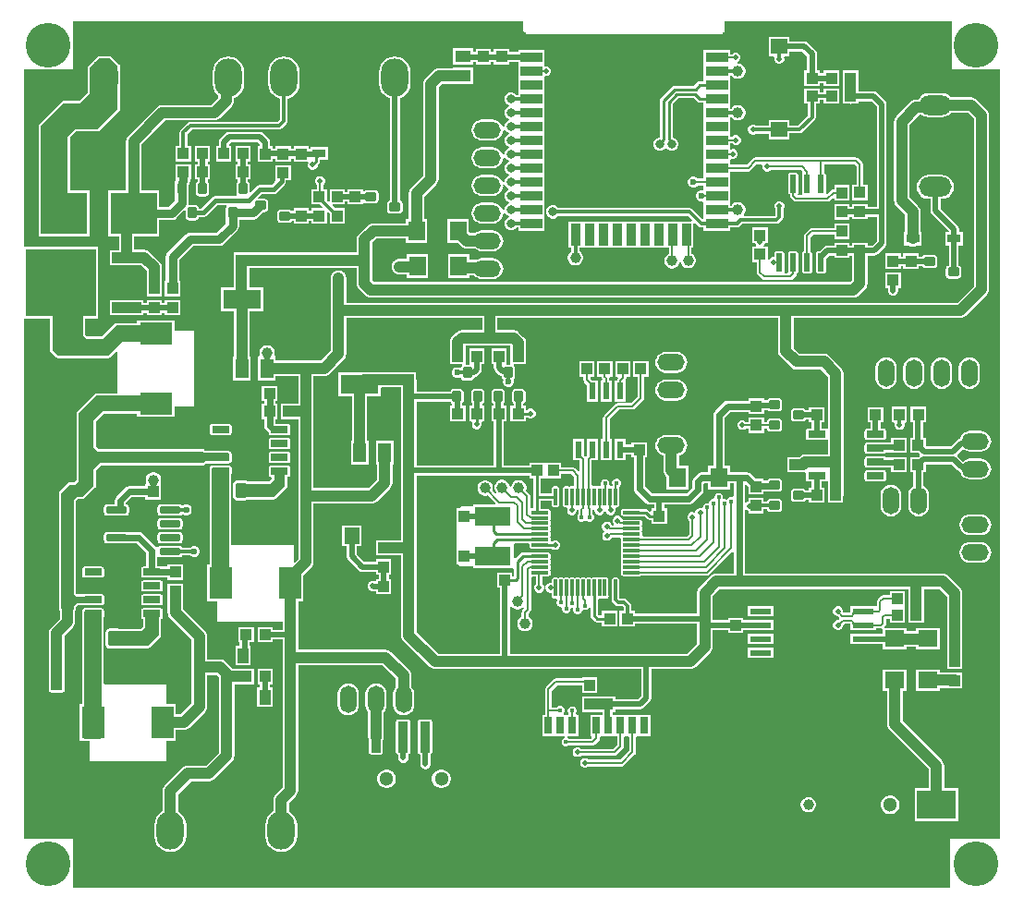
<source format=gtl>
G04*
G04 #@! TF.GenerationSoftware,Altium Limited,Altium Designer,23.0.1 (38)*
G04*
G04 Layer_Physical_Order=1*
G04 Layer_Color=255*
%FSLAX44Y44*%
%MOMM*%
G71*
G04*
G04 #@! TF.SameCoordinates,6FF5410F-6566-4CAA-8283-5BB090145FDD*
G04*
G04*
G04 #@! TF.FilePolarity,Positive*
G04*
G01*
G75*
%ADD10C,0.2540*%
%ADD11C,0.2000*%
%ADD20C,0.3000*%
%ADD21R,1.0000X1.0000*%
%ADD22C,1.0000*%
%ADD23R,1.0000X1.4000*%
%ADD24R,1.0000X1.0000*%
%ADD25R,2.0000X0.9000*%
%ADD26R,0.9000X2.0000*%
%ADD27R,1.3300X1.3300*%
G04:AMPARAMS|DCode=28|XSize=1.6mm|YSize=0.61mm|CornerRadius=0.0153mm|HoleSize=0mm|Usage=FLASHONLY|Rotation=0.000|XOffset=0mm|YOffset=0mm|HoleType=Round|Shape=RoundedRectangle|*
%AMROUNDEDRECTD28*
21,1,1.6000,0.5795,0,0,0.0*
21,1,1.5695,0.6100,0,0,0.0*
1,1,0.0305,0.7847,-0.2898*
1,1,0.0305,-0.7847,-0.2898*
1,1,0.0305,-0.7847,0.2898*
1,1,0.0305,0.7847,0.2898*
%
%ADD28ROUNDEDRECTD28*%
G04:AMPARAMS|DCode=29|XSize=1mm|YSize=0.8001mm|CornerRadius=0.12mm|HoleSize=0mm|Usage=FLASHONLY|Rotation=0.000|XOffset=0mm|YOffset=0mm|HoleType=Round|Shape=RoundedRectangle|*
%AMROUNDEDRECTD29*
21,1,1.0000,0.5601,0,0,0.0*
21,1,0.7600,0.8001,0,0,0.0*
1,1,0.2400,0.3800,-0.2800*
1,1,0.2400,-0.3800,-0.2800*
1,1,0.2400,-0.3800,0.2800*
1,1,0.2400,0.3800,0.2800*
%
%ADD29ROUNDEDRECTD29*%
%ADD30R,1.2000X0.8000*%
%ADD31R,1.8001X1.6000*%
%ADD32R,3.5400X2.6000*%
%ADD33R,3.6600X2.6000*%
%ADD34R,1.9812X0.5334*%
%ADD35R,0.6000X1.5500*%
G04:AMPARAMS|DCode=36|XSize=0.28mm|YSize=1.56mm|CornerRadius=0.07mm|HoleSize=0mm|Usage=FLASHONLY|Rotation=270.000|XOffset=0mm|YOffset=0mm|HoleType=Round|Shape=RoundedRectangle|*
%AMROUNDEDRECTD36*
21,1,0.2800,1.4200,0,0,270.0*
21,1,0.1400,1.5600,0,0,270.0*
1,1,0.1400,-0.7100,-0.0700*
1,1,0.1400,-0.7100,0.0700*
1,1,0.1400,0.7100,0.0700*
1,1,0.1400,0.7100,-0.0700*
%
%ADD36ROUNDEDRECTD36*%
G04:AMPARAMS|DCode=37|XSize=0.28mm|YSize=1.56mm|CornerRadius=0.07mm|HoleSize=0mm|Usage=FLASHONLY|Rotation=180.000|XOffset=0mm|YOffset=0mm|HoleType=Round|Shape=RoundedRectangle|*
%AMROUNDEDRECTD37*
21,1,0.2800,1.4200,0,0,180.0*
21,1,0.1400,1.5600,0,0,180.0*
1,1,0.1400,-0.0700,0.7100*
1,1,0.1400,0.0700,0.7100*
1,1,0.1400,0.0700,-0.7100*
1,1,0.1400,-0.0700,-0.7100*
%
%ADD37ROUNDEDRECTD37*%
%ADD38R,3.3000X1.7000*%
%ADD39R,1.6000X1.8001*%
G04:AMPARAMS|DCode=40|XSize=1mm|YSize=0.8001mm|CornerRadius=0.12mm|HoleSize=0mm|Usage=FLASHONLY|Rotation=90.000|XOffset=0mm|YOffset=0mm|HoleType=Round|Shape=RoundedRectangle|*
%AMROUNDEDRECTD40*
21,1,1.0000,0.5601,0,0,90.0*
21,1,0.7600,0.8001,0,0,90.0*
1,1,0.2400,0.2800,0.3800*
1,1,0.2400,0.2800,-0.3800*
1,1,0.2400,-0.2800,-0.3800*
1,1,0.2400,-0.2800,0.3800*
%
%ADD40ROUNDEDRECTD40*%
%ADD41R,1.4000X1.5000*%
G04:AMPARAMS|DCode=42|XSize=1mm|YSize=1.42mm|CornerRadius=0.125mm|HoleSize=0mm|Usage=FLASHONLY|Rotation=0.000|XOffset=0mm|YOffset=0mm|HoleType=Round|Shape=RoundedRectangle|*
%AMROUNDEDRECTD42*
21,1,1.0000,1.1700,0,0,0.0*
21,1,0.7500,1.4200,0,0,0.0*
1,1,0.2500,0.3750,-0.5850*
1,1,0.2500,-0.3750,-0.5850*
1,1,0.2500,-0.3750,0.5850*
1,1,0.2500,0.3750,0.5850*
%
%ADD42ROUNDEDRECTD42*%
%ADD43R,2.0000X3.0000*%
%ADD44R,1.2000X1.8000*%
%ADD45R,3.5000X1.8000*%
G04:AMPARAMS|DCode=46|XSize=1.9mm|YSize=0.6mm|CornerRadius=0.075mm|HoleSize=0mm|Usage=FLASHONLY|Rotation=0.000|XOffset=0mm|YOffset=0mm|HoleType=Round|Shape=RoundedRectangle|*
%AMROUNDEDRECTD46*
21,1,1.9000,0.4500,0,0,0.0*
21,1,1.7500,0.6000,0,0,0.0*
1,1,0.1500,0.8750,-0.2250*
1,1,0.1500,-0.8750,-0.2250*
1,1,0.1500,-0.8750,0.2250*
1,1,0.1500,0.8750,0.2250*
%
%ADD46ROUNDEDRECTD46*%
G04:AMPARAMS|DCode=47|XSize=1mm|YSize=1.42mm|CornerRadius=0.125mm|HoleSize=0mm|Usage=FLASHONLY|Rotation=270.000|XOffset=0mm|YOffset=0mm|HoleType=Round|Shape=RoundedRectangle|*
%AMROUNDEDRECTD47*
21,1,1.0000,1.1700,0,0,270.0*
21,1,0.7500,1.4200,0,0,270.0*
1,1,0.2500,-0.5850,-0.3750*
1,1,0.2500,-0.5850,0.3750*
1,1,0.2500,0.5850,0.3750*
1,1,0.2500,0.5850,-0.3750*
%
%ADD47ROUNDEDRECTD47*%
%ADD48R,2.7000X1.0000*%
%ADD49R,6.4000X6.2000*%
%ADD50R,4.2400X3.8100*%
%ADD51R,1.5000X1.4000*%
%ADD52R,1.4700X1.1400*%
%ADD53C,0.8000*%
%ADD54R,0.7000X1.6000*%
%ADD55R,1.1999X2.1999*%
%ADD56R,1.4001X1.6000*%
%ADD57R,1.1999X1.6000*%
G04:AMPARAMS|DCode=58|XSize=0.9mm|YSize=2.8mm|CornerRadius=0.018mm|HoleSize=0mm|Usage=FLASHONLY|Rotation=0.000|XOffset=0mm|YOffset=0mm|HoleType=Round|Shape=RoundedRectangle|*
%AMROUNDEDRECTD58*
21,1,0.9000,2.7640,0,0,0.0*
21,1,0.8640,2.8000,0,0,0.0*
1,1,0.0360,0.4320,-1.3820*
1,1,0.0360,-0.4320,-1.3820*
1,1,0.0360,-0.4320,1.3820*
1,1,0.0360,0.4320,1.3820*
%
%ADD58ROUNDEDRECTD58*%
%ADD59R,2.5000X5.0000*%
G04:AMPARAMS|DCode=60|XSize=1.61mm|YSize=0.58mm|CornerRadius=0.0725mm|HoleSize=0mm|Usage=FLASHONLY|Rotation=270.000|XOffset=0mm|YOffset=0mm|HoleType=Round|Shape=RoundedRectangle|*
%AMROUNDEDRECTD60*
21,1,1.6100,0.4350,0,0,270.0*
21,1,1.4650,0.5800,0,0,270.0*
1,1,0.1450,-0.2175,-0.7325*
1,1,0.1450,-0.2175,0.7325*
1,1,0.1450,0.2175,0.7325*
1,1,0.1450,0.2175,-0.7325*
%
%ADD60ROUNDEDRECTD60*%
%ADD61R,3.0000X2.0000*%
%ADD111R,2.6200X3.5100*%
%ADD112C,1.0000*%
%ADD113C,0.5000*%
%ADD114C,0.6000*%
%ADD115C,0.8000*%
%ADD116C,0.4000*%
%ADD117C,1.3000*%
%ADD118O,2.5000X3.5000*%
%ADD119O,1.5000X2.5000*%
%ADD120O,2.5000X1.5000*%
%ADD121O,3.0000X1.8000*%
%ADD122C,0.5000*%
%ADD123C,0.4000*%
%ADD124C,0.6000*%
%ADD125C,4.1000*%
G36*
X852752Y778483D02*
X852500Y777216D01*
Y772784D01*
X852752Y771517D01*
Y752500D01*
X896941D01*
X896941Y47500D01*
X851425D01*
Y3059D01*
X47752Y3059D01*
Y47500D01*
X3059D01*
X3059Y524250D01*
X26663D01*
Y500888D01*
X26663Y495554D01*
X26663Y495554D01*
X26818Y494774D01*
X27260Y494112D01*
X32594Y488778D01*
X33256Y488336D01*
X34036Y488181D01*
X79756D01*
X79756Y488181D01*
X80536Y488336D01*
X81198Y488778D01*
X81198Y488778D01*
X86965Y494545D01*
X88138Y494059D01*
Y455683D01*
X69088D01*
X69088Y455683D01*
X68308Y455528D01*
X67646Y455086D01*
X51390Y438830D01*
X50948Y438168D01*
X50793Y437388D01*
Y376257D01*
X48685Y374149D01*
X44196D01*
X43416Y373994D01*
X42754Y373552D01*
X42754Y373552D01*
X35134Y365932D01*
X35134Y365932D01*
X34692Y365270D01*
X34537Y364490D01*
Y258826D01*
X34537Y258826D01*
X34692Y258046D01*
X35134Y257384D01*
X35134Y257384D01*
X35540Y256978D01*
Y249233D01*
X27774Y241466D01*
X26651Y240004D01*
X25946Y238301D01*
X25706Y236474D01*
Y204512D01*
X25647Y204216D01*
Y183896D01*
X25802Y183116D01*
X26244Y182454D01*
X26498Y182200D01*
X27160Y181758D01*
X27940Y181603D01*
X37592D01*
X37592Y181603D01*
X38372Y181758D01*
X38372Y181758D01*
X39034Y182200D01*
X39288Y182454D01*
X39288Y182454D01*
X39730Y183116D01*
X39730Y183116D01*
X39885Y183896D01*
Y204216D01*
X39885Y204216D01*
X39826Y204512D01*
Y233549D01*
X47592Y241315D01*
X48714Y242778D01*
X49420Y244481D01*
X49660Y246308D01*
Y256835D01*
X49702Y256876D01*
X50144Y257538D01*
X50299Y258318D01*
Y260013D01*
X51645Y261359D01*
X73003D01*
X73003Y261359D01*
X73552Y261468D01*
X73787D01*
X74627Y261635D01*
X75339Y262111D01*
X75815Y262823D01*
X75982Y263662D01*
Y263678D01*
X76052Y263783D01*
X76207Y264563D01*
X76207Y269494D01*
X76120Y269930D01*
X76052Y270274D01*
X76052Y270274D01*
X76052Y270274D01*
X75769Y270697D01*
X75610Y270936D01*
X75610Y270936D01*
X75610Y270936D01*
X75356Y271190D01*
X75356Y271190D01*
X74950Y271461D01*
X74694Y271632D01*
X74694Y271632D01*
X74694Y271632D01*
X74302Y271710D01*
X73914Y271787D01*
X73914Y271787D01*
X73914Y271787D01*
X51222Y271787D01*
X50299Y272710D01*
X50299Y357803D01*
X51645Y359149D01*
X56642Y359149D01*
X57422Y359304D01*
X58084Y359746D01*
X58084Y359746D01*
X67990Y369652D01*
X68432Y370314D01*
X68587Y371094D01*
X68587Y384981D01*
X73489Y389883D01*
X166624D01*
X166624Y389883D01*
X167404Y390038D01*
X168066Y390480D01*
X169247Y391661D01*
X190054Y391661D01*
X190054Y391661D01*
X190834Y391816D01*
X191496Y392258D01*
X191496Y392258D01*
X192115Y392878D01*
X192179Y392921D01*
X192222Y392985D01*
X192450Y393212D01*
X192892Y393874D01*
X193047Y394654D01*
X193047Y400050D01*
X193047Y400050D01*
X192892Y400830D01*
X192450Y401492D01*
X192450Y401492D01*
X192294Y401648D01*
X192179Y401819D01*
X192008Y401934D01*
X191434Y402508D01*
X191434Y402508D01*
X190772Y402950D01*
X189992Y403105D01*
X168993D01*
X168066Y404032D01*
X167404Y404474D01*
X166624Y404629D01*
X71203D01*
X68587Y407245D01*
Y430193D01*
X75521Y437127D01*
X106420D01*
Y434402D01*
X140420D01*
Y443400D01*
X158421D01*
Y513402D01*
X140420D01*
Y522400D01*
X106420D01*
Y520199D01*
X87376D01*
X87376Y520199D01*
X86596Y520044D01*
X85934Y519602D01*
X74085Y507753D01*
X60535D01*
X58681Y509607D01*
Y524250D01*
X70750D01*
Y590250D01*
X3059D01*
Y752500D01*
X47752D01*
Y796941D01*
X460291Y796941D01*
Y788386D01*
X460446Y787606D01*
X460888Y786944D01*
X461550Y786502D01*
X462330Y786347D01*
X462752D01*
Y785000D01*
X642752D01*
Y786431D01*
X643110Y786502D01*
X643772Y786944D01*
X644214Y787606D01*
X644369Y788386D01*
Y796941D01*
X852752Y796941D01*
Y778483D01*
D02*
G37*
G36*
X56642Y570484D02*
Y508762D01*
X59690Y505714D01*
X74930D01*
X87376Y518160D01*
X135890D01*
X138176Y515874D01*
Y504698D01*
X136144Y502666D01*
X92202D01*
X79756Y490220D01*
X34036D01*
X28702Y495554D01*
X28702Y500888D01*
Y572008D01*
X35052Y578358D01*
X48768D01*
X56642Y570484D01*
D02*
G37*
G36*
X134874Y449580D02*
Y443992D01*
X130048Y439166D01*
X74676D01*
X66548Y431038D01*
Y406400D01*
X70358Y402590D01*
X166624D01*
X168148Y401066D01*
X189992D01*
X191008Y400050D01*
X191008Y394654D01*
X190054Y393700D01*
X168402Y393700D01*
X166624Y391922D01*
X72644D01*
X66548Y385826D01*
X66548Y371094D01*
X56642Y361188D01*
X50800Y361188D01*
X48260Y358648D01*
X48260Y271780D01*
X50292Y269748D01*
X73914Y269748D01*
X74168Y269494D01*
X74168Y264563D01*
X73003Y263398D01*
X50800D01*
X48260Y260858D01*
Y258318D01*
X47752Y257810D01*
X37592D01*
X36576Y258826D01*
Y364490D01*
X44196Y372110D01*
X49530D01*
X52832Y375412D01*
Y437388D01*
X69088Y453644D01*
X130810D01*
X134874Y449580D01*
D02*
G37*
G36*
X37846Y204216D02*
Y183896D01*
X37592Y183642D01*
X27940D01*
X27686Y183896D01*
Y204216D01*
X27940Y204470D01*
X37592D01*
X37846Y204216D01*
D02*
G37*
%LPC*%
G36*
X649330Y770286D02*
X625330D01*
Y757286D01*
Y741720D01*
X621800D01*
X620524Y741466D01*
X619442Y740744D01*
X616601Y737902D01*
X598678D01*
X597402Y737648D01*
X596320Y736926D01*
X586161Y726766D01*
X585438Y725684D01*
X585184Y724408D01*
Y690276D01*
X584022D01*
X581817Y689363D01*
X580129Y687675D01*
X579216Y685470D01*
Y683083D01*
X580129Y680877D01*
X581817Y679189D01*
X584022Y678276D01*
X586409D01*
X588615Y679189D01*
X589720Y680295D01*
X590550Y680743D01*
X591380Y680295D01*
X592485Y679189D01*
X594691Y678276D01*
X597077D01*
X599283Y679189D01*
X600971Y680877D01*
X601884Y683083D01*
Y685470D01*
X600971Y687675D01*
X599283Y689363D01*
X597077Y690276D01*
X596678D01*
Y720995D01*
X602091Y726408D01*
X616347D01*
X619426Y723328D01*
X620508Y722606D01*
X621784Y722352D01*
X625330D01*
Y706486D01*
Y693786D01*
Y681086D01*
Y668386D01*
Y652649D01*
X619962D01*
X618782Y653829D01*
X616945Y654590D01*
X614955D01*
X613118Y653829D01*
X611711Y652422D01*
X610950Y650585D01*
Y648595D01*
X611711Y646758D01*
X613118Y645351D01*
X614955Y644590D01*
X616945D01*
X618782Y645351D01*
X619962Y646531D01*
X625330D01*
Y642505D01*
X624274Y641800D01*
X624057Y641890D01*
X622067D01*
X620230Y641129D01*
X618823Y639722D01*
X618062Y637885D01*
Y635895D01*
X618823Y634058D01*
X620230Y632651D01*
X622067Y631890D01*
X624057D01*
X624274Y631980D01*
X625330Y631274D01*
Y615947D01*
X624060Y615427D01*
X614917Y624569D01*
X613760Y625343D01*
X612394Y625615D01*
X492089D01*
X490571Y627133D01*
X488366Y628046D01*
X485979D01*
X483773Y627133D01*
X482085Y625445D01*
X481172Y623240D01*
Y620853D01*
X482085Y618647D01*
X483773Y616959D01*
X485979Y616046D01*
X488366D01*
X490571Y616959D01*
X492089Y618477D01*
X610916D01*
X614737Y614656D01*
X614211Y613386D01*
X501380D01*
Y589386D01*
X504311D01*
Y586159D01*
X503582Y585737D01*
X502279Y584434D01*
X501357Y582838D01*
X500880Y581058D01*
Y579214D01*
X501357Y577434D01*
X502279Y575838D01*
X503582Y574535D01*
X505178Y573613D01*
X506958Y573136D01*
X508801D01*
X510582Y573613D01*
X512178Y574535D01*
X513481Y575838D01*
X514403Y577434D01*
X514880Y579214D01*
Y581058D01*
X514403Y582838D01*
X513481Y584434D01*
X512178Y585737D01*
X511449Y586159D01*
Y589386D01*
X593333D01*
Y583659D01*
X592094Y582943D01*
X590791Y581640D01*
X589869Y580044D01*
X589392Y578264D01*
Y576420D01*
X589869Y574640D01*
X590791Y573044D01*
X592094Y571741D01*
X593690Y570819D01*
X595470Y570342D01*
X597314D01*
X599094Y570819D01*
X600690Y571741D01*
X601993Y573044D01*
X602915Y574640D01*
X603135Y575460D01*
X604449D01*
X604601Y574894D01*
X605523Y573298D01*
X606826Y571995D01*
X608422Y571073D01*
X610202Y570596D01*
X612046D01*
X613826Y571073D01*
X615422Y571995D01*
X616725Y573298D01*
X617647Y574894D01*
X618124Y576674D01*
Y578518D01*
X617647Y580298D01*
X616725Y581894D01*
X615422Y583197D01*
X614183Y583913D01*
Y589386D01*
X615980D01*
Y611617D01*
X617250Y612143D01*
X620427Y608967D01*
X621584Y608193D01*
X622950Y607921D01*
X625330D01*
Y604886D01*
X649330D01*
Y607921D01*
X655940D01*
X657306Y608193D01*
X658463Y608967D01*
X660608Y611111D01*
X692150D01*
X693516Y611383D01*
X694673Y612157D01*
X697213Y614697D01*
X697987Y615854D01*
X698259Y617220D01*
Y624585D01*
X698505Y624831D01*
X699190Y626485D01*
Y628275D01*
X698505Y629929D01*
X697239Y631195D01*
X695585Y631880D01*
X693795D01*
X692141Y631195D01*
X690875Y629929D01*
X690190Y628275D01*
Y626485D01*
X690875Y624831D01*
X691121Y624585D01*
Y618698D01*
X690672Y618249D01*
X662448D01*
X661922Y619519D01*
X662191Y619788D01*
X663113Y621384D01*
X663590Y623164D01*
Y625008D01*
X663113Y626788D01*
X662191Y628384D01*
X660888Y629687D01*
X659292Y630609D01*
X657512Y631086D01*
X655668D01*
X653888Y630609D01*
X652292Y629687D01*
X650989Y628384D01*
X650567Y627655D01*
X649330D01*
Y642986D01*
Y655686D01*
Y659231D01*
X666092D01*
X666093Y659231D01*
X667263Y659464D01*
X668255Y660127D01*
X674106Y665977D01*
X678587D01*
X679292Y664921D01*
X679080Y664409D01*
Y662619D01*
X679765Y660965D01*
X681031Y659699D01*
X682685Y659014D01*
X684475D01*
X686129Y659699D01*
X686885Y660455D01*
X714439D01*
X716024Y658870D01*
X716020Y657340D01*
X715418Y656438D01*
X715207Y655375D01*
Y640725D01*
X715418Y639662D01*
X715980Y638821D01*
X715910Y638479D01*
X715545Y637551D01*
X712075D01*
X711710Y638479D01*
X711640Y638821D01*
X712202Y639662D01*
X712413Y640725D01*
Y655375D01*
X712202Y656438D01*
X711600Y657340D01*
X710698Y657942D01*
X709635Y658153D01*
X705285D01*
X704222Y657942D01*
X703320Y657340D01*
X702718Y656438D01*
X702507Y655375D01*
Y640725D01*
X702718Y639662D01*
X703320Y638760D01*
X704222Y638158D01*
X704311Y638140D01*
X704401Y636962D01*
X704634Y635792D01*
X705297Y634799D01*
X707767Y632329D01*
X707767Y632329D01*
X708760Y631666D01*
X709930Y631433D01*
X738886D01*
X738886Y631433D01*
X740057Y631666D01*
X741049Y632329D01*
X743737Y635017D01*
X744910Y634531D01*
Y632660D01*
X758910D01*
Y646660D01*
X744910D01*
Y643558D01*
X744054Y642719D01*
X742884Y642486D01*
X741891Y641823D01*
X741891Y641823D01*
X738495Y638427D01*
X738309Y638434D01*
X737602Y639662D01*
X737813Y640725D01*
Y655375D01*
X737602Y656438D01*
X737000Y657340D01*
X736098Y657942D01*
X735919Y657978D01*
Y665977D01*
X763527D01*
X765361Y664143D01*
Y646800D01*
X761420D01*
Y632800D01*
X775420D01*
Y646800D01*
X771479D01*
Y665410D01*
X771479Y665410D01*
X771246Y666581D01*
X770583Y667573D01*
X770583Y667573D01*
X766957Y671199D01*
X765965Y671862D01*
X764794Y672095D01*
X764794Y672095D01*
X733044D01*
X733044Y672095D01*
X733044Y672095D01*
X672839D01*
X671668Y671862D01*
X670676Y671199D01*
X670676Y671199D01*
X664826Y665349D01*
X649330D01*
Y670126D01*
X650386Y670832D01*
X650869Y670632D01*
X652659D01*
X654313Y671317D01*
X655579Y672583D01*
X656264Y674237D01*
Y676027D01*
X655579Y677681D01*
X654313Y678947D01*
X652659Y679632D01*
X650869D01*
X650386Y679432D01*
X649330Y680137D01*
Y684773D01*
X651761D01*
X652517Y684017D01*
X654171Y683332D01*
X655961D01*
X657615Y684017D01*
X658881Y685283D01*
X659566Y686937D01*
Y688727D01*
X658881Y690381D01*
X657615Y691647D01*
X655961Y692332D01*
X654171D01*
X652517Y691647D01*
X651761Y690891D01*
X649330D01*
Y693786D01*
Y709521D01*
X650567D01*
X650989Y708792D01*
X652292Y707489D01*
X653888Y706567D01*
X655668Y706090D01*
X657512D01*
X659292Y706567D01*
X660888Y707489D01*
X662191Y708792D01*
X663113Y710388D01*
X663590Y712168D01*
Y714012D01*
X663113Y715792D01*
X662191Y717388D01*
X660888Y718691D01*
X659292Y719613D01*
X657512Y720090D01*
X655668D01*
X653888Y719613D01*
X652292Y718691D01*
X650989Y717388D01*
X650567Y716659D01*
X649330D01*
Y731886D01*
Y747621D01*
X650567D01*
X650989Y746892D01*
X652292Y745589D01*
X653888Y744667D01*
X655668Y744190D01*
X657512D01*
X659292Y744667D01*
X660888Y745589D01*
X662191Y746892D01*
X663113Y748488D01*
X663590Y750268D01*
Y752112D01*
X663113Y753892D01*
X662191Y755488D01*
X660888Y756791D01*
X659292Y757713D01*
X657512Y758190D01*
X656504D01*
X656252Y759460D01*
X656853Y759709D01*
X658119Y760975D01*
X658804Y762629D01*
Y764419D01*
X658119Y766073D01*
X656853Y767339D01*
X655199Y768024D01*
X653409D01*
X651755Y767339D01*
X650999Y766583D01*
X649330D01*
Y770286D01*
D02*
G37*
G36*
X704104Y782818D02*
X685104D01*
Y764818D01*
X689633D01*
X690339Y763762D01*
X690190Y763403D01*
Y761613D01*
X690875Y759959D01*
X692141Y758693D01*
X693795Y758008D01*
X695585D01*
X697239Y758693D01*
X698505Y759959D01*
X699190Y761613D01*
Y763403D01*
X699041Y763762D01*
X699747Y764818D01*
X704104D01*
Y769230D01*
X715770D01*
X719986Y765014D01*
Y751608D01*
X717574D01*
Y737608D01*
X731574D01*
Y740020D01*
X735494D01*
Y737608D01*
X749494D01*
Y751608D01*
X735494D01*
Y749196D01*
X731574D01*
Y751608D01*
X729162D01*
Y766914D01*
X728813Y768670D01*
X727818Y770158D01*
X720914Y777062D01*
X719426Y778057D01*
X717670Y778406D01*
X704104D01*
Y782818D01*
D02*
G37*
G36*
X749494Y735098D02*
X735494D01*
Y731667D01*
X731574D01*
Y735098D01*
X717574D01*
Y721098D01*
X721005D01*
Y710304D01*
X711888Y701187D01*
X704104D01*
Y706618D01*
X685104D01*
Y701053D01*
X673355D01*
X673109Y701299D01*
X671455Y701984D01*
X669665D01*
X668011Y701299D01*
X666745Y700033D01*
X666060Y698379D01*
Y696589D01*
X666745Y694935D01*
X668011Y693669D01*
X669665Y692984D01*
X671455D01*
X673109Y693669D01*
X673355Y693915D01*
X685104D01*
Y688618D01*
X704104D01*
Y694049D01*
X713366D01*
X714732Y694321D01*
X715889Y695095D01*
X727097Y706303D01*
X727871Y707460D01*
X728143Y708826D01*
Y721098D01*
X731574D01*
Y724529D01*
X735494D01*
Y721098D01*
X749494D01*
Y735098D01*
D02*
G37*
G36*
X413950Y772230D02*
X395250D01*
Y756830D01*
X413950D01*
Y759622D01*
X416650D01*
Y757380D01*
X430650D01*
Y759622D01*
X433160D01*
Y757380D01*
X447160D01*
Y759622D01*
X455330D01*
Y744586D01*
Y729359D01*
X453735D01*
X452217Y730876D01*
X450011Y731790D01*
X447625D01*
X445419Y730876D01*
X443731Y729189D01*
X442818Y726983D01*
Y724596D01*
X443731Y722391D01*
X445419Y720703D01*
X446810Y720127D01*
Y718753D01*
X445419Y718176D01*
X443731Y716489D01*
X442818Y714284D01*
Y711897D01*
X443731Y709691D01*
X445419Y708003D01*
X446810Y707427D01*
Y706053D01*
X445419Y705477D01*
X443731Y703789D01*
X442818Y701583D01*
Y700502D01*
X441568Y699694D01*
X441469Y699746D01*
X441483Y699710D01*
X441548Y699681D01*
X441483Y699710D01*
X441230Y700323D01*
X440526Y702021D01*
X439003Y704005D01*
X437019Y705528D01*
X434708Y706486D01*
X432228Y706812D01*
X422228D01*
X419748Y706486D01*
X417437Y705528D01*
X415452Y704005D01*
X413930Y702021D01*
X412972Y699710D01*
X412646Y697230D01*
X412972Y694750D01*
X413930Y692439D01*
X415452Y690454D01*
X417437Y688932D01*
X419748Y687974D01*
X422228Y687648D01*
X432228D01*
X434708Y687974D01*
X437019Y688932D01*
X439003Y690454D01*
X440526Y692439D01*
X441483Y694750D01*
X441810Y697230D01*
X441678Y698235D01*
X441789Y698363D01*
X443263Y698123D01*
X443731Y696991D01*
X445419Y695303D01*
X446810Y694727D01*
Y693353D01*
X445419Y692776D01*
X443731Y691089D01*
X442818Y688884D01*
Y686497D01*
X443731Y684291D01*
X445419Y682603D01*
X446810Y682027D01*
Y680653D01*
X445419Y680077D01*
X443731Y678389D01*
X442818Y676183D01*
Y675102D01*
X441568Y674294D01*
X441469Y674346D01*
X441483Y674310D01*
X441548Y674281D01*
X441483Y674310D01*
X441230Y674923D01*
X440526Y676621D01*
X439003Y678605D01*
X437019Y680128D01*
X434708Y681086D01*
X432228Y681412D01*
X422228D01*
X419748Y681086D01*
X417437Y680128D01*
X415452Y678605D01*
X413930Y676621D01*
X412972Y674310D01*
X412646Y671830D01*
X412972Y669350D01*
X413930Y667039D01*
X415452Y665054D01*
X417437Y663532D01*
X419748Y662574D01*
X422228Y662248D01*
X432228D01*
X434708Y662574D01*
X437019Y663532D01*
X439003Y665054D01*
X440526Y667039D01*
X441483Y669350D01*
X441810Y671830D01*
X441678Y672835D01*
X441789Y672963D01*
X443263Y672723D01*
X443731Y671591D01*
X445419Y669903D01*
X446810Y669327D01*
Y667953D01*
X445419Y667376D01*
X443731Y665689D01*
X442818Y663484D01*
Y661096D01*
X443731Y658891D01*
X445419Y657203D01*
X446945Y656571D01*
Y655197D01*
X445419Y654565D01*
X443731Y652877D01*
X442818Y650671D01*
Y649570D01*
X441548Y648869D01*
X441493Y648904D01*
X441483Y648910D01*
X441287Y649384D01*
X440526Y651221D01*
X439003Y653205D01*
X437019Y654728D01*
X434708Y655686D01*
X432228Y656012D01*
X422228D01*
X419748Y655686D01*
X417437Y654728D01*
X415452Y653205D01*
X413930Y651221D01*
X412972Y648910D01*
X412646Y646430D01*
X412972Y643950D01*
X413930Y641639D01*
X415452Y639655D01*
X417437Y638132D01*
X419748Y637174D01*
X422228Y636848D01*
X432228D01*
X434708Y637174D01*
X437019Y638132D01*
X439003Y639655D01*
X440526Y641639D01*
X441483Y643950D01*
X441810Y646430D01*
X441696Y647293D01*
X441802Y647420D01*
X442765Y647392D01*
X443269Y647196D01*
X443731Y646079D01*
X445419Y644391D01*
X446675Y643871D01*
Y642497D01*
X445419Y641976D01*
X443731Y640289D01*
X442818Y638083D01*
Y635696D01*
X443731Y633491D01*
X445419Y631803D01*
X446810Y631227D01*
Y629853D01*
X445419Y629277D01*
X443731Y627589D01*
X442818Y625383D01*
Y624302D01*
X441568Y623494D01*
X441469Y623546D01*
X441483Y623510D01*
X441548Y623481D01*
X441483Y623510D01*
X441230Y624123D01*
X440526Y625821D01*
X439003Y627805D01*
X437019Y629328D01*
X434708Y630285D01*
X432228Y630612D01*
X422228D01*
X419748Y630285D01*
X417437Y629328D01*
X415452Y627805D01*
X413930Y625821D01*
X412972Y623510D01*
X412646Y621030D01*
X412972Y618550D01*
X413930Y616239D01*
X415452Y614254D01*
X417437Y612732D01*
X419748Y611774D01*
X422228Y611448D01*
X432228D01*
X434708Y611774D01*
X437019Y612732D01*
X439003Y614254D01*
X440526Y616239D01*
X441483Y618550D01*
X441810Y621030D01*
X441678Y622035D01*
X441789Y622163D01*
X443263Y621923D01*
X443731Y620791D01*
X445419Y619103D01*
X446810Y618527D01*
Y617153D01*
X445419Y616576D01*
X443731Y614889D01*
X442818Y612683D01*
Y610297D01*
X443731Y608091D01*
X445419Y606403D01*
X447625Y605490D01*
X450011D01*
X452217Y606403D01*
X453735Y607921D01*
X455330D01*
Y604886D01*
X479330D01*
Y617586D01*
Y630286D01*
Y642986D01*
Y655686D01*
Y668386D01*
Y681086D01*
Y693786D01*
Y706486D01*
Y719186D01*
Y731886D01*
Y746009D01*
X480181Y746578D01*
X481971D01*
X483625Y747263D01*
X484891Y748529D01*
X485576Y750183D01*
Y751973D01*
X484891Y753627D01*
X483625Y754893D01*
X481971Y755578D01*
X480181D01*
X479330Y756147D01*
Y770286D01*
X455330D01*
Y768798D01*
X447160D01*
Y771380D01*
X433160D01*
Y768798D01*
X430650D01*
Y771380D01*
X416650D01*
Y768798D01*
X413950D01*
Y772230D01*
D02*
G37*
G36*
X240800Y764625D02*
X237015Y764127D01*
X233487Y762666D01*
X230459Y760341D01*
X228134Y757313D01*
X226673Y753785D01*
X226175Y750000D01*
Y740000D01*
X226673Y736215D01*
X228134Y732688D01*
X230459Y729659D01*
X233487Y727334D01*
X237015Y725873D01*
X237231Y725845D01*
Y707098D01*
X234742Y704609D01*
X154940D01*
X153574Y704337D01*
X152417Y703563D01*
X146237Y697383D01*
X145463Y696226D01*
X145191Y694860D01*
Y682460D01*
X141760D01*
Y668460D01*
X155760D01*
Y682460D01*
X152329D01*
Y693382D01*
X156418Y697471D01*
X236220D01*
X237586Y697743D01*
X238743Y698517D01*
X243323Y703097D01*
X244097Y704254D01*
X244369Y705620D01*
Y725845D01*
X244585Y725873D01*
X248113Y727334D01*
X251141Y729659D01*
X253466Y732688D01*
X254927Y736215D01*
X255425Y740000D01*
Y750000D01*
X254927Y753785D01*
X253466Y757313D01*
X251141Y760341D01*
X248113Y762666D01*
X244585Y764127D01*
X240800Y764625D01*
D02*
G37*
G36*
X218440Y695468D02*
X190500D01*
X188744Y695119D01*
X187256Y694124D01*
X182488Y689357D01*
X181494Y687868D01*
X181144Y686113D01*
Y682460D01*
X178732D01*
Y668460D01*
X192733D01*
Y682460D01*
X190321D01*
Y684212D01*
X192400Y686292D01*
X216539D01*
X218962Y683869D01*
Y682320D01*
X216550D01*
Y668320D01*
X230550D01*
Y670802D01*
X233060D01*
Y668320D01*
X247060D01*
Y670802D01*
X249570D01*
Y668320D01*
X262279D01*
X263093Y667050D01*
X262708Y666121D01*
Y664331D01*
X263393Y662677D01*
X264659Y661411D01*
X266313Y660726D01*
X268103D01*
X269757Y661411D01*
X271023Y662677D01*
X271708Y664331D01*
Y665011D01*
X272812Y666115D01*
X273535Y667196D01*
X273788Y668472D01*
Y669460D01*
X281131D01*
Y681460D01*
X265131D01*
Y679908D01*
X263570D01*
Y682320D01*
X249570D01*
Y679978D01*
X247060D01*
Y682320D01*
X233060D01*
Y679978D01*
X230550D01*
Y682320D01*
X228138D01*
Y685770D01*
X227789Y687526D01*
X226794Y689014D01*
X221684Y694124D01*
X220196Y695119D01*
X218440Y695468D01*
D02*
G37*
G36*
X190000Y764625D02*
X186215Y764127D01*
X182687Y762666D01*
X179659Y760341D01*
X177334Y757313D01*
X175873Y753785D01*
X175375Y750000D01*
Y740000D01*
X175873Y736215D01*
X177334Y732688D01*
X179659Y729659D01*
X180828Y728762D01*
Y726752D01*
X174114Y720038D01*
X129286D01*
X127459Y719798D01*
X125756Y719092D01*
X124294Y717970D01*
X98108Y691784D01*
X96986Y690322D01*
X96280Y688619D01*
X96040Y686792D01*
Y641940D01*
X79900D01*
Y599840D01*
X89690D01*
Y587250D01*
X81250D01*
Y573250D01*
X96291D01*
X96750Y573190D01*
X110246D01*
X115090Y568345D01*
Y551750D01*
X115150Y551291D01*
Y544750D01*
X121691D01*
X122150Y544690D01*
X122609Y544750D01*
X129150D01*
Y551291D01*
X129210Y551750D01*
Y571270D01*
X128970Y573097D01*
X128265Y574800D01*
X127142Y576262D01*
X118162Y585242D01*
X116700Y586365D01*
X114997Y587070D01*
X113170Y587310D01*
X103810D01*
Y599840D01*
X126300D01*
Y614772D01*
X138036D01*
X140377Y615238D01*
X142362Y616564D01*
X149524Y623726D01*
X150697Y623240D01*
Y617480D01*
X150946Y616231D01*
X151653Y615173D01*
X152711Y614466D01*
X153960Y614217D01*
X159561D01*
X160809Y614466D01*
X161868Y615173D01*
X162575Y616231D01*
X162768Y617202D01*
X166620D01*
X166620Y617202D01*
X168181Y617512D01*
X169504Y618396D01*
X179489Y628382D01*
X187879D01*
X188107Y628077D01*
X188441Y627112D01*
X187918Y626329D01*
X187670Y625080D01*
Y621553D01*
X187615Y621280D01*
Y611811D01*
X178822Y603018D01*
X154940D01*
X152599Y602552D01*
X150614Y601226D01*
X134334Y584946D01*
X133008Y582961D01*
X132542Y580620D01*
Y558750D01*
X131660D01*
Y544750D01*
X145660D01*
Y558750D01*
X144777D01*
Y578086D01*
X157474Y590783D01*
X181356D01*
X183697Y591248D01*
X185682Y592574D01*
X198059Y604951D01*
X199385Y606936D01*
X199850Y609277D01*
Y615163D01*
X212736D01*
X215077Y615628D01*
X217062Y616954D01*
X221994Y621886D01*
X223206D01*
X224454Y622135D01*
X225513Y622842D01*
X226220Y623901D01*
X226469Y625149D01*
Y630750D01*
X226220Y631999D01*
X225513Y633057D01*
X224454Y633764D01*
X223206Y634013D01*
X219679D01*
X219406Y634067D01*
X219133Y634013D01*
X217397D01*
X216870Y635283D01*
X220129Y638542D01*
X231140D01*
X231140Y638542D01*
X232701Y638852D01*
X234024Y639736D01*
X241481Y647194D01*
X241481Y647194D01*
X242365Y648517D01*
X242676Y650077D01*
Y650820D01*
X247060D01*
Y664820D01*
X233060D01*
Y650820D01*
X233060Y650820D01*
X233060D01*
X232524Y649772D01*
X229451Y646698D01*
X218440D01*
X216879Y646388D01*
X215556Y645504D01*
X215556Y645504D01*
X210566Y640513D01*
X209296Y641039D01*
Y647080D01*
X209047Y648328D01*
X208340Y649387D01*
X207821Y649734D01*
Y651950D01*
X210233D01*
Y665950D01*
X207821D01*
Y668460D01*
X210233D01*
Y682460D01*
X196232D01*
Y668460D01*
X198644D01*
Y665950D01*
X196232D01*
Y651950D01*
X198644D01*
Y649734D01*
X198125Y649387D01*
X197418Y648328D01*
X197169Y647080D01*
Y639480D01*
X197418Y638232D01*
X197700Y637808D01*
X197022Y636538D01*
X177800D01*
X177800Y636538D01*
X176239Y636228D01*
X174916Y635344D01*
X164931Y625358D01*
X162768D01*
X162575Y626329D01*
X161868Y627387D01*
X160809Y628094D01*
X159561Y628343D01*
X154321D01*
X153217Y629305D01*
X153378Y630115D01*
Y643278D01*
X153379Y643280D01*
Y646861D01*
X154242Y648153D01*
X154707Y650494D01*
Y651950D01*
X155760D01*
Y665950D01*
X141760D01*
Y651950D01*
X141760Y651950D01*
X141671Y651599D01*
X141609Y651506D01*
X141144Y649165D01*
Y643282D01*
X141143Y643280D01*
Y632649D01*
X135502Y627007D01*
X126300D01*
Y641940D01*
X110160D01*
Y683867D01*
X132211Y705918D01*
X177038D01*
X178865Y706158D01*
X180568Y706863D01*
X182030Y707986D01*
X192880Y718835D01*
X194002Y720298D01*
X194708Y722001D01*
X194948Y723828D01*
Y726355D01*
X197313Y727334D01*
X200341Y729659D01*
X202666Y732688D01*
X204127Y736215D01*
X204625Y740000D01*
Y750000D01*
X204127Y753785D01*
X202666Y757313D01*
X200341Y760341D01*
X197313Y762666D01*
X193785Y764127D01*
X190000Y764625D01*
D02*
G37*
G36*
X173260Y682460D02*
X159260D01*
Y668460D01*
X161672D01*
Y665950D01*
X159260D01*
Y651950D01*
X161672D01*
Y649734D01*
X161152Y649387D01*
X160445Y648328D01*
X160197Y647080D01*
Y639480D01*
X160445Y638232D01*
X161152Y637173D01*
X162211Y636466D01*
X163460Y636217D01*
X169060D01*
X170309Y636466D01*
X171367Y637173D01*
X172075Y638232D01*
X172323Y639480D01*
Y647080D01*
X172075Y648328D01*
X171367Y649387D01*
X170848Y649734D01*
Y651950D01*
X173260D01*
Y665950D01*
X170848D01*
Y668460D01*
X173260D01*
Y682460D01*
D02*
G37*
G36*
X274961Y654994D02*
X273171D01*
X271517Y654309D01*
X270251Y653043D01*
X269566Y651389D01*
Y649599D01*
X270251Y647945D01*
X271007Y647189D01*
Y642950D01*
X266080D01*
Y628950D01*
X274048D01*
X274057Y628937D01*
X276370Y626623D01*
X275884Y625450D01*
X266080D01*
Y623038D01*
X263570D01*
Y625450D01*
X249570D01*
Y623038D01*
X247860D01*
X247513Y623558D01*
X246455Y624265D01*
X245206Y624513D01*
X237606D01*
X236357Y624265D01*
X235299Y623558D01*
X234592Y622499D01*
X234343Y621250D01*
Y615650D01*
X234592Y614401D01*
X235299Y613343D01*
X236357Y612635D01*
X237606Y612387D01*
X245206D01*
X246455Y612635D01*
X247513Y613343D01*
X247860Y613862D01*
X249570D01*
Y611450D01*
X263570D01*
Y613862D01*
X266080D01*
Y611450D01*
X280080D01*
Y621254D01*
X281253Y621740D01*
X282590Y620403D01*
Y611450D01*
X296590D01*
Y625450D01*
X287637D01*
X285310Y627777D01*
X285796Y628950D01*
X296590D01*
Y631362D01*
X299100D01*
Y628947D01*
X313100D01*
Y630492D01*
X314370Y630877D01*
X314393Y630843D01*
X315452Y630135D01*
X316700Y629887D01*
X324300D01*
X325549Y630135D01*
X326607Y630843D01*
X327314Y631901D01*
X327563Y633150D01*
Y638750D01*
X327314Y639999D01*
X326607Y641058D01*
X325549Y641765D01*
X324300Y642013D01*
X316700D01*
X315452Y641765D01*
X314393Y641058D01*
X314370Y641023D01*
X313100Y641408D01*
Y642947D01*
X299100D01*
Y640538D01*
X296590D01*
Y642950D01*
X282590D01*
Y632156D01*
X281417Y631670D01*
X280080Y633007D01*
Y642950D01*
X277125D01*
Y647189D01*
X277881Y647945D01*
X278566Y649599D01*
Y651389D01*
X277881Y653043D01*
X276615Y654309D01*
X274961Y654994D01*
D02*
G37*
G36*
X342400Y764625D02*
X338615Y764127D01*
X335087Y762666D01*
X332058Y760341D01*
X329734Y757313D01*
X328273Y753785D01*
X327775Y750000D01*
Y740000D01*
X328273Y736215D01*
X329734Y732688D01*
X332058Y729659D01*
X335087Y727334D01*
X337862Y726185D01*
Y632347D01*
X337452Y632265D01*
X336393Y631558D01*
X335686Y630499D01*
X335437Y629251D01*
Y623650D01*
X335686Y622401D01*
X336393Y621343D01*
X337452Y620636D01*
X338700Y620387D01*
X346300D01*
X347548Y620636D01*
X348607Y621343D01*
X349314Y622401D01*
X349563Y623650D01*
Y629251D01*
X349314Y630499D01*
X348607Y631558D01*
X347548Y632265D01*
X347038Y632367D01*
Y726227D01*
X349713Y727334D01*
X352742Y729659D01*
X355066Y732688D01*
X356527Y736215D01*
X357025Y740000D01*
Y750000D01*
X356527Y753785D01*
X355066Y757313D01*
X352742Y760341D01*
X349713Y762666D01*
X346185Y764127D01*
X342400Y764625D01*
D02*
G37*
G36*
X758910Y611240D02*
X744910D01*
Y607299D01*
X724382D01*
X724382Y607299D01*
X723212Y607066D01*
X722219Y606403D01*
X717997Y602181D01*
X717334Y601189D01*
X717101Y600018D01*
X717101Y600018D01*
Y585878D01*
X716922Y585842D01*
X716020Y585240D01*
X715418Y584338D01*
X715207Y583275D01*
Y568625D01*
X715418Y567562D01*
X716020Y566660D01*
X716922Y566058D01*
X717985Y565847D01*
X722335D01*
X723398Y566058D01*
X724300Y566660D01*
X724902Y567562D01*
X725113Y568625D01*
Y583275D01*
X724902Y584338D01*
X724300Y585240D01*
X723398Y585842D01*
X723219Y585878D01*
Y598751D01*
X725649Y601181D01*
X744910D01*
Y597240D01*
X758910D01*
Y611240D01*
D02*
G37*
G36*
X71120Y764801D02*
X70340Y764646D01*
X69678Y764204D01*
X61804Y756330D01*
X61362Y755668D01*
X61207Y754888D01*
Y748030D01*
Y731349D01*
X53511Y723653D01*
X38608D01*
X37828Y723498D01*
X37166Y723056D01*
X37166Y723056D01*
X16846Y702736D01*
X16404Y702074D01*
X16249Y701294D01*
Y641940D01*
X16200D01*
Y599840D01*
X62600D01*
Y641940D01*
X44711D01*
Y690543D01*
X49867Y695699D01*
X69850D01*
X70630Y695854D01*
X71292Y696296D01*
X71292Y696296D01*
X90088Y715092D01*
X90088Y715092D01*
X90530Y715753D01*
X90685Y716534D01*
Y738937D01*
X90825Y740000D01*
Y750000D01*
X90685Y751063D01*
Y755904D01*
X90530Y756684D01*
X90088Y757346D01*
X83230Y764204D01*
X82568Y764646D01*
X81788Y764801D01*
X71120D01*
X71120Y764801D01*
D02*
G37*
G36*
X410238Y615774D02*
X390238D01*
Y593773D01*
X400253D01*
X403389Y590638D01*
X404851Y589515D01*
X406554Y588810D01*
X408381Y588570D01*
X415824D01*
X417437Y587332D01*
X419748Y586375D01*
X422228Y586048D01*
X432228D01*
X434708Y586375D01*
X437019Y587332D01*
X439003Y588854D01*
X440526Y590839D01*
X441483Y593150D01*
X441810Y595630D01*
X441483Y598110D01*
X440526Y600421D01*
X439003Y602405D01*
X437019Y603928D01*
X434708Y604885D01*
X432228Y605212D01*
X422228D01*
X419748Y604885D01*
X417437Y603928D01*
X415824Y602690D01*
X411306D01*
X410238Y603758D01*
Y615774D01*
D02*
G37*
G36*
X805830Y584030D02*
X791830D01*
Y570030D01*
X805830D01*
Y572177D01*
X808160D01*
Y570020D01*
X822160D01*
Y572177D01*
X825469D01*
X825993Y571392D01*
X827051Y570685D01*
X828300Y570437D01*
X835900D01*
X837149Y570685D01*
X838207Y571392D01*
X838914Y572451D01*
X839163Y573699D01*
Y579300D01*
X838914Y580549D01*
X838207Y581607D01*
X837149Y582314D01*
X835900Y582563D01*
X828300D01*
X827051Y582314D01*
X825993Y581607D01*
X825823Y581353D01*
X822160D01*
Y584020D01*
X808160D01*
Y581353D01*
X805830D01*
Y584030D01*
D02*
G37*
G36*
X372999Y583262D02*
X352999D01*
Y579068D01*
X346456D01*
X345997Y579008D01*
X345534D01*
X345087Y578888D01*
X344629Y578828D01*
X344201Y578651D01*
X343754Y578531D01*
X343353Y578299D01*
X342926Y578122D01*
X342559Y577841D01*
X342158Y577609D01*
X341831Y577282D01*
X341464Y577000D01*
X341182Y576633D01*
X340855Y576306D01*
X340623Y575905D01*
X340341Y575538D01*
X340164Y575111D01*
X339933Y574710D01*
X339813Y574263D01*
X339636Y573835D01*
X339576Y573377D01*
X339456Y572930D01*
Y572467D01*
X339396Y572008D01*
X339456Y571549D01*
Y571086D01*
X339576Y570639D01*
X339636Y570181D01*
X339813Y569753D01*
X339933Y569306D01*
X340164Y568905D01*
X340341Y568478D01*
X340623Y568111D01*
X340855Y567710D01*
X341182Y567383D01*
X341464Y567016D01*
X341831Y566734D01*
X342158Y566407D01*
X342559Y566175D01*
X342926Y565894D01*
X343353Y565717D01*
X343754Y565485D01*
X344201Y565365D01*
X344629Y565188D01*
X345087Y565128D01*
X345534Y565008D01*
X345997D01*
X346456Y564948D01*
X352999D01*
Y561261D01*
X372999D01*
Y583262D01*
D02*
G37*
G36*
X843500Y656095D02*
X831500D01*
X828628Y655717D01*
X825953Y654609D01*
X823655Y652845D01*
X821891Y650547D01*
X820783Y647872D01*
X820405Y645000D01*
X820783Y642128D01*
X821891Y639453D01*
X823655Y637155D01*
X825953Y635392D01*
X828628Y634283D01*
X831500Y633905D01*
X833358D01*
Y623316D01*
X833707Y621560D01*
X834702Y620072D01*
X850003Y604770D01*
X849639Y603500D01*
X846849D01*
Y591500D01*
X849886D01*
Y572981D01*
X849052Y572815D01*
X847993Y572108D01*
X847286Y571049D01*
X847037Y569800D01*
Y564200D01*
X847286Y562951D01*
X847993Y561893D01*
X849052Y561185D01*
X850300Y560937D01*
X857900D01*
X859148Y561185D01*
X860207Y561893D01*
X860914Y562951D01*
X861163Y564200D01*
Y569800D01*
X860914Y571049D01*
X860207Y572108D01*
X859148Y572815D01*
X859063Y572832D01*
Y591500D01*
X862849D01*
Y603500D01*
X859437D01*
Y606413D01*
X859088Y608169D01*
X858093Y609657D01*
X842534Y625216D01*
Y633905D01*
X843500D01*
X846372Y634283D01*
X849047Y635392D01*
X851345Y637155D01*
X853109Y639453D01*
X854217Y642128D01*
X854595Y645000D01*
X854217Y647872D01*
X853109Y650547D01*
X851345Y652845D01*
X849047Y654609D01*
X846372Y655717D01*
X843500Y656095D01*
D02*
G37*
G36*
X411000Y583262D02*
X391000D01*
Y561261D01*
X411000D01*
Y564126D01*
X414937D01*
X415452Y563455D01*
X417437Y561932D01*
X419748Y560975D01*
X422228Y560648D01*
X432228D01*
X434708Y560975D01*
X437019Y561932D01*
X439003Y563455D01*
X440526Y565439D01*
X441483Y567750D01*
X441810Y570230D01*
X441483Y572710D01*
X440526Y575021D01*
X439003Y577005D01*
X437019Y578528D01*
X434708Y579486D01*
X432228Y579812D01*
X422228D01*
X419748Y579486D01*
X417437Y578528D01*
X417071Y578247D01*
X411000D01*
Y583262D01*
D02*
G37*
G36*
X683910Y607710D02*
X669910D01*
Y593710D01*
X672410D01*
Y593465D01*
X673095Y591811D01*
X673426Y591480D01*
X672900Y590210D01*
X669910D01*
Y576210D01*
X673851D01*
Y566928D01*
X673851Y566928D01*
X674084Y565757D01*
X674747Y564765D01*
X678811Y560701D01*
X679803Y560038D01*
X680974Y559805D01*
X704850D01*
X704850Y559805D01*
X706021Y560038D01*
X707013Y560701D01*
X709623Y563311D01*
X709623Y563311D01*
X710286Y564303D01*
X710519Y565474D01*
X710698Y566058D01*
X711600Y566660D01*
X712202Y567562D01*
X712413Y568625D01*
Y583275D01*
X712202Y584338D01*
X711600Y585240D01*
X710698Y585842D01*
X709635Y586053D01*
X705285D01*
X704222Y585842D01*
X703320Y585240D01*
X702718Y584338D01*
X702507Y583275D01*
Y568625D01*
X702718Y567562D01*
X702965Y567193D01*
X702312Y565923D01*
X699908D01*
X699255Y567193D01*
X699502Y567562D01*
X699713Y568625D01*
Y583275D01*
X699502Y584338D01*
X698900Y585240D01*
X697998Y585842D01*
X696935Y586053D01*
X692585D01*
X691522Y585842D01*
X690620Y585240D01*
X690018Y584338D01*
X689807Y583275D01*
Y580572D01*
X688461D01*
X686807Y579887D01*
X685541Y578621D01*
X685180Y577749D01*
X683910Y578002D01*
Y590210D01*
X680920D01*
X680394Y591480D01*
X680725Y591811D01*
X681410Y593465D01*
Y593710D01*
X683910D01*
Y607710D01*
D02*
G37*
G36*
X805830Y566530D02*
X791830D01*
Y552530D01*
X794242D01*
Y549910D01*
X794330Y549467D01*
Y549015D01*
X794503Y548597D01*
X794591Y548154D01*
X794842Y547778D01*
X795015Y547361D01*
X795335Y547042D01*
X795586Y546666D01*
X795962Y546415D01*
X796281Y546095D01*
X796698Y545922D01*
X797074Y545671D01*
X797517Y545583D01*
X797935Y545410D01*
X798387D01*
X798830Y545322D01*
X799273Y545410D01*
X799725D01*
X800143Y545583D01*
X800586Y545671D01*
X800962Y545922D01*
X801379Y546095D01*
X801699Y546415D01*
X802074Y546666D01*
X802325Y547042D01*
X802645Y547361D01*
X802818Y547778D01*
X803069Y548154D01*
X803157Y548597D01*
X803330Y549015D01*
Y549467D01*
X803418Y549910D01*
Y552530D01*
X805830D01*
Y566530D01*
D02*
G37*
G36*
X413950Y754430D02*
X395250D01*
Y753790D01*
X382748D01*
X380921Y753550D01*
X379218Y752844D01*
X377756Y751722D01*
X370420Y744386D01*
X369297Y742924D01*
X368592Y741221D01*
X368352Y739394D01*
Y655197D01*
X357245Y644090D01*
X356123Y642627D01*
X355417Y640924D01*
X355177Y639097D01*
Y615774D01*
X352237D01*
Y611834D01*
X322580D01*
X320753Y611594D01*
X319050Y610888D01*
X317588Y609766D01*
X309714Y601892D01*
X308591Y600430D01*
X307886Y598727D01*
X307646Y596900D01*
Y584910D01*
X201930D01*
X201471Y584850D01*
X194930D01*
Y578309D01*
X194870Y577850D01*
Y561340D01*
Y552650D01*
X182660D01*
Y530650D01*
X195100D01*
Y489650D01*
X194160D01*
Y467650D01*
X210160D01*
Y489650D01*
X209220D01*
Y530650D01*
X221660D01*
Y552650D01*
X208990D01*
Y561340D01*
Y570790D01*
X307646D01*
Y556530D01*
X307886Y554702D01*
X308591Y553000D01*
X309714Y551537D01*
X315571Y545680D01*
X317034Y544557D01*
X318736Y543852D01*
X320564Y543612D01*
X762562D01*
X764389Y543852D01*
X766092Y544557D01*
X767554Y545680D01*
X773412Y551537D01*
X774534Y553000D01*
X775240Y554702D01*
X775480Y556530D01*
Y582152D01*
X781558D01*
X783314Y582501D01*
X784802Y583496D01*
X791703Y590396D01*
X792697Y591884D01*
X793046Y593640D01*
Y622300D01*
Y720556D01*
X792697Y722311D01*
X791703Y723800D01*
X784160Y731342D01*
X782672Y732337D01*
X780916Y732686D01*
X767054D01*
Y744608D01*
X766994Y745067D01*
Y751608D01*
X760453D01*
X759994Y751668D01*
X759535Y751608D01*
X752994D01*
Y745067D01*
X752934Y744608D01*
Y728098D01*
X752994Y727639D01*
Y721098D01*
X759535D01*
X759994Y721038D01*
X760453Y721098D01*
X766994D01*
Y723510D01*
X779016D01*
X783870Y718655D01*
Y626888D01*
X775420D01*
Y629300D01*
X761420D01*
Y626818D01*
X758910D01*
Y629160D01*
X744910D01*
Y615160D01*
X758910D01*
Y617642D01*
X761420D01*
Y615300D01*
X775420D01*
Y617712D01*
X783870D01*
Y595541D01*
X779658Y591328D01*
X775420D01*
Y593740D01*
X768879D01*
X768420Y593800D01*
X767961Y593740D01*
X761420D01*
Y591328D01*
X758910D01*
Y593740D01*
X744910D01*
Y591074D01*
X738246D01*
X736490Y590725D01*
X735002Y589730D01*
X731325Y586053D01*
X730685D01*
X729622Y585842D01*
X728720Y585240D01*
X728118Y584338D01*
X727907Y583275D01*
Y568625D01*
X728118Y567562D01*
X728720Y566660D01*
X729622Y566058D01*
X730685Y565847D01*
X735035D01*
X736098Y566058D01*
X737000Y566660D01*
X737602Y567562D01*
X737813Y568625D01*
Y579565D01*
X740146Y581898D01*
X744910D01*
Y579740D01*
X758910D01*
Y582152D01*
X761360D01*
Y559454D01*
X759638Y557732D01*
X323488D01*
X321766Y559454D01*
Y577850D01*
Y581660D01*
Y593975D01*
X325504Y597714D01*
X352237D01*
Y593773D01*
X372237D01*
Y615774D01*
X369297D01*
Y636173D01*
X380404Y647280D01*
X381526Y648742D01*
X382232Y650445D01*
X382472Y652272D01*
Y736469D01*
X385672Y739670D01*
X395250D01*
Y739030D01*
X413950D01*
Y754430D01*
D02*
G37*
G36*
X843500Y731095D02*
X831500D01*
X828628Y730717D01*
X825953Y729609D01*
X823655Y727845D01*
X821891Y725547D01*
X821731Y725160D01*
X820066D01*
X818239Y724919D01*
X816536Y724214D01*
X815074Y723092D01*
X801748Y709766D01*
X800626Y708304D01*
X799921Y706601D01*
X799680Y704774D01*
Y632677D01*
X799921Y630850D01*
X800626Y629147D01*
X801748Y627685D01*
X809790Y619643D01*
Y603500D01*
X808851D01*
Y591500D01*
X813171D01*
X813321Y591386D01*
X815023Y590680D01*
X816851Y590440D01*
X818678Y590680D01*
X820381Y591386D01*
X820530Y591500D01*
X824851D01*
Y603500D01*
X823911D01*
Y622567D01*
X823671Y624395D01*
X822965Y626097D01*
X821843Y627560D01*
X813801Y635602D01*
Y701849D01*
X822991Y711039D01*
X825109D01*
X825953Y710391D01*
X828628Y709283D01*
X831500Y708905D01*
X843500D01*
X846372Y709283D01*
X849047Y710391D01*
X851345Y712155D01*
X851947Y712940D01*
X867624D01*
X872796Y707767D01*
Y554104D01*
X857627Y538936D01*
X297890D01*
Y561594D01*
X297830Y562053D01*
Y562516D01*
X297710Y562963D01*
X297650Y563421D01*
X297473Y563849D01*
X297353Y564296D01*
X297122Y564697D01*
X296945Y565124D01*
X296663Y565491D01*
X296431Y565892D01*
X296104Y566219D01*
X295822Y566586D01*
X295455Y566868D01*
X295128Y567195D01*
X294727Y567427D01*
X294360Y567709D01*
X293933Y567886D01*
X293532Y568117D01*
X293085Y568237D01*
X292657Y568414D01*
X292199Y568474D01*
X291752Y568594D01*
X291289D01*
X290830Y568654D01*
X290371Y568594D01*
X289908D01*
X289461Y568474D01*
X289003Y568414D01*
X288575Y568237D01*
X288128Y568117D01*
X287727Y567886D01*
X287300Y567709D01*
X286933Y567427D01*
X286532Y567195D01*
X286205Y566868D01*
X285838Y566586D01*
X285556Y566219D01*
X285229Y565892D01*
X284997Y565491D01*
X284715Y565124D01*
X284538Y564697D01*
X284307Y564296D01*
X284187Y563849D01*
X284010Y563421D01*
X283950Y562963D01*
X283830Y562516D01*
Y562053D01*
X283770Y561594D01*
Y531876D01*
Y494922D01*
X274697Y485850D01*
X233160D01*
Y489650D01*
X232792D01*
X231984Y490920D01*
X232298Y492092D01*
Y493936D01*
X231821Y495716D01*
X230899Y497312D01*
X229596Y498615D01*
X228000Y499537D01*
X226220Y500014D01*
X224376D01*
X222596Y499537D01*
X221000Y498615D01*
X219697Y497312D01*
X218775Y495716D01*
X218298Y493936D01*
Y492092D01*
X218612Y490920D01*
X217804Y489650D01*
X217160D01*
Y467650D01*
X233160D01*
Y471730D01*
X253980D01*
Y446340D01*
X245200D01*
X244741Y446280D01*
X238200D01*
Y439739D01*
X238140Y439280D01*
X238200Y438821D01*
Y432280D01*
X244741D01*
X245200Y432220D01*
X253980D01*
Y361950D01*
Y356246D01*
X253976Y356230D01*
Y344530D01*
X253980Y344514D01*
Y335927D01*
X253976Y335910D01*
Y324210D01*
X253980Y324193D01*
Y304127D01*
X250953Y301101D01*
X249780Y301586D01*
Y316992D01*
X192793D01*
Y381627D01*
X192822Y381772D01*
Y387567D01*
X192655Y388407D01*
X192179Y389119D01*
X191467Y389595D01*
X190627Y389762D01*
X182809D01*
X182780Y389768D01*
X182751Y389762D01*
X174932D01*
X174093Y389595D01*
X173381Y389119D01*
X172905Y388407D01*
X172738Y387567D01*
Y387222D01*
X172713Y387096D01*
Y298940D01*
X170780D01*
Y264940D01*
X179778D01*
Y246939D01*
X239718D01*
Y239284D01*
X230774D01*
Y241696D01*
X216774D01*
Y227696D01*
X230774D01*
Y230108D01*
X239718D01*
Y213868D01*
Y94254D01*
X233308Y87844D01*
X232185Y86382D01*
X231480Y84679D01*
X231240Y82852D01*
Y72770D01*
X230987Y72666D01*
X227959Y70342D01*
X225634Y67312D01*
X224173Y63785D01*
X223675Y60000D01*
Y50000D01*
X224173Y46215D01*
X225634Y42687D01*
X227959Y39659D01*
X230987Y37334D01*
X234515Y35873D01*
X238300Y35375D01*
X242085Y35873D01*
X245613Y37334D01*
X248641Y39659D01*
X250966Y42687D01*
X252427Y46215D01*
X252925Y50000D01*
Y60000D01*
X252427Y63785D01*
X250966Y67312D01*
X248641Y70342D01*
X245613Y72666D01*
X245360Y72770D01*
Y79928D01*
X251770Y86337D01*
X252892Y87800D01*
X253598Y89502D01*
X253838Y91330D01*
Y206808D01*
X330831D01*
X343460Y194179D01*
Y186664D01*
X342222Y185051D01*
X341264Y182740D01*
X340938Y180260D01*
Y170260D01*
X341264Y167780D01*
X342222Y165469D01*
X343745Y163484D01*
X345729Y161962D01*
X348040Y161005D01*
X350520Y160678D01*
X353000Y161005D01*
X355311Y161962D01*
X357295Y163484D01*
X358818Y165469D01*
X359776Y167780D01*
X360102Y170260D01*
Y180260D01*
X359776Y182740D01*
X358818Y185051D01*
X357580Y186664D01*
Y197104D01*
X357340Y198931D01*
X356634Y200634D01*
X355512Y202096D01*
X338748Y218860D01*
X337286Y219982D01*
X335583Y220688D01*
X333756Y220928D01*
X253838D01*
Y234442D01*
Y264940D01*
X258778D01*
Y288955D01*
X266032Y296210D01*
X267155Y297672D01*
X267860Y299375D01*
X268100Y301202D01*
Y324193D01*
X268104Y324210D01*
Y335910D01*
X268100Y335927D01*
Y344514D01*
X268104Y344530D01*
Y354890D01*
X321310D01*
X323137Y355130D01*
X324840Y355835D01*
X326302Y356958D01*
X338102Y368757D01*
X339224Y370219D01*
X339930Y371922D01*
X340170Y373750D01*
Y390180D01*
X341110D01*
Y412180D01*
X325110D01*
Y390180D01*
X326049D01*
Y376674D01*
X318386Y369010D01*
X268100D01*
Y437460D01*
Y471730D01*
X277622D01*
X279449Y471970D01*
X281152Y472676D01*
X282614Y473798D01*
X295822Y487006D01*
X296945Y488468D01*
X297650Y490171D01*
X297890Y491998D01*
Y524816D01*
X422454D01*
Y513790D01*
X403860D01*
X402033Y513550D01*
X400330Y512845D01*
X398868Y511722D01*
X395084Y507938D01*
X393961Y506476D01*
X393256Y504773D01*
X393016Y502946D01*
Y489712D01*
X393076Y489253D01*
Y482712D01*
X399617D01*
X400076Y482652D01*
X400535Y482712D01*
X403674D01*
X403874Y482465D01*
X403717Y480833D01*
X403113Y479929D01*
X402989Y479767D01*
X401616Y479279D01*
X400537Y479726D01*
X398547D01*
X396710Y478965D01*
X395303Y477558D01*
X394542Y475721D01*
Y473731D01*
X395303Y471894D01*
X396710Y470487D01*
X398547Y469726D01*
X400537D01*
X401616Y470173D01*
X402989Y469685D01*
X403113Y469523D01*
X403717Y468619D01*
X404776Y467912D01*
X406024Y467663D01*
X411625D01*
X412874Y467912D01*
X413932Y468619D01*
X414640Y469678D01*
X414735Y470155D01*
X416403Y470487D01*
X417891Y471482D01*
X420820Y474411D01*
X421815Y475899D01*
X422164Y477655D01*
Y482712D01*
X424576D01*
Y496712D01*
X410576D01*
Y482712D01*
X409739Y481789D01*
X407913D01*
X407076Y482712D01*
X407076Y483059D01*
Y489253D01*
X407136Y489712D01*
Y499670D01*
X448180D01*
X448222Y499627D01*
Y489712D01*
X448282Y489253D01*
Y483059D01*
X448282Y482712D01*
X447445Y481789D01*
X445619D01*
X444782Y482712D01*
Y496712D01*
X430782D01*
Y482712D01*
X433194D01*
Y479158D01*
X433543Y477402D01*
X434538Y475914D01*
X437700Y472752D01*
X439188Y471757D01*
X440470Y471502D01*
Y470926D01*
X440718Y469678D01*
X441426Y468619D01*
X441759Y468396D01*
X441532Y467847D01*
Y465857D01*
X442293Y464020D01*
X443700Y462613D01*
X445537Y461852D01*
X447527D01*
X449364Y462613D01*
X450771Y464020D01*
X451532Y465857D01*
Y467847D01*
X451305Y468395D01*
X451641Y468619D01*
X452348Y469678D01*
X452596Y470926D01*
Y478526D01*
X452348Y479775D01*
X451641Y480833D01*
X451484Y482465D01*
X451684Y482712D01*
X454823D01*
X455282Y482652D01*
X455741Y482712D01*
X462282D01*
Y489253D01*
X462342Y489712D01*
Y502552D01*
X462102Y504379D01*
X461396Y506082D01*
X460274Y507545D01*
X456096Y511722D01*
X454634Y512845D01*
X452931Y513550D01*
X451104Y513790D01*
X436574D01*
Y524816D01*
X693726D01*
Y494284D01*
X693966Y492457D01*
X694671Y490754D01*
X695794Y489292D01*
X705192Y479894D01*
X706654Y478772D01*
X708357Y478066D01*
X710184Y477826D01*
X732660D01*
X739218Y471268D01*
Y436122D01*
Y423507D01*
X738785Y423210D01*
X737948Y422945D01*
X737465Y423267D01*
X736626Y423434D01*
X733366D01*
Y429122D01*
X735778D01*
Y443122D01*
X721778D01*
Y440710D01*
X718622D01*
X718275Y441230D01*
X717216Y441937D01*
X715968Y442185D01*
X708368D01*
X707120Y441937D01*
X706061Y441230D01*
X705354Y440171D01*
X705105Y438922D01*
Y433322D01*
X705354Y432073D01*
X706061Y431015D01*
X707120Y430307D01*
X708368Y430059D01*
X715968D01*
X717216Y430307D01*
X718275Y431015D01*
X718622Y431534D01*
X721778D01*
Y429122D01*
X724190D01*
Y423434D01*
X720930D01*
X720091Y423267D01*
X719379Y422791D01*
X718903Y422079D01*
X718736Y421240D01*
Y415444D01*
X718903Y414605D01*
X719379Y413893D01*
X720091Y413417D01*
X720930Y413250D01*
X736626D01*
X737465Y413417D01*
X737948Y413739D01*
X738785Y413474D01*
X739218Y413177D01*
Y400002D01*
X718570D01*
X716743Y399762D01*
X715040Y399057D01*
X713577Y397934D01*
X713245Y397602D01*
X708788D01*
X708329Y397542D01*
X701788D01*
Y391001D01*
X701728Y390542D01*
X701788Y390083D01*
Y383542D01*
X708329D01*
X708788Y383482D01*
X716170D01*
X717545Y383663D01*
X717893Y383510D01*
X718501Y382993D01*
X718736Y382653D01*
Y377345D01*
X718903Y376505D01*
X719379Y375793D01*
X720091Y375317D01*
X720930Y375150D01*
X724190D01*
Y369462D01*
X721778D01*
Y367050D01*
X718622D01*
X718275Y367570D01*
X717216Y368277D01*
X715968Y368525D01*
X708368D01*
X707120Y368277D01*
X706061Y367570D01*
X705354Y366511D01*
X705105Y365262D01*
Y359662D01*
X705354Y358413D01*
X706061Y357355D01*
X707120Y356647D01*
X708368Y356399D01*
X715968D01*
X717216Y356647D01*
X718275Y357355D01*
X718622Y357874D01*
X721778D01*
Y355462D01*
X735778D01*
Y369462D01*
X733366D01*
Y375150D01*
X736626D01*
X737465Y375317D01*
X737948Y375639D01*
X738785Y375374D01*
X739218Y375077D01*
Y362462D01*
X739278Y362003D01*
Y355462D01*
X745819D01*
X746278Y355402D01*
X746737Y355462D01*
X753278D01*
Y362003D01*
X753338Y362462D01*
Y392176D01*
Y436122D01*
Y474192D01*
X753098Y476019D01*
X752393Y477722D01*
X751271Y479184D01*
X740576Y489878D01*
X739114Y491001D01*
X737411Y491706D01*
X735584Y491946D01*
X713109D01*
X707846Y497209D01*
Y524816D01*
X746278D01*
X746278Y524816D01*
X746278Y524816D01*
X860552D01*
X862379Y525056D01*
X864082Y525761D01*
X865544Y526884D01*
X884848Y546188D01*
X885971Y547650D01*
X886676Y549353D01*
X886916Y551180D01*
Y710692D01*
X886676Y712519D01*
X885971Y714222D01*
X884848Y715684D01*
X875540Y724993D01*
X874078Y726115D01*
X872375Y726820D01*
X870548Y727060D01*
X851947D01*
X851345Y727845D01*
X849047Y729609D01*
X846372Y730717D01*
X843500Y731095D01*
D02*
G37*
G36*
X145660Y541250D02*
X131660D01*
Y538838D01*
X129150D01*
Y541250D01*
X115150D01*
Y538838D01*
X112250D01*
Y541250D01*
X81250D01*
Y527250D01*
X112250D01*
Y529662D01*
X115150D01*
Y527250D01*
X129150D01*
Y529662D01*
X131660D01*
Y527250D01*
X145660D01*
Y541250D01*
D02*
G37*
G36*
X600630Y493706D02*
X590630D01*
X588150Y493380D01*
X585839Y492422D01*
X583854Y490899D01*
X582332Y488915D01*
X581375Y486604D01*
X581048Y484124D01*
X581375Y481644D01*
X582332Y479333D01*
X583854Y477349D01*
X585839Y475826D01*
X588150Y474869D01*
X590630Y474542D01*
X600630D01*
X603110Y474869D01*
X605421Y475826D01*
X607406Y477349D01*
X608928Y479333D01*
X609885Y481644D01*
X610212Y484124D01*
X609885Y486604D01*
X608928Y488915D01*
X607406Y490899D01*
X605421Y492422D01*
X603110Y493380D01*
X600630Y493706D01*
D02*
G37*
G36*
X868680Y489054D02*
X866200Y488727D01*
X863889Y487770D01*
X861905Y486247D01*
X860382Y484263D01*
X859425Y481952D01*
X859098Y479472D01*
Y469472D01*
X859425Y466992D01*
X860382Y464681D01*
X861905Y462696D01*
X863889Y461174D01*
X866200Y460216D01*
X868680Y459890D01*
X871160Y460216D01*
X873471Y461174D01*
X875455Y462696D01*
X876978Y464681D01*
X877935Y466992D01*
X878262Y469472D01*
Y479472D01*
X877935Y481952D01*
X876978Y484263D01*
X875455Y486247D01*
X873471Y487770D01*
X871160Y488727D01*
X868680Y489054D01*
D02*
G37*
G36*
X843280D02*
X840800Y488727D01*
X838489Y487770D01*
X836505Y486247D01*
X834982Y484263D01*
X834025Y481952D01*
X833698Y479472D01*
Y469472D01*
X834025Y466992D01*
X834982Y464681D01*
X836505Y462696D01*
X838489Y461174D01*
X840800Y460216D01*
X843280Y459890D01*
X845760Y460216D01*
X848071Y461174D01*
X850055Y462696D01*
X851578Y464681D01*
X852535Y466992D01*
X852862Y469472D01*
Y479472D01*
X852535Y481952D01*
X851578Y484263D01*
X850055Y486247D01*
X848071Y487770D01*
X845760Y488727D01*
X843280Y489054D01*
D02*
G37*
G36*
X817880D02*
X815400Y488727D01*
X813089Y487770D01*
X811105Y486247D01*
X809582Y484263D01*
X808624Y481952D01*
X808298Y479472D01*
Y469472D01*
X808624Y466992D01*
X809582Y464681D01*
X811105Y462696D01*
X813089Y461174D01*
X815400Y460216D01*
X817880Y459890D01*
X820360Y460216D01*
X822671Y461174D01*
X824655Y462696D01*
X826178Y464681D01*
X827135Y466992D01*
X827462Y469472D01*
Y479472D01*
X827135Y481952D01*
X826178Y484263D01*
X824655Y486247D01*
X822671Y487770D01*
X820360Y488727D01*
X817880Y489054D01*
D02*
G37*
G36*
X792480D02*
X790000Y488727D01*
X787689Y487770D01*
X785704Y486247D01*
X784182Y484263D01*
X783224Y481952D01*
X782898Y479472D01*
Y469472D01*
X783224Y466992D01*
X784182Y464681D01*
X785704Y462696D01*
X787689Y461174D01*
X790000Y460216D01*
X792480Y459890D01*
X794960Y460216D01*
X797271Y461174D01*
X799255Y462696D01*
X800778Y464681D01*
X801736Y466992D01*
X802062Y469472D01*
Y479472D01*
X801736Y481952D01*
X800778Y484263D01*
X799255Y486247D01*
X797271Y487770D01*
X794960Y488727D01*
X792480Y489054D01*
D02*
G37*
G36*
X600630Y468306D02*
X590630D01*
X588150Y467980D01*
X585839Y467022D01*
X583854Y465499D01*
X582332Y463515D01*
X581375Y461204D01*
X581048Y458724D01*
X581375Y456244D01*
X582332Y453933D01*
X583854Y451949D01*
X585839Y450426D01*
X588150Y449468D01*
X590630Y449142D01*
X600630D01*
X603110Y449468D01*
X605421Y450426D01*
X607406Y451949D01*
X608928Y453933D01*
X609885Y456244D01*
X610212Y458724D01*
X609885Y461204D01*
X608928Y463515D01*
X607406Y465499D01*
X605421Y467022D01*
X603110Y467980D01*
X600630Y468306D01*
D02*
G37*
G36*
X558294Y485264D02*
X544294D01*
Y471264D01*
X546435D01*
X546921Y470091D01*
X546731Y469901D01*
X546068Y468909D01*
X545860Y467864D01*
X543894D01*
Y448364D01*
X553894D01*
Y467864D01*
X553894D01*
X554120Y468967D01*
X554353Y470138D01*
X554707Y471264D01*
X558294D01*
Y485264D01*
D02*
G37*
G36*
X541784D02*
X527784D01*
Y471264D01*
X530492D01*
X531725Y470998D01*
X531958Y469827D01*
X532421Y469134D01*
X532086Y468205D01*
X531796Y467864D01*
X531194D01*
Y448364D01*
X541194D01*
Y467864D01*
X539035D01*
Y469806D01*
X538997Y469994D01*
X540021Y471264D01*
X541784D01*
Y485264D01*
D02*
G37*
G36*
X525274D02*
X511274D01*
Y471264D01*
X515215D01*
Y468084D01*
X515215Y468084D01*
X515448Y466913D01*
X516111Y465921D01*
X518494Y463538D01*
Y448364D01*
X528494D01*
Y467864D01*
X522820D01*
X521333Y469351D01*
Y471264D01*
X525274D01*
Y485264D01*
D02*
G37*
G36*
X574804D02*
X560804D01*
Y471264D01*
X564745D01*
Y452863D01*
X558839Y446957D01*
X546644D01*
X546644Y446957D01*
X545474Y446724D01*
X544481Y446061D01*
X544481Y446061D01*
X534031Y435611D01*
X533368Y434618D01*
X533135Y433448D01*
X533135Y433448D01*
Y413864D01*
X531194D01*
Y394364D01*
X541194D01*
Y413864D01*
X539253D01*
Y432181D01*
X547911Y440839D01*
X560106D01*
X560106Y440839D01*
X561277Y441072D01*
X562269Y441735D01*
X569967Y449433D01*
X569967Y449433D01*
X570630Y450425D01*
X570863Y451596D01*
X570863Y451596D01*
Y471264D01*
X574804D01*
Y485264D01*
D02*
G37*
G36*
X355092Y475436D02*
X329634D01*
X328143Y475240D01*
X314110D01*
X313651Y475180D01*
X290610D01*
Y453180D01*
X303050D01*
Y412180D01*
X302110D01*
Y390180D01*
X318110D01*
Y412180D01*
X317170D01*
Y453180D01*
X329610D01*
Y461142D01*
X330930Y461316D01*
X348032D01*
Y451612D01*
Y386842D01*
Y321318D01*
X332258D01*
X331799Y321258D01*
X325258D01*
Y314717D01*
X325198Y314258D01*
X325258Y313799D01*
Y307258D01*
X331799D01*
X332258Y307198D01*
X348032D01*
Y234188D01*
X348272Y232361D01*
X348978Y230658D01*
X350100Y229196D01*
X374230Y205066D01*
X375692Y203944D01*
X377395Y203238D01*
X379222Y202998D01*
X568182D01*
Y178431D01*
X565281Y175530D01*
X544210D01*
Y177942D01*
X537669D01*
X537210Y178002D01*
X520960D01*
X520501Y177942D01*
X513960D01*
Y171401D01*
X513900Y170942D01*
X513960Y170483D01*
Y163942D01*
X520501D01*
X520960Y163882D01*
X532622D01*
Y162494D01*
X532511Y161270D01*
X531242Y161270D01*
X521511D01*
Y141270D01*
X522498D01*
X522953Y140172D01*
X522163Y139203D01*
X501708D01*
X501376Y139535D01*
X500253Y140000D01*
X500505Y141270D01*
X510510D01*
Y161270D01*
X508715D01*
X508303Y162540D01*
X508343Y162580D01*
X508952Y164050D01*
Y165642D01*
X508343Y167112D01*
X507218Y168237D01*
X505748Y168846D01*
X504156D01*
X502686Y168237D01*
X501561Y167112D01*
X500952Y165642D01*
Y164050D01*
X501561Y162580D01*
X501601Y162540D01*
X501189Y161270D01*
X497399D01*
X496873Y162540D01*
X497167Y162834D01*
X497776Y164304D01*
Y165896D01*
X497167Y167366D01*
X496042Y168491D01*
X494572Y169100D01*
X492980D01*
X491510Y168491D01*
X491178Y168159D01*
X486069D01*
Y183294D01*
X491207Y188431D01*
X513960D01*
Y181442D01*
X527960D01*
Y195442D01*
X513960D01*
Y194549D01*
X489940D01*
X488769Y194316D01*
X487777Y193653D01*
X487777Y193653D01*
X480848Y186723D01*
X480185Y185731D01*
X479952Y184561D01*
X479952Y184561D01*
Y164846D01*
X479952Y164846D01*
X479952Y164846D01*
Y161270D01*
X477510D01*
Y141270D01*
X487241D01*
X488511Y141270D01*
Y141270D01*
X488511D01*
Y141270D01*
X497715D01*
X497967Y140000D01*
X496844Y139535D01*
X495719Y138410D01*
X495110Y136940D01*
Y135348D01*
X495719Y133878D01*
X496844Y132753D01*
X498314Y132144D01*
X499906D01*
X501376Y132753D01*
X501708Y133085D01*
X523494D01*
X523494Y133085D01*
X524664Y133318D01*
X525657Y133981D01*
X529174Y137498D01*
X529837Y138490D01*
X530070Y139661D01*
X530070Y139661D01*
Y140372D01*
X530968Y141270D01*
X532511Y141270D01*
X533781Y141270D01*
X545951D01*
Y133717D01*
X542293Y130059D01*
X513083D01*
X512327Y130815D01*
X510673Y131500D01*
X508883D01*
X507229Y130815D01*
X505963Y129549D01*
X505278Y127895D01*
Y126105D01*
X505963Y124451D01*
X507229Y123185D01*
X508883Y122500D01*
X510673D01*
X512327Y123185D01*
X513083Y123941D01*
X543560D01*
X543560Y123941D01*
X544730Y124174D01*
X545723Y124837D01*
X551173Y130287D01*
X551173Y130287D01*
X551836Y131279D01*
X552069Y132450D01*
X552069Y132450D01*
Y140372D01*
X552967Y141270D01*
X554510Y141270D01*
X556054Y141270D01*
X556952Y140372D01*
Y128208D01*
X548848Y120104D01*
X519916D01*
X519160Y120860D01*
X517506Y121545D01*
X515716D01*
X514062Y120860D01*
X512796Y119594D01*
X512111Y117940D01*
Y116150D01*
X512796Y114496D01*
X514062Y113230D01*
X515716Y112545D01*
X517506D01*
X519160Y113230D01*
X519916Y113986D01*
X550115D01*
X550115Y113986D01*
X551286Y114219D01*
X552278Y114882D01*
X562174Y124778D01*
X562174Y124778D01*
X562837Y125770D01*
X563069Y126941D01*
X563069Y126941D01*
Y140372D01*
X563968Y141270D01*
X565511Y141270D01*
X566781Y141270D01*
X576512D01*
Y161270D01*
X566781D01*
X565511Y161270D01*
X564241Y161270D01*
X555780D01*
X554511Y161270D01*
X553241Y161270D01*
X541798D01*
Y163942D01*
X544210D01*
Y166354D01*
X567182D01*
X568938Y166703D01*
X570426Y167698D01*
X576014Y173286D01*
X577009Y174774D01*
X577358Y176530D01*
Y202998D01*
X612902D01*
X614729Y203238D01*
X616432Y203944D01*
X617894Y205066D01*
X631427Y218598D01*
X632549Y220061D01*
X633255Y221763D01*
X633495Y223591D01*
Y238630D01*
X647626D01*
Y236218D01*
X661626D01*
Y238700D01*
X665580D01*
Y238692D01*
X689392D01*
Y248025D01*
X665580D01*
Y247877D01*
X661626D01*
Y250219D01*
X647626D01*
Y247807D01*
X633495D01*
Y250698D01*
Y270196D01*
X639702Y276404D01*
X813106D01*
Y267716D01*
Y252476D01*
X813166Y252017D01*
Y245476D01*
X819707D01*
X820166Y245416D01*
X820625Y245476D01*
X827166D01*
Y252017D01*
X827226Y252476D01*
Y267716D01*
Y276404D01*
X841372D01*
X848226Y269550D01*
Y210198D01*
X848286Y209740D01*
Y203199D01*
X854827D01*
X855286Y203138D01*
X855745Y203199D01*
X862286D01*
Y209740D01*
X862346Y210198D01*
Y272474D01*
X862106Y274301D01*
X861401Y276004D01*
X860278Y277466D01*
X849288Y288456D01*
X847826Y289578D01*
X846123Y290284D01*
X844296Y290524D01*
X662958D01*
Y348882D01*
X664228Y349408D01*
X664951Y348685D01*
X666228Y348156D01*
Y345962D01*
X680228D01*
Y349394D01*
X683258D01*
X683354Y348913D01*
X684061Y347855D01*
X685119Y347148D01*
X686368Y346899D01*
X693968D01*
X695217Y347148D01*
X696275Y347855D01*
X696982Y348913D01*
X697231Y350162D01*
Y355763D01*
X696982Y357011D01*
X696275Y358070D01*
X695217Y358777D01*
X693968Y359026D01*
X686368D01*
X685119Y358777D01*
X684061Y358070D01*
X683354Y357011D01*
X683258Y356531D01*
X680228D01*
Y359962D01*
X666228D01*
Y356844D01*
X664951Y356315D01*
X664228Y355592D01*
X662958Y356118D01*
Y371722D01*
X663111Y371861D01*
X664228Y372253D01*
X666228Y370253D01*
Y363462D01*
X680228D01*
Y366114D01*
X685284D01*
X686368Y365898D01*
X693968D01*
X695217Y366147D01*
X696275Y366854D01*
X696982Y367913D01*
X697231Y369161D01*
Y374762D01*
X696982Y376011D01*
X696275Y377069D01*
X695217Y377776D01*
X693968Y378025D01*
X686368D01*
X685119Y377776D01*
X684061Y377069D01*
X683554Y376310D01*
X680228D01*
Y377462D01*
X673438D01*
X671114Y379786D01*
X671100Y379795D01*
X668831Y382065D01*
X667177Y383170D01*
X665226Y383558D01*
X649285D01*
Y389460D01*
X644383D01*
Y433719D01*
X649688Y439024D01*
X666628D01*
Y437122D01*
X680628D01*
Y440284D01*
X684406D01*
X685119Y439807D01*
X686368Y439558D01*
X693968D01*
X695217Y439807D01*
X696275Y440514D01*
X696982Y441573D01*
X697231Y442821D01*
Y448422D01*
X696982Y449671D01*
X696275Y450729D01*
X695217Y451436D01*
X693968Y451685D01*
X686368D01*
X685119Y451436D01*
X684061Y450729D01*
X683354Y449671D01*
X683312Y449460D01*
X680628D01*
Y451122D01*
X666628D01*
Y449220D01*
X647576D01*
X645626Y448832D01*
X643972Y447727D01*
X635680Y439436D01*
X634575Y437782D01*
X634187Y435831D01*
Y389460D01*
X629285D01*
Y383558D01*
X623570D01*
X621619Y383170D01*
X619965Y382065D01*
X616409Y378509D01*
X615304Y376855D01*
X614916Y374904D01*
Y369396D01*
X612252Y366732D01*
X611284Y367559D01*
X611284Y368688D01*
Y389460D01*
X602690D01*
Y398613D01*
X603110Y398669D01*
X605421Y399626D01*
X607406Y401148D01*
X608928Y403133D01*
X609885Y405444D01*
X610212Y407924D01*
X609885Y410404D01*
X608928Y412715D01*
X607406Y414700D01*
X605421Y416222D01*
X603110Y417179D01*
X600630Y417506D01*
X590630D01*
X588150Y417179D01*
X585839Y416222D01*
X583854Y414700D01*
X582332Y412715D01*
X581375Y410404D01*
X581048Y407924D01*
X581375Y405444D01*
X582332Y403133D01*
X583854Y401148D01*
X585839Y399626D01*
X588150Y398669D01*
X588570Y398613D01*
Y385115D01*
X588810Y383287D01*
X589515Y381585D01*
X590638Y380122D01*
X591284Y379476D01*
Y367459D01*
X610018D01*
X611184Y367459D01*
X612011Y366491D01*
X609520Y364000D01*
X578184D01*
X571412Y370772D01*
Y397114D01*
X573314D01*
Y411114D01*
X559314D01*
Y408702D01*
X553894D01*
Y413864D01*
X543894D01*
Y394364D01*
X553894D01*
Y399526D01*
X559314D01*
Y397114D01*
X561216D01*
Y368660D01*
X561604Y366709D01*
X562709Y365055D01*
X572467Y355297D01*
X574121Y354192D01*
X576072Y353804D01*
X580006D01*
Y350408D01*
X577594D01*
Y347889D01*
X576324Y347363D01*
X574590Y349098D01*
X573508Y349820D01*
X572232Y350074D01*
X566818D01*
X566220Y350193D01*
X552020D01*
X550966Y349983D01*
X550073Y349387D01*
X549477Y348493D01*
X549267Y347440D01*
Y346040D01*
X549477Y344986D01*
X550073Y344093D01*
X550966Y343497D01*
X552020Y343287D01*
X566220D01*
X566818Y343406D01*
X570851D01*
X573206Y341050D01*
X574288Y340328D01*
X575564Y340074D01*
X577594D01*
Y336408D01*
X591594D01*
Y350408D01*
X589182D01*
Y353804D01*
X611632D01*
X613583Y354192D01*
X615237Y355297D01*
X623619Y363679D01*
X624724Y365333D01*
X625112Y367284D01*
Y372792D01*
X625682Y373362D01*
X629285D01*
Y367459D01*
X649285D01*
Y373362D01*
X652762D01*
Y361326D01*
X651492Y360477D01*
X651002Y360680D01*
X649411D01*
X647941Y360071D01*
X646815Y358946D01*
X646540Y358280D01*
X645194Y358838D01*
X644110D01*
X643324Y359434D01*
X643064Y359990D01*
Y361222D01*
X642455Y362692D01*
X641330Y363817D01*
X639860Y364426D01*
X638268D01*
X636798Y363817D01*
X635673Y362692D01*
X635064Y361222D01*
Y360418D01*
X634846Y359559D01*
X633891Y359245D01*
X633175D01*
X631705Y358636D01*
X630579Y357511D01*
X629971Y356041D01*
Y355633D01*
X629446Y355282D01*
X627854D01*
X626384Y354673D01*
X625259Y353548D01*
X624650Y352078D01*
Y351601D01*
X623380Y350752D01*
X623062Y350884D01*
X621272D01*
X619618Y350199D01*
X618352Y348933D01*
X617667Y347279D01*
X616703Y346635D01*
X616083Y346892D01*
X614293D01*
X612639Y346207D01*
X611373Y344941D01*
X610688Y343287D01*
Y341497D01*
X611373Y339843D01*
X612129Y339087D01*
Y326895D01*
X610033Y324799D01*
X570021D01*
X568973Y326040D01*
Y327440D01*
X568763Y328493D01*
X568265Y329240D01*
X568763Y329986D01*
X568973Y331040D01*
Y332440D01*
X568763Y333493D01*
X568265Y334240D01*
X568763Y334986D01*
X568973Y336040D01*
Y337440D01*
X568763Y338493D01*
X568167Y339387D01*
X567273Y339983D01*
X566220Y340193D01*
X552020D01*
X550956Y340003D01*
X550405Y341068D01*
X550169Y341639D01*
X548903Y342905D01*
X547249Y343590D01*
X545459D01*
X543805Y342905D01*
X542539Y341639D01*
X541854Y339985D01*
Y338195D01*
X542539Y336541D01*
X543011Y336069D01*
X542485Y334799D01*
X541141D01*
X540517Y336305D01*
X539251Y337571D01*
X537597Y338256D01*
X535807D01*
X534153Y337571D01*
X532887Y336305D01*
X532202Y334651D01*
Y332861D01*
X532887Y331207D01*
X533967Y330127D01*
X534136Y329668D01*
X534072Y328600D01*
X533141Y327669D01*
X532456Y326015D01*
Y324225D01*
X533141Y322571D01*
X534407Y321305D01*
X536061Y320620D01*
X537851D01*
X539505Y321305D01*
X540771Y322571D01*
X541231Y323681D01*
X548219D01*
X549267Y322440D01*
Y321040D01*
X549477Y319986D01*
X549975Y319240D01*
X549477Y318493D01*
X549267Y317440D01*
Y316040D01*
X549477Y314986D01*
X549976Y314240D01*
X549477Y313493D01*
X549267Y312440D01*
Y311040D01*
X549477Y309986D01*
X549975Y309240D01*
X549477Y308493D01*
X549267Y307440D01*
Y306040D01*
X549477Y304986D01*
X549975Y304240D01*
X549477Y303493D01*
X549267Y302440D01*
Y301040D01*
X549477Y299986D01*
X549976Y299240D01*
X549477Y298493D01*
X549267Y297440D01*
Y296040D01*
X549477Y294986D01*
X549975Y294240D01*
X549477Y293493D01*
X549267Y292440D01*
Y291040D01*
X549477Y289986D01*
X550073Y289093D01*
X550966Y288497D01*
X552020Y288287D01*
X566220D01*
X567273Y288497D01*
X567550Y288681D01*
X628036D01*
X628036Y288681D01*
X629207Y288914D01*
X630199Y289577D01*
X651492Y310870D01*
X652762Y310344D01*
Y290524D01*
X636778D01*
X634951Y290284D01*
X633248Y289578D01*
X631786Y288456D01*
X621442Y278113D01*
X620320Y276651D01*
X619615Y274948D01*
X619374Y273121D01*
Y253868D01*
X562388D01*
Y256280D01*
X558957D01*
Y261222D01*
X558685Y262588D01*
X557911Y263745D01*
X554973Y266683D01*
X553816Y267457D01*
X552450Y267729D01*
X548594D01*
X548389Y267934D01*
Y277440D01*
X548273Y278022D01*
Y284540D01*
X548063Y285593D01*
X547467Y286487D01*
X546573Y287083D01*
X545520Y287293D01*
X544120D01*
X543066Y287083D01*
X542173Y286487D01*
X541577Y285593D01*
X541367Y284540D01*
Y278022D01*
X541251Y277440D01*
Y266456D01*
X541523Y265090D01*
X542297Y263933D01*
X544593Y261637D01*
X545750Y260863D01*
X547116Y260591D01*
X550972D01*
X551819Y259744D01*
Y256280D01*
X548388D01*
Y242280D01*
X562388D01*
Y244692D01*
X619374D01*
Y226515D01*
X609977Y217118D01*
X447678D01*
Y260475D01*
X448948Y260815D01*
X449059Y260624D01*
X450362Y259321D01*
X451958Y258399D01*
X453738Y257922D01*
X455582D01*
X457362Y258399D01*
X458958Y259321D01*
X459128Y259491D01*
X460476Y259042D01*
X460569Y258392D01*
X459355Y257179D01*
X458692Y256187D01*
X458459Y255016D01*
X458459Y255016D01*
Y251173D01*
X457220Y250457D01*
X455917Y249154D01*
X454995Y247558D01*
X454518Y245778D01*
Y243934D01*
X454995Y242154D01*
X455917Y240558D01*
X457220Y239255D01*
X458816Y238333D01*
X460596Y237856D01*
X462440D01*
X464220Y238333D01*
X465816Y239255D01*
X467119Y240558D01*
X468041Y242154D01*
X468518Y243934D01*
Y245778D01*
X468041Y247558D01*
X467119Y249154D01*
X465816Y250457D01*
X464577Y251173D01*
Y253749D01*
X466221Y255393D01*
X466221Y255393D01*
X466884Y256385D01*
X467117Y257556D01*
Y287252D01*
X468387Y288294D01*
X468420Y288287D01*
X471667D01*
Y280927D01*
X470911Y280171D01*
X470226Y278517D01*
Y276727D01*
X470911Y275073D01*
X472177Y273807D01*
X473831Y273122D01*
X475621D01*
X477275Y273807D01*
X478541Y275073D01*
X479226Y276727D01*
Y278517D01*
X478541Y280171D01*
X477785Y280927D01*
Y288287D01*
X482620D01*
X483674Y288497D01*
X484567Y289093D01*
X485163Y289986D01*
X485373Y291040D01*
Y292440D01*
X485163Y293493D01*
X484665Y294240D01*
X485163Y294986D01*
X485373Y296040D01*
Y297440D01*
X485163Y298493D01*
X484664Y299240D01*
X485163Y299986D01*
X485373Y301040D01*
Y302440D01*
X485163Y303493D01*
X484665Y304240D01*
X485163Y304986D01*
X485373Y306040D01*
Y307440D01*
X485163Y308493D01*
X484567Y309387D01*
X483674Y309983D01*
X482620Y310193D01*
X468420D01*
X467822Y310074D01*
X460156D01*
X458880Y309820D01*
X457798Y309097D01*
X452882Y304181D01*
X451612Y304641D01*
Y317500D01*
X452518Y318406D01*
X464874D01*
X465667Y317440D01*
Y316040D01*
X465877Y314986D01*
X466473Y314093D01*
X467366Y313497D01*
X468420Y313287D01*
X482620D01*
X483213Y313405D01*
X486173D01*
X486655Y312923D01*
X488309Y312238D01*
X490099D01*
X491753Y312923D01*
X493019Y314189D01*
X493704Y315843D01*
Y317633D01*
X493019Y319287D01*
X491753Y320553D01*
X490099Y321238D01*
X488309D01*
X486655Y320553D01*
X486550Y320448D01*
X485432Y321010D01*
X485373Y321067D01*
Y322440D01*
X485163Y323493D01*
X484664Y324240D01*
X485163Y324986D01*
X485373Y326040D01*
Y327440D01*
X485163Y328493D01*
X484665Y329240D01*
X485163Y329986D01*
X485373Y331040D01*
Y332440D01*
X485163Y333493D01*
X484665Y334240D01*
X485163Y334986D01*
X485373Y336040D01*
Y337440D01*
X485163Y338493D01*
X484664Y339240D01*
X485163Y339986D01*
X485373Y341040D01*
Y342440D01*
X485163Y343493D01*
X484665Y344240D01*
X485163Y344986D01*
X485373Y346040D01*
Y347440D01*
X485163Y348493D01*
X484567Y349387D01*
X483674Y349983D01*
X482620Y350193D01*
X475774D01*
Y357706D01*
X486367D01*
Y353940D01*
X486577Y352887D01*
X487173Y351993D01*
X488066Y351397D01*
X489120Y351187D01*
X490520D01*
X491573Y351397D01*
X492467Y351993D01*
X493063Y352887D01*
X493273Y353940D01*
Y368140D01*
X493063Y369193D01*
X492467Y370087D01*
X491573Y370683D01*
X490520Y370893D01*
X489120D01*
X488066Y370683D01*
X487173Y370087D01*
X486577Y369193D01*
X486367Y368140D01*
Y364374D01*
X475774D01*
Y377950D01*
X479410D01*
X479440Y377950D01*
X480680D01*
X480710Y377950D01*
X494680D01*
Y381891D01*
X504307D01*
X506761Y379437D01*
Y371941D01*
X505520Y370893D01*
X504120D01*
X503066Y370683D01*
X502320Y370185D01*
X501573Y370683D01*
X500520Y370893D01*
X499120D01*
X498066Y370683D01*
X497173Y370087D01*
X496577Y369193D01*
X496367Y368140D01*
Y353940D01*
X496577Y352887D01*
X497173Y351993D01*
X498066Y351397D01*
X499120Y351187D01*
X499465D01*
X500314Y349917D01*
X500198Y349637D01*
Y347847D01*
X500883Y346193D01*
X502149Y344927D01*
X503803Y344242D01*
X505593D01*
X507247Y344927D01*
X508513Y346193D01*
X509198Y347847D01*
Y349593D01*
X509259Y349650D01*
X509375Y349641D01*
X510518Y348895D01*
X510529Y348863D01*
Y344736D01*
X510197Y344404D01*
X509588Y342934D01*
Y341342D01*
X510197Y339872D01*
X511322Y338747D01*
X512792Y338138D01*
X514384D01*
X515854Y338747D01*
X516314Y339207D01*
X517144Y339762D01*
X517974Y339207D01*
X518434Y338747D01*
X519904Y338138D01*
X521496D01*
X522966Y338747D01*
X524091Y339872D01*
X524700Y341342D01*
Y342934D01*
X524091Y344404D01*
X523759Y344736D01*
Y349129D01*
X524692Y350035D01*
X525344Y349637D01*
Y347847D01*
X526029Y346193D01*
X527295Y344927D01*
X528949Y344242D01*
X530739D01*
X532393Y344927D01*
X533659Y346193D01*
X534289Y347714D01*
X534924Y347784D01*
X535559Y347714D01*
X536189Y346193D01*
X537455Y344927D01*
X539109Y344242D01*
X540899D01*
X542553Y344927D01*
X543819Y346193D01*
X544504Y347847D01*
Y349637D01*
X544388Y349917D01*
X545237Y351187D01*
X545520D01*
X546573Y351397D01*
X547467Y351993D01*
X548063Y352887D01*
X548273Y353940D01*
Y368140D01*
X548063Y369193D01*
X547884Y369462D01*
Y370269D01*
X548983Y371368D01*
X549592Y372838D01*
Y374430D01*
X548983Y375900D01*
X547858Y377025D01*
X546388Y377634D01*
X544796D01*
X543326Y377025D01*
X542201Y375900D01*
X541592Y374430D01*
Y372838D01*
X541779Y372388D01*
X541766Y372326D01*
X541766Y372326D01*
Y372015D01*
X540816Y371169D01*
X539629Y371260D01*
X538924Y372330D01*
Y373922D01*
X538315Y375392D01*
X537190Y376517D01*
X535720Y377126D01*
X534128D01*
X532658Y376517D01*
X531533Y375392D01*
X530924Y373922D01*
Y372330D01*
X531025Y372087D01*
X530841Y371653D01*
X530145Y370893D01*
X529120D01*
X528066Y370683D01*
X527320Y370185D01*
X526573Y370683D01*
X525520Y370893D01*
X524120D01*
X522879Y371941D01*
Y394364D01*
X528494D01*
Y413864D01*
X518494D01*
Y398690D01*
X518022Y398218D01*
X517534Y397881D01*
X516330Y398153D01*
X515794Y398690D01*
Y413864D01*
X505794D01*
Y394364D01*
X511468D01*
X511761Y394071D01*
Y384748D01*
X510588Y384262D01*
X507737Y387113D01*
X506745Y387776D01*
X505574Y388009D01*
X505574Y388009D01*
X494680D01*
Y391950D01*
X480710D01*
X480680Y391950D01*
X479440D01*
X479410Y391950D01*
X465440D01*
Y389538D01*
X442373D01*
Y430388D01*
X444785D01*
Y444388D01*
X441997D01*
Y446523D01*
X442141Y446619D01*
X442849Y447677D01*
X443097Y448926D01*
Y456526D01*
X442849Y457775D01*
X442141Y458833D01*
X441083Y459540D01*
X439834Y459789D01*
X434233D01*
X432985Y459540D01*
X431926Y458833D01*
X431219Y457775D01*
X430970Y456526D01*
Y448926D01*
X431219Y447677D01*
X431926Y446619D01*
X432821Y446021D01*
Y444388D01*
X430784D01*
Y430388D01*
X433196D01*
Y389538D01*
X362152D01*
Y448138D01*
X393419D01*
X393510Y447677D01*
X394218Y446619D01*
X395112Y446021D01*
Y444388D01*
X393076D01*
Y430388D01*
X407076D01*
Y444388D01*
X404289D01*
Y446523D01*
X404433Y446619D01*
X405140Y447677D01*
X405388Y448926D01*
Y456526D01*
X405140Y457775D01*
X404433Y458833D01*
X403374Y459540D01*
X402126Y459789D01*
X396525D01*
X395276Y459540D01*
X394218Y458833D01*
X393510Y457775D01*
X393419Y457314D01*
X362152D01*
Y468376D01*
X362092Y468835D01*
Y475376D01*
X355551D01*
X355092Y475436D01*
D02*
G37*
G36*
X458833Y459789D02*
X453232D01*
X451984Y459540D01*
X450925Y458833D01*
X450218Y457775D01*
X449970Y456526D01*
Y448926D01*
X450218Y447677D01*
X450925Y446619D01*
X451071Y446522D01*
Y444388D01*
X448284D01*
Y430388D01*
X462285D01*
Y434054D01*
X463822D01*
X464303Y433573D01*
X465957Y432888D01*
X467747D01*
X469401Y433573D01*
X470667Y434839D01*
X471352Y436493D01*
Y438283D01*
X470667Y439937D01*
X469401Y441203D01*
X467747Y441888D01*
X465957D01*
X464303Y441203D01*
X463822Y440722D01*
X462285D01*
Y444388D01*
X460247D01*
Y446022D01*
X461140Y446619D01*
X461848Y447677D01*
X462096Y448926D01*
Y456526D01*
X461848Y457775D01*
X461140Y458833D01*
X460082Y459540D01*
X458833Y459789D01*
D02*
G37*
G36*
X680628Y433622D02*
X666628D01*
Y429779D01*
X663959D01*
X663203Y430535D01*
X661549Y431220D01*
X659759D01*
X658105Y430535D01*
X656839Y429269D01*
X656154Y427615D01*
Y425825D01*
X656839Y424171D01*
X658105Y422905D01*
X659759Y422220D01*
X661549D01*
X663203Y422905D01*
X663959Y423661D01*
X666628D01*
Y419622D01*
X680628D01*
Y423564D01*
X683157D01*
X683354Y422573D01*
X684061Y421515D01*
X685119Y420808D01*
X686368Y420559D01*
X693968D01*
X695217Y420808D01*
X696275Y421515D01*
X696982Y422573D01*
X697231Y423822D01*
Y429423D01*
X696982Y430671D01*
X696275Y431730D01*
X695217Y432437D01*
X693968Y432686D01*
X686368D01*
X685119Y432437D01*
X684061Y431730D01*
X683354Y430671D01*
X683157Y429681D01*
X680628D01*
Y433622D01*
D02*
G37*
G36*
X421125Y459789D02*
X415524D01*
X414275Y459540D01*
X413217Y458833D01*
X412509Y457775D01*
X412261Y456526D01*
Y448926D01*
X412509Y447677D01*
X413217Y446619D01*
X413362Y446522D01*
Y444388D01*
X410576D01*
Y430388D01*
X412534D01*
X413383Y429118D01*
X413076Y428377D01*
Y426587D01*
X413761Y424933D01*
X415027Y423667D01*
X416681Y422982D01*
X418471D01*
X420125Y423667D01*
X421391Y424933D01*
X422076Y426587D01*
Y428377D01*
X421769Y429118D01*
X422618Y430388D01*
X424576D01*
Y444388D01*
X422538D01*
Y446022D01*
X423432Y446619D01*
X424139Y447677D01*
X424388Y448926D01*
Y456526D01*
X424139Y457775D01*
X423432Y458833D01*
X422373Y459540D01*
X421125Y459789D01*
D02*
G37*
G36*
X811558Y443372D02*
X797558D01*
Y429372D01*
X799779D01*
X800628Y428102D01*
X800426Y427615D01*
Y425825D01*
X801111Y424171D01*
X802377Y422905D01*
X804031Y422220D01*
X805821D01*
X807475Y422905D01*
X808741Y424171D01*
X809426Y425825D01*
Y427615D01*
X809224Y428102D01*
X810073Y429372D01*
X811558D01*
Y443372D01*
D02*
G37*
G36*
X190627Y427862D02*
X174932D01*
X174093Y427695D01*
X173381Y427219D01*
X172905Y426507D01*
X172738Y425667D01*
Y419873D01*
X172905Y419033D01*
X173381Y418321D01*
X174093Y417845D01*
X174932Y417678D01*
X190627D01*
X191467Y417845D01*
X192179Y418321D01*
X192655Y419033D01*
X192822Y419873D01*
Y425667D01*
X192655Y426507D01*
X192179Y427219D01*
X191467Y427695D01*
X190627Y427862D01*
D02*
G37*
G36*
X234700Y462790D02*
X220700D01*
Y448790D01*
X222602D01*
Y446280D01*
X220700D01*
Y432280D01*
X222602D01*
Y426335D01*
X222990Y424384D01*
X224095Y422730D01*
X226738Y420087D01*
Y419873D01*
X226905Y419033D01*
X227381Y418321D01*
X228093Y417845D01*
X228932Y417678D01*
X236751D01*
X236780Y417672D01*
X236809Y417678D01*
X244627D01*
X245467Y417845D01*
X246179Y418321D01*
X246655Y419033D01*
X246822Y419873D01*
Y425667D01*
X246655Y426507D01*
X246179Y427219D01*
X245467Y427695D01*
X244627Y427862D01*
X237011D01*
X236730Y427918D01*
X233326D01*
X232798Y428446D01*
Y432280D01*
X234700D01*
Y446280D01*
X232798D01*
Y448790D01*
X234700D01*
Y462790D01*
D02*
G37*
G36*
X789778Y443122D02*
X775778D01*
Y429122D01*
X778190D01*
Y423434D01*
X774930D01*
X774091Y423267D01*
X773379Y422791D01*
X772903Y422079D01*
X772736Y421240D01*
Y415444D01*
X772903Y414605D01*
X773379Y413893D01*
X774091Y413417D01*
X774930Y413250D01*
X790626D01*
X791465Y413417D01*
X792177Y413893D01*
X792653Y414605D01*
X792820Y415444D01*
Y421240D01*
X792653Y422079D01*
X792177Y422791D01*
X791465Y423267D01*
X790626Y423434D01*
X787366D01*
Y429122D01*
X789778D01*
Y443122D01*
D02*
G37*
G36*
X244627Y415162D02*
X228932D01*
X228093Y414995D01*
X227381Y414519D01*
X226905Y413807D01*
X226738Y412967D01*
Y407173D01*
X226905Y406333D01*
X227381Y405621D01*
X228093Y405145D01*
X228932Y404978D01*
X244627D01*
X245467Y405145D01*
X246179Y405621D01*
X246655Y406333D01*
X246822Y407173D01*
Y412967D01*
X246655Y413807D01*
X246179Y414519D01*
X245467Y414995D01*
X244627Y415162D01*
D02*
G37*
G36*
X829058Y443372D02*
X815058D01*
Y429372D01*
X817280D01*
Y415041D01*
X814678D01*
Y401041D01*
X822189D01*
X823187Y400043D01*
X823117Y398473D01*
X823083Y398434D01*
X822189Y397541D01*
X814678D01*
Y383541D01*
X817350D01*
Y370886D01*
X815423Y369408D01*
X813900Y367423D01*
X812943Y365112D01*
X812616Y362632D01*
Y352632D01*
X812943Y350152D01*
X813900Y347841D01*
X815423Y345857D01*
X817407Y344334D01*
X819718Y343377D01*
X822198Y343050D01*
X824678Y343377D01*
X826989Y344334D01*
X828973Y345857D01*
X830496Y347841D01*
X831453Y350152D01*
X831780Y352632D01*
Y362632D01*
X831453Y365112D01*
X830496Y367423D01*
X828973Y369408D01*
X826989Y370930D01*
X826526Y371122D01*
Y383541D01*
X828678D01*
Y390636D01*
X852301D01*
X857676Y385261D01*
X859165Y384267D01*
X860019Y384097D01*
X860970Y381801D01*
X862493Y379817D01*
X864477Y378294D01*
X866788Y377337D01*
X869268Y377010D01*
X879268D01*
X881748Y377337D01*
X884059Y378294D01*
X886043Y379817D01*
X887566Y381801D01*
X888523Y384112D01*
X888850Y386592D01*
X888523Y389072D01*
X887566Y391383D01*
X886043Y393367D01*
X884059Y394890D01*
X881748Y395847D01*
X879268Y396174D01*
X869268D01*
X866788Y395847D01*
X864477Y394890D01*
X862523Y393391D01*
X857734Y398180D01*
X857488Y398709D01*
X857684Y399837D01*
X862815Y404969D01*
X864477Y403694D01*
X866788Y402737D01*
X869268Y402410D01*
X879268D01*
X881748Y402737D01*
X884059Y403694D01*
X886043Y405216D01*
X887566Y407201D01*
X888523Y409512D01*
X888850Y411992D01*
X888523Y414472D01*
X887566Y416783D01*
X886043Y418767D01*
X884059Y420290D01*
X881748Y421247D01*
X879268Y421574D01*
X869268D01*
X866788Y421247D01*
X864477Y420290D01*
X862493Y418767D01*
X860970Y416783D01*
X860013Y414472D01*
X860001Y414381D01*
X859681Y414318D01*
X858192Y413323D01*
X852048Y407178D01*
X829029D01*
X828678Y407529D01*
Y415041D01*
X826456D01*
Y429372D01*
X829058D01*
Y443372D01*
D02*
G37*
G36*
X811178Y415041D02*
X797178D01*
Y410780D01*
X783328D01*
X783097Y410734D01*
X774930D01*
X774091Y410567D01*
X773379Y410091D01*
X772903Y409379D01*
X772736Y408540D01*
Y402744D01*
X772903Y401905D01*
X773379Y401193D01*
X774091Y400717D01*
X774930Y400550D01*
X790626D01*
X791465Y400717D01*
X792177Y401193D01*
X792452Y401604D01*
X797178D01*
Y401041D01*
X811178D01*
Y415041D01*
D02*
G37*
G36*
X244627Y402462D02*
X228932D01*
X228093Y402295D01*
X227381Y401819D01*
X226905Y401107D01*
X226738Y400267D01*
Y394473D01*
X226905Y393633D01*
X227381Y392921D01*
X228093Y392445D01*
X228932Y392278D01*
X244627D01*
X245467Y392445D01*
X246179Y392921D01*
X246655Y393633D01*
X246822Y394473D01*
Y400267D01*
X246655Y401107D01*
X246179Y401819D01*
X245467Y402295D01*
X244627Y402462D01*
D02*
G37*
G36*
X790626Y398034D02*
X774930D01*
X774091Y397867D01*
X773379Y397391D01*
X772903Y396679D01*
X772736Y395840D01*
Y390045D01*
X772903Y389205D01*
X773379Y388493D01*
X774091Y388017D01*
X774930Y387850D01*
X783097D01*
X783328Y387804D01*
X797178D01*
Y383541D01*
X811178D01*
Y397541D01*
X797178D01*
Y396980D01*
X792452D01*
X792177Y397391D01*
X791465Y397867D01*
X790626Y398034D01*
D02*
G37*
G36*
Y385334D02*
X774930D01*
X774091Y385167D01*
X773379Y384691D01*
X772903Y383979D01*
X772736Y383139D01*
Y377345D01*
X772903Y376505D01*
X773379Y375793D01*
X774091Y375317D01*
X774930Y375150D01*
X790626D01*
X791465Y375317D01*
X792177Y375793D01*
X792653Y376505D01*
X792820Y377345D01*
Y383139D01*
X792653Y383979D01*
X792177Y384691D01*
X791465Y385167D01*
X790626Y385334D01*
D02*
G37*
G36*
X236780Y389768D02*
X236751Y389762D01*
X228932D01*
X228093Y389595D01*
X227381Y389119D01*
X226905Y388407D01*
X226738Y387567D01*
Y381772D01*
X226905Y380933D01*
X227381Y380221D01*
X228093Y379745D01*
X228932Y379578D01*
X228965D01*
X229863Y378680D01*
Y378035D01*
X226739Y374911D01*
X207688D01*
X207573Y375083D01*
X206498Y375801D01*
X205230Y376054D01*
X197730D01*
X196462Y375801D01*
X195387Y375083D01*
X194669Y374008D01*
X194416Y372740D01*
Y361040D01*
X194669Y359772D01*
X195387Y358697D01*
X196462Y357979D01*
X197730Y357726D01*
X205230D01*
X206498Y357979D01*
X207489Y358641D01*
X231648D01*
X232428Y358796D01*
X233090Y359238D01*
X233090Y359238D01*
X243250Y369398D01*
X243692Y370060D01*
X243847Y370840D01*
Y379578D01*
X244627D01*
X245467Y379745D01*
X246179Y380221D01*
X246655Y380933D01*
X246822Y381772D01*
Y387567D01*
X246655Y388407D01*
X246179Y389119D01*
X245467Y389595D01*
X244627Y389762D01*
X236809D01*
X236780Y389768D01*
D02*
G37*
G36*
X122080Y383428D02*
X120236D01*
X118456Y382951D01*
X116860Y382029D01*
X115557Y380726D01*
X114635Y379130D01*
X114158Y377350D01*
Y375506D01*
X114591Y373890D01*
X114510Y373700D01*
X114020Y372620D01*
X114020Y372620D01*
X114020Y372620D01*
Y370718D01*
X98920D01*
X96969Y370330D01*
X95315Y369225D01*
X87290Y361200D01*
X86185Y359546D01*
X85797Y357595D01*
Y354164D01*
X78690D01*
X77617Y353950D01*
X76707Y353343D01*
X76100Y352433D01*
X75886Y351360D01*
Y346860D01*
X76100Y345787D01*
X76707Y344877D01*
X77617Y344270D01*
X78690Y344056D01*
X87218D01*
X87440Y344012D01*
X90895D01*
X91117Y344056D01*
X96190D01*
X97263Y344270D01*
X98173Y344877D01*
X98780Y345787D01*
X98994Y346860D01*
Y351360D01*
X98780Y352433D01*
X98173Y353343D01*
X97263Y353950D01*
X96190Y354164D01*
X95993D01*
Y355484D01*
X101032Y360522D01*
X114020D01*
Y358620D01*
X128020D01*
Y372620D01*
X128020Y372620D01*
X127725Y373890D01*
X128158Y375506D01*
Y377350D01*
X127681Y379130D01*
X126759Y380726D01*
X125456Y382029D01*
X123860Y382951D01*
X122080Y383428D01*
D02*
G37*
G36*
X145290Y354164D02*
X127790D01*
X126717Y353950D01*
X125807Y353343D01*
X125200Y352433D01*
X124986Y351360D01*
Y346860D01*
X125200Y345787D01*
X125807Y344877D01*
X126717Y344270D01*
X127790Y344056D01*
X145290D01*
X146363Y344270D01*
X147273Y344877D01*
X148552Y344871D01*
X150389Y344110D01*
X152379D01*
X154216Y344871D01*
X155623Y346278D01*
X156384Y348115D01*
Y350105D01*
X155623Y351942D01*
X154216Y353349D01*
X152379Y354110D01*
X150389D01*
X148552Y353349D01*
X147273Y353343D01*
X146363Y353950D01*
X145290Y354164D01*
D02*
G37*
G36*
X796798Y372214D02*
X794318Y371888D01*
X792007Y370930D01*
X790023Y369408D01*
X788500Y367423D01*
X787542Y365112D01*
X787216Y362632D01*
Y352632D01*
X787542Y350152D01*
X788500Y347841D01*
X790023Y345857D01*
X792007Y344334D01*
X794318Y343377D01*
X796798Y343050D01*
X799278Y343377D01*
X801589Y344334D01*
X803573Y345857D01*
X805096Y347841D01*
X806053Y350152D01*
X806380Y352632D01*
Y362632D01*
X806053Y365112D01*
X805096Y367423D01*
X803573Y369408D01*
X801589Y370930D01*
X799278Y371888D01*
X796798Y372214D01*
D02*
G37*
G36*
X145290Y341464D02*
X127790D01*
X126717Y341250D01*
X125807Y340643D01*
X125200Y339733D01*
X124986Y338660D01*
Y334160D01*
X125200Y333087D01*
X125807Y332177D01*
X126717Y331570D01*
X127790Y331356D01*
X145290D01*
X146363Y331570D01*
X147273Y332177D01*
X147880Y333087D01*
X148094Y334160D01*
Y338660D01*
X147880Y339733D01*
X147273Y340643D01*
X146363Y341250D01*
X145290Y341464D01*
D02*
G37*
G36*
X879268Y344862D02*
X869268D01*
X866788Y344535D01*
X864477Y343578D01*
X862493Y342056D01*
X860970Y340071D01*
X860013Y337760D01*
X859686Y335280D01*
X860013Y332800D01*
X860970Y330489D01*
X862493Y328504D01*
X864477Y326982D01*
X866788Y326025D01*
X869268Y325698D01*
X879268D01*
X881748Y326025D01*
X884059Y326982D01*
X886043Y328504D01*
X887566Y330489D01*
X888523Y332800D01*
X888850Y335280D01*
X888523Y337760D01*
X887566Y340071D01*
X886043Y342056D01*
X884059Y343578D01*
X881748Y344535D01*
X879268Y344862D01*
D02*
G37*
G36*
X145290Y328764D02*
X127790D01*
X126717Y328550D01*
X125807Y327943D01*
X125200Y327033D01*
X124986Y325960D01*
Y321460D01*
X125200Y320387D01*
X125807Y319477D01*
X126717Y318870D01*
X127790Y318656D01*
X145290D01*
X146363Y318870D01*
X147273Y319477D01*
X147880Y320387D01*
X148094Y321460D01*
Y325960D01*
X147880Y327033D01*
X147273Y327943D01*
X146363Y328550D01*
X145290Y328764D01*
D02*
G37*
G36*
X108090Y328808D02*
X87440D01*
X87218Y328764D01*
X78690D01*
X77617Y328550D01*
X76707Y327943D01*
X76100Y327033D01*
X75886Y325960D01*
Y321460D01*
X76100Y320387D01*
X76707Y319477D01*
X77617Y318870D01*
X78690Y318656D01*
X87218D01*
X87440Y318612D01*
X105978D01*
X114842Y309748D01*
Y297052D01*
X112093D01*
X111253Y296885D01*
X110541Y296409D01*
X110065Y295697D01*
X109898Y294858D01*
Y289062D01*
X110065Y288223D01*
X110541Y287511D01*
X111253Y287035D01*
X112093Y286868D01*
X119709D01*
X119990Y286812D01*
X134200D01*
Y284820D01*
X148200D01*
Y298820D01*
X134200D01*
Y297008D01*
X128010D01*
X127788Y297052D01*
X125038D01*
Y305817D01*
X126308Y306443D01*
X126717Y306170D01*
X127790Y305956D01*
X145290D01*
X146363Y306170D01*
X147273Y306777D01*
X147716Y307441D01*
X155247D01*
X155918Y306771D01*
X157755Y306010D01*
X159745D01*
X161582Y306771D01*
X162989Y308178D01*
X163750Y310015D01*
Y312005D01*
X162989Y313842D01*
X161582Y315249D01*
X159745Y316010D01*
X157755D01*
X155918Y315249D01*
X155247Y314579D01*
X147716D01*
X147273Y315243D01*
X146363Y315850D01*
X145290Y316064D01*
X127790D01*
X126717Y315850D01*
X125807Y315243D01*
X125514Y314804D01*
X124146Y314683D01*
X124045Y314717D01*
X123545Y315465D01*
X111695Y327315D01*
X110041Y328420D01*
X108090Y328808D01*
D02*
G37*
G36*
X879268Y319462D02*
X869268D01*
X866788Y319135D01*
X864477Y318178D01*
X862493Y316656D01*
X860970Y314671D01*
X860013Y312360D01*
X859686Y309880D01*
X860013Y307400D01*
X860970Y305089D01*
X862493Y303104D01*
X864477Y301582D01*
X866788Y300625D01*
X869268Y300298D01*
X879268D01*
X881748Y300625D01*
X884059Y301582D01*
X886043Y303104D01*
X887566Y305089D01*
X888523Y307400D01*
X888850Y309880D01*
X888523Y312360D01*
X887566Y314671D01*
X886043Y316656D01*
X884059Y318178D01*
X881748Y319135D01*
X879268Y319462D01*
D02*
G37*
G36*
X73787Y297052D02*
X58092D01*
X57253Y296885D01*
X56541Y296409D01*
X56065Y295697D01*
X55898Y294858D01*
Y289062D01*
X56065Y288223D01*
X56541Y287511D01*
X57253Y287035D01*
X58092Y286868D01*
X73787D01*
X74627Y287035D01*
X75339Y287511D01*
X75815Y288223D01*
X75982Y289062D01*
Y294858D01*
X75815Y295697D01*
X75339Y296409D01*
X74627Y296885D01*
X73787Y297052D01*
D02*
G37*
G36*
X535520Y287293D02*
X534120D01*
X533066Y287083D01*
X532320Y286584D01*
X531573Y287083D01*
X530520Y287293D01*
X529120D01*
X528066Y287083D01*
X527320Y286584D01*
X526573Y287083D01*
X525520Y287293D01*
X524120D01*
X523066Y287083D01*
X522320Y286584D01*
X521573Y287083D01*
X520520Y287293D01*
X519120D01*
X518066Y287083D01*
X517320Y286584D01*
X516573Y287083D01*
X515520Y287293D01*
X514120D01*
X513066Y287083D01*
X512320Y286584D01*
X511573Y287083D01*
X510520Y287293D01*
X509120D01*
X508066Y287083D01*
X507320Y286584D01*
X506573Y287083D01*
X505520Y287293D01*
X504120D01*
X503066Y287083D01*
X502320Y286584D01*
X501573Y287083D01*
X500520Y287293D01*
X499120D01*
X498066Y287083D01*
X497320Y286584D01*
X496573Y287083D01*
X495520Y287293D01*
X494120D01*
X493066Y287083D01*
X492320Y286584D01*
X491573Y287083D01*
X490520Y287293D01*
X489120D01*
X488066Y287083D01*
X487173Y286487D01*
X486577Y285593D01*
X486367Y284540D01*
Y282344D01*
X486035Y282122D01*
X484245D01*
X482591Y281437D01*
X481325Y280171D01*
X480640Y278517D01*
Y276727D01*
X481325Y275073D01*
X482591Y273807D01*
X484245Y273122D01*
X486035D01*
X486367Y272900D01*
Y270340D01*
X486577Y269286D01*
X487173Y268393D01*
X488066Y267797D01*
X489120Y267587D01*
X490520D01*
X490698Y267435D01*
X491147Y266172D01*
X490538Y264702D01*
Y263110D01*
X491147Y261640D01*
X492272Y260515D01*
X493742Y259906D01*
X494423D01*
X495361Y258863D01*
X495364Y258733D01*
Y257268D01*
X495973Y255798D01*
X497098Y254673D01*
X498568Y254064D01*
X500160D01*
X501630Y254673D01*
X502755Y255798D01*
X503364Y257268D01*
Y258500D01*
X503624Y259056D01*
X504410Y259652D01*
X504942D01*
X505796Y258600D01*
X505831Y258479D01*
X505778Y258352D01*
Y256760D01*
X506387Y255290D01*
X507512Y254165D01*
X508982Y253556D01*
X510574D01*
X512044Y254165D01*
X513169Y255290D01*
X513755Y256706D01*
X513793Y256769D01*
X515048Y257440D01*
X515840Y257112D01*
X517432D01*
X518902Y257721D01*
X520027Y258846D01*
X520216Y259302D01*
X521486Y259050D01*
Y252166D01*
X521740Y250890D01*
X522463Y249809D01*
X525349Y246922D01*
X526430Y246200D01*
X527706Y245946D01*
X532138D01*
Y242280D01*
X546138D01*
Y256280D01*
X532138D01*
Y252614D01*
X529087D01*
X528154Y253547D01*
Y266794D01*
X529120Y267587D01*
X530520D01*
X531573Y267797D01*
X532320Y268295D01*
X533066Y267797D01*
X534120Y267587D01*
X535520D01*
X536573Y267797D01*
X537467Y268393D01*
X538063Y269286D01*
X538273Y270340D01*
Y284540D01*
X538063Y285593D01*
X537467Y286487D01*
X536573Y287083D01*
X535520Y287293D01*
D02*
G37*
G36*
X312048Y334958D02*
X294048D01*
Y315958D01*
X298495D01*
Y306262D01*
X298845Y304507D01*
X299839Y303018D01*
X309344Y293514D01*
X310832Y292519D01*
X312588Y292170D01*
X325258D01*
Y289758D01*
X327670D01*
Y285838D01*
X325258D01*
Y283874D01*
X323988Y283532D01*
X323828Y283639D01*
X323385Y283727D01*
X322967Y283900D01*
X322515D01*
X322072Y283988D01*
X321629Y283900D01*
X321177D01*
X320760Y283727D01*
X320316Y283639D01*
X319940Y283388D01*
X319523Y283215D01*
X319203Y282895D01*
X318828Y282644D01*
X318577Y282269D01*
X318257Y281949D01*
X318084Y281532D01*
X317833Y281156D01*
X317745Y280713D01*
X317572Y280295D01*
Y279843D01*
X317484Y279400D01*
X317572Y278957D01*
Y278505D01*
X317745Y278088D01*
X317833Y277644D01*
X318084Y277268D01*
X318257Y276851D01*
X318577Y276532D01*
X318828Y276156D01*
X319390Y275594D01*
X320878Y274599D01*
X322634Y274250D01*
X325258D01*
Y271838D01*
X339258D01*
Y285838D01*
X336846D01*
Y289758D01*
X339258D01*
Y303758D01*
X325258D01*
Y301346D01*
X314489D01*
X307672Y308163D01*
Y315958D01*
X312048D01*
Y334958D01*
D02*
G37*
G36*
X127788Y284352D02*
X112093D01*
X111253Y284185D01*
X110541Y283709D01*
X110065Y282997D01*
X109898Y282157D01*
Y276362D01*
X110065Y275523D01*
X110541Y274811D01*
X111253Y274335D01*
X112093Y274168D01*
X127788D01*
X128627Y274335D01*
X129339Y274811D01*
X129815Y275523D01*
X129982Y276362D01*
Y282157D01*
X129815Y282997D01*
X129339Y283709D01*
X128627Y284185D01*
X127788Y284352D01*
D02*
G37*
G36*
Y271652D02*
X112093D01*
X111253Y271485D01*
X110541Y271009D01*
X110065Y270297D01*
X109898Y269457D01*
Y263662D01*
X110065Y262823D01*
X110541Y262111D01*
X111253Y261635D01*
X112093Y261468D01*
X127788D01*
X128627Y261635D01*
X129339Y262111D01*
X129815Y262823D01*
X129982Y263662D01*
Y269457D01*
X129815Y270297D01*
X129339Y271009D01*
X128627Y271485D01*
X127788Y271652D01*
D02*
G37*
G36*
X809666Y274716D02*
X795666D01*
Y270775D01*
X789940D01*
X788769Y270542D01*
X787777Y269879D01*
X787777Y269879D01*
X784983Y267085D01*
X784320Y266092D01*
X784087Y264922D01*
X784087Y264922D01*
Y261699D01*
X783372Y260725D01*
X759560D01*
Y255027D01*
X753642D01*
X752784Y255884D01*
Y256954D01*
X752099Y258608D01*
X750833Y259873D01*
X749179Y260558D01*
X747389D01*
X745735Y259873D01*
X744469Y258608D01*
X743784Y256954D01*
Y255163D01*
X744469Y253509D01*
X745735Y252244D01*
X747389Y251558D01*
X748458D01*
X749678Y250339D01*
X749820Y248786D01*
X748942Y247859D01*
X747389D01*
X745735Y247173D01*
X744469Y245907D01*
X743784Y244254D01*
Y242463D01*
X744469Y240809D01*
X745735Y239544D01*
X747389Y238859D01*
X749179D01*
X750833Y239544D01*
X752099Y240809D01*
X752784Y242463D01*
Y242998D01*
X754377Y244591D01*
X759560D01*
Y238692D01*
X783372D01*
Y240300D01*
X787680D01*
X787681Y240300D01*
X788406Y240444D01*
X789474Y239795D01*
X789676Y239556D01*
Y235247D01*
X783372D01*
Y235326D01*
X759560D01*
Y225991D01*
X783372D01*
Y226070D01*
X789676D01*
Y220880D01*
X811676D01*
Y223709D01*
X820155D01*
Y220880D01*
X842157D01*
Y240879D01*
X820155D01*
Y237829D01*
X811676D01*
Y240879D01*
X791323D01*
X790797Y242149D01*
X791595Y242947D01*
X792258Y243939D01*
X792491Y245110D01*
X792491Y245110D01*
Y249417D01*
X795666D01*
Y245476D01*
X809666D01*
Y259476D01*
X809666D01*
Y260716D01*
X809666D01*
Y274716D01*
D02*
G37*
G36*
X689392Y260725D02*
X665580D01*
Y251392D01*
X689392D01*
Y260725D01*
D02*
G37*
G36*
X127788Y258952D02*
X112093D01*
X111253Y258785D01*
X110541Y258309D01*
X110065Y257597D01*
X109898Y256758D01*
Y250963D01*
X110065Y250123D01*
X110541Y249411D01*
X111253Y248935D01*
X112007Y248785D01*
Y241891D01*
X110153Y240037D01*
X89679D01*
X89658Y240051D01*
X88390Y240304D01*
X80890D01*
X79622Y240051D01*
X78547Y239333D01*
X77829Y238258D01*
X77576Y236990D01*
Y225290D01*
X77829Y224022D01*
X78547Y222947D01*
X79622Y222229D01*
X80890Y221976D01*
X88390D01*
X89658Y222229D01*
X89679Y222243D01*
X116586Y222243D01*
X117366Y222398D01*
X118028Y222840D01*
X118028Y222840D01*
X127426Y232238D01*
X127868Y232900D01*
X128023Y233680D01*
Y248815D01*
X128627Y248935D01*
X129339Y249411D01*
X129815Y250123D01*
X129982Y250963D01*
Y256758D01*
X129815Y257597D01*
X129339Y258309D01*
X128627Y258785D01*
X127788Y258952D01*
D02*
G37*
G36*
X689392Y235326D02*
X665580D01*
Y225991D01*
X689392D01*
Y235326D01*
D02*
G37*
G36*
Y222626D02*
X665580D01*
Y213291D01*
X689392D01*
Y222626D01*
D02*
G37*
G36*
X213274Y241696D02*
X199274D01*
Y227696D01*
X200309D01*
Y224392D01*
X196520D01*
Y206392D01*
X210520D01*
Y224392D01*
X209485D01*
Y227696D01*
X213274D01*
Y241696D01*
D02*
G37*
G36*
X842157Y202878D02*
X820155D01*
Y182879D01*
X842157D01*
Y185818D01*
X848286D01*
Y185699D01*
X854827D01*
X855286Y185638D01*
X855745Y185699D01*
X862286D01*
Y192240D01*
X862346Y192698D01*
X862286Y193157D01*
Y199699D01*
X856932D01*
X855106Y199939D01*
X842157D01*
Y202878D01*
D02*
G37*
G36*
X230634Y203342D02*
X216634D01*
Y189342D01*
X218909D01*
Y186292D01*
X216360D01*
Y168292D01*
X230360D01*
Y186292D01*
X228085D01*
Y189342D01*
X230634D01*
Y203342D01*
D02*
G37*
G36*
X141200Y281380D02*
X140741Y281320D01*
X134200D01*
Y274779D01*
X134140Y274320D01*
Y255040D01*
X134380Y253213D01*
X135085Y251510D01*
X136208Y250048D01*
X156360Y229895D01*
Y210636D01*
X156356Y210620D01*
Y198920D01*
X156360Y198904D01*
Y190316D01*
X156356Y190300D01*
Y178600D01*
X156360Y178584D01*
Y171679D01*
X146155Y161474D01*
X141938D01*
Y170970D01*
X132940D01*
Y188971D01*
X132935Y188976D01*
X77223D01*
X75953Y190144D01*
X75953Y250817D01*
X75982Y250963D01*
Y256758D01*
X75815Y257597D01*
X75339Y258309D01*
X74627Y258785D01*
X73787Y258952D01*
X58092D01*
X57253Y258785D01*
X56541Y258309D01*
X56065Y257597D01*
X55898Y256758D01*
Y255904D01*
X55873Y255778D01*
Y170970D01*
X53940D01*
Y136970D01*
X62938D01*
Y118969D01*
X132940D01*
Y136879D01*
X132978Y136970D01*
X141938D01*
Y147354D01*
X149080D01*
X150907Y147594D01*
X152610Y148300D01*
X154072Y149422D01*
X168412Y163762D01*
X169534Y165224D01*
X170240Y166927D01*
X170480Y168754D01*
Y178584D01*
X170484Y178600D01*
Y190300D01*
X170480Y190316D01*
Y197710D01*
X179686D01*
X181408Y195988D01*
Y126369D01*
X169541Y114502D01*
X152908D01*
X151081Y114262D01*
X149378Y113556D01*
X147916Y112434D01*
X131708Y96227D01*
X130585Y94764D01*
X129880Y93061D01*
X129640Y91234D01*
Y72770D01*
X129387Y72666D01*
X126358Y70342D01*
X124034Y67312D01*
X122573Y63785D01*
X122075Y60000D01*
Y50000D01*
X122573Y46215D01*
X124034Y42687D01*
X126358Y39659D01*
X129387Y37334D01*
X132915Y35873D01*
X136700Y35375D01*
X140485Y35873D01*
X144013Y37334D01*
X147042Y39659D01*
X149366Y42687D01*
X150827Y46215D01*
X151325Y50000D01*
Y60000D01*
X150827Y63785D01*
X149366Y67312D01*
X147042Y70342D01*
X144013Y72666D01*
X143760Y72770D01*
Y88309D01*
X155833Y100382D01*
X172466D01*
X174293Y100622D01*
X175996Y101327D01*
X177458Y102450D01*
X193460Y118452D01*
X194583Y119914D01*
X195288Y121617D01*
X195528Y123444D01*
Y189282D01*
X206134D01*
X206593Y189342D01*
X213134D01*
Y195883D01*
X213194Y196342D01*
X213134Y196801D01*
Y203342D01*
X206593D01*
X206134Y203402D01*
X193846D01*
X193460Y203904D01*
X187603Y209762D01*
X186140Y210884D01*
X184438Y211590D01*
X182610Y211830D01*
X170480D01*
Y232820D01*
X170240Y234647D01*
X169534Y236350D01*
X168412Y237812D01*
X148260Y257964D01*
Y274320D01*
X148200Y274779D01*
Y281320D01*
X141659D01*
X141200Y281380D01*
D02*
G37*
G36*
X299720Y189842D02*
X297240Y189515D01*
X294929Y188558D01*
X292945Y187036D01*
X291422Y185051D01*
X290464Y182740D01*
X290138Y180260D01*
Y170260D01*
X290464Y167780D01*
X291422Y165469D01*
X292945Y163484D01*
X294929Y161962D01*
X297240Y161005D01*
X299720Y160678D01*
X302200Y161005D01*
X304511Y161962D01*
X306495Y163484D01*
X308018Y165469D01*
X308976Y167780D01*
X309302Y170260D01*
Y180260D01*
X308976Y182740D01*
X308018Y185051D01*
X306495Y187036D01*
X304511Y188558D01*
X302200Y189515D01*
X299720Y189842D01*
D02*
G37*
G36*
X325120D02*
X322640Y189515D01*
X320329Y188558D01*
X318344Y187036D01*
X316822Y185051D01*
X315865Y182740D01*
X315538Y180260D01*
Y170260D01*
X315865Y167780D01*
X316822Y165469D01*
X318000Y163934D01*
Y141060D01*
X318240Y139233D01*
X318457Y138709D01*
Y127180D01*
X318626Y126329D01*
X319108Y125608D01*
X319829Y125126D01*
X320680Y124957D01*
X329320D01*
X330171Y125126D01*
X330892Y125608D01*
X331373Y126329D01*
X331543Y127180D01*
Y138419D01*
X331880Y139233D01*
X332120Y141060D01*
Y163778D01*
X333418Y165469D01*
X334375Y167780D01*
X334702Y170260D01*
Y180260D01*
X334375Y182740D01*
X333418Y185051D01*
X331895Y187036D01*
X329911Y188558D01*
X327600Y189515D01*
X325120Y189842D01*
D02*
G37*
G36*
X354320Y157043D02*
X345680D01*
X344829Y156874D01*
X344108Y156392D01*
X343627Y155671D01*
X343457Y154820D01*
Y127180D01*
X343627Y126329D01*
X344108Y125608D01*
X344829Y125126D01*
X345678Y124958D01*
Y121666D01*
X345766Y121223D01*
Y120771D01*
X345939Y120353D01*
X346027Y119910D01*
X346278Y119534D01*
X346451Y119117D01*
X346771Y118798D01*
X347022Y118422D01*
X347397Y118171D01*
X347717Y117851D01*
X348134Y117678D01*
X348510Y117427D01*
X348953Y117339D01*
X349371Y117166D01*
X349823D01*
X350266Y117078D01*
X350709Y117166D01*
X351161D01*
X351579Y117339D01*
X352022Y117427D01*
X352398Y117678D01*
X352815Y117851D01*
X353134Y118171D01*
X353510Y118422D01*
X353761Y118798D01*
X354081Y119117D01*
X354254Y119534D01*
X354505Y119910D01*
X354593Y120353D01*
X354766Y120771D01*
Y121223D01*
X354854Y121666D01*
Y125064D01*
X355171Y125126D01*
X355892Y125608D01*
X356373Y126329D01*
X356543Y127180D01*
Y154820D01*
X356373Y155671D01*
X355892Y156392D01*
X355171Y156874D01*
X354320Y157043D01*
D02*
G37*
G36*
X374320D02*
X365680D01*
X364829Y156874D01*
X364108Y156392D01*
X363627Y155671D01*
X363457Y154820D01*
Y127180D01*
X363627Y126329D01*
X364108Y125608D01*
X364829Y125126D01*
X365680Y124957D01*
X365744D01*
Y115824D01*
X365832Y115381D01*
Y114929D01*
X366005Y114511D01*
X366093Y114068D01*
X366344Y113692D01*
X366517Y113275D01*
X366837Y112956D01*
X367088Y112580D01*
X367463Y112329D01*
X367783Y112009D01*
X368200Y111836D01*
X368576Y111585D01*
X369019Y111497D01*
X369437Y111324D01*
X369889D01*
X370332Y111236D01*
X370775Y111324D01*
X371227D01*
X371645Y111497D01*
X372088Y111585D01*
X372464Y111836D01*
X372881Y112009D01*
X373200Y112329D01*
X373576Y112580D01*
X373827Y112956D01*
X374147Y113275D01*
X374320Y113692D01*
X374571Y114068D01*
X374659Y114511D01*
X374832Y114929D01*
Y115381D01*
X374920Y115824D01*
Y125077D01*
X375171Y125126D01*
X375892Y125608D01*
X376373Y126329D01*
X376543Y127180D01*
Y154820D01*
X376373Y155671D01*
X375892Y156392D01*
X375171Y156874D01*
X374320Y157043D01*
D02*
G37*
G36*
X386119Y111000D02*
X383881D01*
X381719Y110421D01*
X379781Y109302D01*
X378198Y107719D01*
X377079Y105781D01*
X376500Y103619D01*
Y101381D01*
X377079Y99219D01*
X378198Y97281D01*
X379781Y95698D01*
X381719Y94579D01*
X383881Y94000D01*
X386119D01*
X388281Y94579D01*
X390219Y95698D01*
X391802Y97281D01*
X392921Y99219D01*
X393500Y101381D01*
Y103619D01*
X392921Y105781D01*
X391802Y107719D01*
X390219Y109302D01*
X388281Y110421D01*
X386119Y111000D01*
D02*
G37*
G36*
X336119D02*
X333881D01*
X331719Y110421D01*
X329781Y109302D01*
X328198Y107719D01*
X327079Y105781D01*
X326500Y103619D01*
Y101381D01*
X327079Y99219D01*
X328198Y97281D01*
X329781Y95698D01*
X331719Y94579D01*
X333881Y94000D01*
X336119D01*
X338281Y94579D01*
X340219Y95698D01*
X341802Y97281D01*
X342921Y99219D01*
X343500Y101381D01*
Y103619D01*
X342921Y105781D01*
X341802Y107719D01*
X340219Y109302D01*
X338281Y110421D01*
X336119Y111000D01*
D02*
G37*
G36*
X722202Y85740D02*
X720358D01*
X718578Y85263D01*
X716982Y84341D01*
X715679Y83038D01*
X714757Y81442D01*
X714280Y79662D01*
Y77818D01*
X714757Y76038D01*
X715679Y74442D01*
X716982Y73139D01*
X718578Y72217D01*
X720358Y71740D01*
X722202D01*
X723982Y72217D01*
X725578Y73139D01*
X726881Y74442D01*
X727803Y76038D01*
X728280Y77818D01*
Y79662D01*
X727803Y81442D01*
X726881Y83038D01*
X725578Y84341D01*
X723982Y85263D01*
X722202Y85740D01*
D02*
G37*
G36*
X797399Y87240D02*
X795161D01*
X792999Y86661D01*
X791061Y85542D01*
X789478Y83959D01*
X788359Y82021D01*
X787780Y79859D01*
Y77621D01*
X788359Y75459D01*
X789478Y73521D01*
X791061Y71938D01*
X792999Y70819D01*
X795161Y70240D01*
X797399D01*
X799561Y70819D01*
X801499Y71938D01*
X803082Y73521D01*
X804201Y75459D01*
X804780Y77621D01*
Y79859D01*
X804201Y82021D01*
X803082Y83959D01*
X801499Y85542D01*
X799561Y86661D01*
X797399Y87240D01*
D02*
G37*
G36*
X811676Y202878D02*
X789676D01*
Y182879D01*
X793616D01*
Y152586D01*
X793856Y150759D01*
X794562Y149056D01*
X795684Y147593D01*
X831520Y111757D01*
Y93740D01*
X818880D01*
Y63740D01*
X858280D01*
Y93740D01*
X845640D01*
Y114682D01*
X845400Y116509D01*
X844694Y118212D01*
X843572Y119675D01*
X807736Y155511D01*
Y182879D01*
X811676D01*
Y202878D01*
D02*
G37*
%LPD*%
G36*
X88646Y755904D02*
Y716534D01*
X69850Y697738D01*
X49022D01*
X42672Y691388D01*
Y608076D01*
X40894Y606298D01*
X20320Y606298D01*
X18288Y608330D01*
Y701294D01*
X38608Y721614D01*
X54356D01*
X63246Y730504D01*
Y748030D01*
Y754888D01*
X71120Y762762D01*
X81788D01*
X88646Y755904D01*
D02*
G37*
G36*
X190754Y387096D02*
Y268478D01*
X189738Y267462D01*
X176022D01*
X174752Y268732D01*
Y387096D01*
X175260Y387604D01*
X190246D01*
X190754Y387096D01*
D02*
G37*
G36*
X465440Y377950D02*
X469106D01*
Y361442D01*
Y350601D01*
X467836Y350242D01*
X466753Y350984D01*
Y361552D01*
X466753Y361552D01*
X466520Y362723D01*
X465857Y363715D01*
X465857Y363715D01*
X462560Y367012D01*
X462930Y368394D01*
Y370238D01*
X462453Y372018D01*
X461531Y373614D01*
X460228Y374917D01*
X458632Y375839D01*
X456852Y376316D01*
X455008D01*
X453228Y375839D01*
X451632Y374917D01*
X450329Y373614D01*
X449407Y372018D01*
X448930Y370238D01*
X447690Y370310D01*
Y370492D01*
X447213Y372272D01*
X446291Y373868D01*
X444988Y375171D01*
X443392Y376093D01*
X441612Y376570D01*
X439768D01*
X437988Y376093D01*
X436392Y375171D01*
X435089Y373868D01*
X434167Y372272D01*
X433690Y370492D01*
Y368648D01*
X434167Y366868D01*
X435089Y365272D01*
X434177Y364407D01*
X431826Y366758D01*
X432196Y368140D01*
Y369984D01*
X431719Y371764D01*
X430797Y373360D01*
X429494Y374663D01*
X427898Y375585D01*
X426118Y376062D01*
X424274D01*
X422494Y375585D01*
X420898Y374663D01*
X419595Y373360D01*
X418673Y371764D01*
X418196Y369984D01*
Y368140D01*
X418673Y366360D01*
X419595Y364764D01*
X420898Y363461D01*
X422494Y362539D01*
X424274Y362062D01*
X426118D01*
X427500Y362432D01*
X434797Y355135D01*
X434271Y353865D01*
X413808D01*
Y352552D01*
X403860D01*
X401673Y350365D01*
X398740D01*
Y336365D01*
X399288D01*
Y313367D01*
X398740D01*
Y299367D01*
X399895D01*
X402336Y296926D01*
X413808D01*
Y295867D01*
X450808D01*
X451580Y294917D01*
Y287814D01*
X450090D01*
Y291480D01*
X436090D01*
Y277480D01*
X438502D01*
Y217118D01*
X382146D01*
X362152Y237113D01*
Y314706D01*
Y380362D01*
X465440D01*
Y377950D01*
D02*
G37*
G36*
X241808Y386334D02*
Y370840D01*
X231648Y360680D01*
X197866D01*
X196850Y361696D01*
Y371602D01*
X198120Y372872D01*
X227584D01*
X231902Y377190D01*
X231902Y386334D01*
X233172Y387604D01*
X240538D01*
X241808Y386334D01*
D02*
G37*
G36*
X125984Y255778D02*
Y233680D01*
X116586Y224282D01*
X81534Y224282D01*
X80264Y225552D01*
Y236474D01*
X81788Y237998D01*
X110998D01*
X114046Y241046D01*
Y255778D01*
X115062Y256794D01*
X124968D01*
X125984Y255778D01*
D02*
G37*
G36*
X73914Y255734D02*
X73914Y140716D01*
X72390Y139192D01*
X58674D01*
X57912Y139954D01*
Y255778D01*
X58928Y256794D01*
X72854D01*
X73914Y255734D01*
D02*
G37*
D10*
X585216Y685192D02*
X588518Y688494D01*
Y724408D02*
X598678Y734568D01*
X588518Y688494D02*
Y724408D01*
X598678Y734568D02*
X617982D01*
X621800Y738386D02*
X637330D01*
X617982Y734568D02*
X621800Y738386D01*
X600710Y729742D02*
X617728D01*
X621784Y725686D01*
X637330D01*
X593344Y722376D02*
X600710Y729742D01*
X593344Y688294D02*
Y722376D01*
X585216Y684276D02*
Y685192D01*
X593344Y688294D02*
X595884Y685753D01*
Y684276D02*
Y685753D01*
X454914Y286004D02*
Y301498D01*
X453390Y284480D02*
X454914Y286004D01*
Y301498D02*
X460156Y306740D01*
X443090Y284480D02*
X453390D01*
X272991Y675320D02*
X273131Y675460D01*
X270454Y672784D02*
X272991Y675320D01*
X267208Y665226D02*
X270454Y668472D01*
Y672784D01*
X575564Y343408D02*
X584594D01*
X572232Y346740D02*
X575564Y343408D01*
X460156Y306740D02*
X475520D01*
X475521Y316739D02*
X489203D01*
X489204Y316738D01*
X475520Y316740D02*
X475521Y316739D01*
X455285Y437388D02*
X466852D01*
X417576Y427482D02*
Y437388D01*
X432410Y306367D02*
Y318110D01*
X436040Y321740D02*
X475520D01*
X432410Y318110D02*
X436040Y321740D01*
X432410Y329844D02*
Y342909D01*
X435514Y326740D02*
X475520D01*
X432410Y329844D02*
X435514Y326740D01*
X472440Y361442D02*
Y384950D01*
Y346870D02*
Y361442D01*
X472842Y361040D01*
X489820D01*
X472440Y346870D02*
X472570Y346740D01*
X475520D01*
X559120D02*
X572232D01*
X524820Y252166D02*
Y277440D01*
X527706Y249280D02*
X539138D01*
X524820Y252166D02*
X527706Y249280D01*
D11*
X539388Y326740D02*
X559120D01*
X536702Y333756D02*
X537514D01*
X539530Y331740D02*
X559120D01*
X537514Y333756D02*
X539530Y331740D01*
X548911Y336772D02*
X559088D01*
X546354Y339090D02*
X546593D01*
X548911Y336772D01*
X628036Y291740D02*
X650206Y313910D01*
Y356680D01*
X644398Y313944D02*
Y354838D01*
X627194Y296740D02*
X644398Y313944D01*
X639064Y314706D02*
Y360426D01*
X626098Y301740D02*
X639064Y314706D01*
X633971Y319011D02*
Y355245D01*
X621700Y306740D02*
X633971Y319011D01*
X618531Y311699D02*
X628650Y321818D01*
Y351282D01*
X611300Y321740D02*
X615188Y325628D01*
Y342392D01*
X614428Y316740D02*
X622167Y324479D01*
Y346384D01*
X680974Y562864D02*
X704850D01*
X707460Y565474D01*
X676910Y566928D02*
X680974Y562864D01*
X676910Y566928D02*
Y583210D01*
X707460Y565474D02*
Y575950D01*
X637330Y662290D02*
X666093D01*
X672839Y669036D02*
X733044D01*
X666093Y662290D02*
X672839Y669036D01*
X637472Y675132D02*
X651764D01*
X637330Y674990D02*
X637472Y675132D01*
X676910Y594360D02*
Y600710D01*
X733044Y669036D02*
X764794D01*
X768420Y665410D01*
X732860Y648050D02*
Y668852D01*
X733044Y669036D01*
X516611Y117045D02*
X550115D01*
X560011Y126941D01*
X609480Y601386D02*
X611124Y599742D01*
Y577596D02*
Y599742D01*
X596392Y600998D02*
X596780Y601386D01*
X596392Y577342D02*
Y600998D01*
X715706Y663514D02*
X720160Y659060D01*
X683580Y663514D02*
X715706D01*
X768420Y639800D02*
Y665410D01*
X720160Y648050D02*
Y659060D01*
X459486Y340106D02*
Y355600D01*
Y340106D02*
X462852Y336740D01*
X454152Y360934D02*
X459486Y355600D01*
X623062Y636890D02*
X637330D01*
X559120Y321740D02*
X611300D01*
X559120Y301740D02*
X626098D01*
X559120Y296740D02*
X627194D01*
X559120Y291740D02*
X628036D01*
X475393Y341867D02*
X475520Y341740D01*
X466615Y341867D02*
X475393D01*
X463694Y344788D02*
Y361552D01*
Y344788D02*
X466615Y341867D01*
X455930Y369316D02*
X463694Y361552D01*
X514839Y267481D02*
Y277421D01*
X516636Y261112D02*
Y265684D01*
X514839Y267481D02*
X516636Y265684D01*
X454660Y265435D02*
X459232Y270007D01*
Y296926D02*
X464046Y301740D01*
X454660Y264922D02*
Y265435D01*
X459232Y270007D02*
Y296926D01*
X544825Y372326D02*
X545592Y373093D01*
X544825Y361045D02*
Y372326D01*
X545592Y373093D02*
Y373634D01*
X771466Y243358D02*
X787681D01*
X764227D02*
X771466D01*
X748284Y242824D02*
X753110Y247650D01*
X667500Y352500D02*
X672766D01*
X673228Y352962D01*
X559161Y311699D02*
X618531D01*
X519820Y361040D02*
Y395690D01*
X514820Y361040D02*
Y395338D01*
X273080Y635950D02*
X274066Y636936D01*
Y650494D01*
X425196Y369062D02*
X438150Y356108D01*
X451866D01*
X454660Y353314D01*
Y337820D02*
X460740Y331740D01*
X454660Y337820D02*
Y353314D01*
X460740Y331740D02*
X475520D01*
X440690Y369316D02*
X449072Y360934D01*
X440690Y369316D02*
Y369570D01*
X449072Y360934D02*
X454152D01*
X462852Y336740D02*
X475520D01*
X464058Y257556D02*
Y294640D01*
X461518Y255016D02*
X464058Y257556D01*
X461518Y244856D02*
Y255016D01*
X464058Y294640D02*
X466090Y296672D01*
X475452D01*
X475520Y296740D01*
X464046Y301740D02*
X475520D01*
X559120Y306740D02*
X621700D01*
X519820Y350892D02*
Y361040D01*
X559120Y311740D02*
X559161Y311699D01*
X789432Y245110D02*
Y250698D01*
X787681Y243358D02*
X789432Y245110D01*
Y250698D02*
X791210Y252476D01*
X802666D01*
X789940Y267716D02*
X802666D01*
X787146Y264922D02*
X789940Y267716D01*
X785974Y256059D02*
X787146Y257230D01*
Y264922D01*
X771466Y256059D02*
X785974D01*
X753110Y247650D02*
X760984D01*
X762560Y245026D02*
X764227Y243358D01*
X760984Y247650D02*
X762560Y246074D01*
Y245026D02*
Y246074D01*
X764227Y256059D02*
X771466D01*
X762560Y254391D02*
X764227Y256059D01*
X748284D02*
X752374Y251968D01*
X762560Y253140D02*
Y254391D01*
X761388Y251968D02*
X762560Y253140D01*
X752374Y251968D02*
X761388D01*
X514820Y350990D02*
Y361040D01*
X673628Y426622D02*
X690168D01*
X475126Y291740D02*
X475520D01*
X474726Y277622D02*
Y291340D01*
X475126Y291740D01*
X467442Y751078D02*
X481076D01*
X467330Y751190D02*
X467442Y751078D01*
X504698Y349250D02*
X504759Y349311D01*
Y360979D01*
X504820Y361040D01*
X529832Y348754D02*
X529844Y348742D01*
X529832Y348754D02*
Y361028D01*
X529820Y361040D02*
X529832Y361028D01*
X539912Y348834D02*
X540004Y348742D01*
X539820Y361040D02*
X539912Y360948D01*
Y348834D02*
Y360948D01*
X534872Y361092D02*
Y373074D01*
X534924Y373126D01*
X534820Y361040D02*
X534872Y361092D01*
X559088Y336772D02*
X559120Y336740D01*
X544820Y361040D02*
X544825Y361045D01*
X485140Y277622D02*
X489638D01*
X489820Y277440D01*
X509820Y361040D02*
Y380704D01*
X505574Y384950D02*
X509820Y380704D01*
X487680Y384950D02*
X505574D01*
X519820Y350892D02*
X520700Y350012D01*
Y342138D02*
Y350012D01*
X513588Y342138D02*
Y349758D01*
X514820Y350990D01*
X615950Y649590D02*
X637330D01*
X559120Y316740D02*
X614428D01*
X673530Y426720D02*
X673628Y426622D01*
X660654Y426720D02*
X673530D01*
X689356Y576072D02*
X694638D01*
X694760Y575950D01*
X519820Y395690D02*
X523494Y399364D01*
Y404114D01*
X510794Y399364D02*
X514820Y395338D01*
X510794Y399364D02*
Y404114D01*
X720160Y575950D02*
Y600018D01*
X724382Y604240D01*
X751910D01*
X709930Y634492D02*
X738886D01*
X744054Y639660D01*
X707460Y636962D02*
X709930Y634492D01*
X707460Y636962D02*
Y648050D01*
X694604Y773818D02*
X694690Y773732D01*
X744054Y639660D02*
X751910D01*
X637696Y763524D02*
X654304D01*
X637330Y763890D02*
X637696Y763524D01*
X637472Y687832D02*
X655066D01*
X637330Y687690D02*
X637472Y687832D01*
X536194Y404114D02*
Y433448D01*
X546644Y443898D02*
X560106D01*
X536194Y433448D02*
X546644Y443898D01*
X560106D02*
X567804Y451596D01*
Y478264D01*
X548894Y458114D02*
Y467738D01*
X551294Y470138D01*
Y478264D01*
X535976Y458332D02*
X536194Y458114D01*
X535976Y458332D02*
Y469806D01*
X534784Y470998D02*
X535976Y469806D01*
X534784Y470998D02*
Y478264D01*
X523494Y458114D02*
Y462864D01*
X518274Y468084D02*
Y478264D01*
Y468084D02*
X523494Y462864D01*
X483011Y164846D02*
Y184561D01*
Y151270D02*
Y164846D01*
X483265Y165100D02*
X493776D01*
X483011Y164846D02*
X483265Y165100D01*
X489940Y191490D02*
X520960D01*
X483011Y184561D02*
X489940Y191490D01*
X504952Y151328D02*
X505010Y151270D01*
X504952Y151328D02*
Y164846D01*
X560011Y126941D02*
Y151270D01*
X543560Y127000D02*
X549010Y132450D01*
X509778Y127000D02*
X543560D01*
X549010Y132450D02*
Y151270D01*
X523494Y136144D02*
X527011Y139661D01*
Y151270D01*
X499110Y136144D02*
X523494D01*
X514820Y277440D02*
X514839Y277421D01*
X509799Y257577D02*
Y277419D01*
X509778Y257556D02*
X509799Y257577D01*
Y277419D02*
X509820Y277440D01*
X504759Y277379D02*
X504820Y277440D01*
X504759Y263713D02*
Y277379D01*
X504698Y263652D02*
X504759Y263713D01*
X499364Y258064D02*
X499592Y258292D01*
Y277212D02*
X499820Y277440D01*
X499592Y258292D02*
Y277212D01*
X494538Y263906D02*
X494679Y264047D01*
Y277299D02*
X494820Y277440D01*
X494679Y264047D02*
Y277299D01*
D20*
X622950Y611490D02*
X637330D01*
X655940D01*
X692150Y614680D02*
X694690Y617220D01*
X655940Y611490D02*
X659130Y614680D01*
X692150D01*
X694690Y617220D02*
Y627380D01*
X637330Y712986D02*
X637434Y713090D01*
X656590D01*
X637330Y751086D02*
X637434Y751190D01*
X656590D01*
X637330Y624086D02*
X656590D01*
X507880Y580136D02*
Y601386D01*
X467226Y700390D02*
X467330Y700286D01*
X448818Y700390D02*
X467226D01*
Y725790D02*
X467330Y725686D01*
X448818Y725790D02*
X467226D01*
Y713090D02*
X467330Y712986D01*
X448818Y713090D02*
X467226D01*
X448818Y687690D02*
X467226D01*
X467330Y687586D01*
X448818Y674990D02*
X467226D01*
X467330Y674886D01*
X448818Y662290D02*
X467226D01*
X467330Y662186D01*
X467322Y649478D02*
X467330Y649486D01*
X448818Y649478D02*
X467322D01*
X467226Y636890D02*
X467330Y636786D01*
X448818Y636890D02*
X467226D01*
Y624190D02*
X467330Y624086D01*
X448818Y624190D02*
X467226D01*
Y611490D02*
X467330Y611386D01*
X448818Y611490D02*
X467226D01*
X136540Y311010D02*
X158750D01*
X136540Y349110D02*
X151384D01*
X804558Y436372D02*
X804926Y436004D01*
Y426720D02*
Y436004D01*
X694470Y697484D02*
X694604Y697618D01*
X670560Y697484D02*
X694470D01*
X446533Y466853D02*
Y474725D01*
X446533Y474726D01*
X446532Y466852D02*
X446533Y466853D01*
X399542Y474726D02*
X408825D01*
X487172Y622046D02*
X612394D01*
X622950Y611490D01*
X673228Y352962D02*
X690168D01*
X713366Y697618D02*
X724574Y708826D01*
Y728098D01*
X694604Y697618D02*
X713366D01*
X724574Y728098D02*
X742494D01*
X694690Y762508D02*
Y773732D01*
X552450Y264160D02*
X555388Y261222D01*
Y249280D02*
Y261222D01*
X547116Y264160D02*
X552450D01*
X544820Y266456D02*
X547116Y264160D01*
X544820Y266456D02*
Y277440D01*
X154940Y701040D02*
X236220D01*
X148760Y675460D02*
Y694860D01*
X154940Y701040D01*
X236220D02*
X240800Y705620D01*
X273080Y635950D02*
X276580Y632450D01*
Y631460D02*
Y632450D01*
Y631460D02*
X289590Y618450D01*
X240800Y705620D02*
Y745000D01*
D21*
X676910Y600710D02*
D03*
Y583210D02*
D03*
X708788Y390542D02*
D03*
Y408042D02*
D03*
X673628Y444122D02*
D03*
Y426622D02*
D03*
X673228Y370462D02*
D03*
Y352962D02*
D03*
X815160Y577020D02*
D03*
Y559520D02*
D03*
X798830Y559530D02*
D03*
Y577030D02*
D03*
X768420Y639800D02*
D03*
Y622300D02*
D03*
X751910Y639660D02*
D03*
Y622160D02*
D03*
Y604240D02*
D03*
Y586740D02*
D03*
X768420D02*
D03*
Y604240D02*
D03*
X855286Y210198D02*
D03*
Y192698D02*
D03*
X654626Y225718D02*
D03*
Y243218D02*
D03*
X555388Y249280D02*
D03*
Y231780D02*
D03*
X539138Y249280D02*
D03*
Y231780D02*
D03*
X567804Y478264D02*
D03*
Y495764D02*
D03*
X551294Y478264D02*
D03*
Y495764D02*
D03*
X534784Y478264D02*
D03*
Y495764D02*
D03*
X518274Y478264D02*
D03*
Y495764D02*
D03*
X566314Y404114D02*
D03*
Y421614D02*
D03*
X405740Y343365D02*
D03*
Y360865D02*
D03*
Y306367D02*
D03*
Y288867D02*
D03*
X537210Y188442D02*
D03*
Y170942D02*
D03*
X520960D02*
D03*
Y188442D02*
D03*
X487680Y384950D02*
D03*
Y402450D02*
D03*
X472440D02*
D03*
Y384950D02*
D03*
X287250Y379450D02*
D03*
Y361950D02*
D03*
X303760Y379450D02*
D03*
Y361950D02*
D03*
X332258Y296758D02*
D03*
Y314258D02*
D03*
Y278838D02*
D03*
Y261338D02*
D03*
X141200Y291820D02*
D03*
Y274320D02*
D03*
X355092Y485876D02*
D03*
Y468376D02*
D03*
X338582Y485876D02*
D03*
Y468376D02*
D03*
X246610Y496290D02*
D03*
Y478790D02*
D03*
X261850Y496290D02*
D03*
Y478790D02*
D03*
X306100Y635947D02*
D03*
Y618447D02*
D03*
X289590Y635950D02*
D03*
Y618450D02*
D03*
X273080Y635950D02*
D03*
Y618450D02*
D03*
X256570D02*
D03*
Y635950D02*
D03*
Y675320D02*
D03*
Y657820D02*
D03*
X240060Y675320D02*
D03*
Y657820D02*
D03*
X223550Y675320D02*
D03*
Y657820D02*
D03*
X122150Y534250D02*
D03*
Y551750D02*
D03*
X138660D02*
D03*
Y534250D02*
D03*
X440160Y764380D02*
D03*
Y746880D02*
D03*
X423650Y764380D02*
D03*
Y746880D02*
D03*
D22*
X596392Y577342D02*
D03*
X611124Y577596D02*
D03*
X656590Y624086D02*
D03*
X507880Y580136D02*
D03*
X656590Y713090D02*
D03*
Y751190D02*
D03*
X454660Y264922D02*
D03*
X461518Y244856D02*
D03*
X455930Y369316D02*
D03*
X440690Y369570D02*
D03*
X425196Y369062D02*
D03*
X721280Y78740D02*
D03*
X32766Y188976D02*
D03*
X225298Y493014D02*
D03*
X121158Y376428D02*
D03*
X32766Y199136D02*
D03*
X346456Y572008D02*
D03*
X290830Y561594D02*
D03*
D23*
X203520Y215392D02*
D03*
X223520D02*
D03*
X223360Y177292D02*
D03*
X203360D02*
D03*
D24*
X223634Y196342D02*
D03*
X206134D02*
D03*
X206274Y234696D02*
D03*
X223774D02*
D03*
X245200Y455790D02*
D03*
X227700D02*
D03*
X245200Y439280D02*
D03*
X227700D02*
D03*
X804178Y408041D02*
D03*
X821678D02*
D03*
X804178Y390541D02*
D03*
X821678D02*
D03*
X804558Y436372D02*
D03*
X822058D02*
D03*
X782778Y436122D02*
D03*
X765278D02*
D03*
X746278D02*
D03*
X728778D02*
D03*
Y362462D02*
D03*
X746278D02*
D03*
X802666Y267716D02*
D03*
X820166D02*
D03*
X802666Y252476D02*
D03*
X820166D02*
D03*
X584594Y343408D02*
D03*
X602094D02*
D03*
X443090Y284480D02*
D03*
X425590D02*
D03*
X400076Y489712D02*
D03*
X417576D02*
D03*
X455282D02*
D03*
X437782D02*
D03*
X437785Y437388D02*
D03*
X455285D02*
D03*
X400076D02*
D03*
X417576D02*
D03*
X203232Y675460D02*
D03*
X185732D02*
D03*
X203232Y658950D02*
D03*
X185732D02*
D03*
X166260Y675460D02*
D03*
X148760D02*
D03*
X166260Y658950D02*
D03*
X148760D02*
D03*
X184430Y577850D02*
D03*
X201930D02*
D03*
X184430Y561340D02*
D03*
X201930D02*
D03*
X121020Y365620D02*
D03*
X138520D02*
D03*
X759994Y728098D02*
D03*
X742494D02*
D03*
X724574D02*
D03*
X707074D02*
D03*
X724574Y744608D02*
D03*
X707074D02*
D03*
X742494D02*
D03*
X759994D02*
D03*
D25*
X467330Y776486D02*
D03*
X637330D02*
D03*
X467330Y763786D02*
D03*
Y751086D02*
D03*
Y738386D02*
D03*
Y725686D02*
D03*
Y712986D02*
D03*
Y700286D02*
D03*
Y687586D02*
D03*
Y674886D02*
D03*
Y662186D02*
D03*
Y649486D02*
D03*
Y636786D02*
D03*
Y624086D02*
D03*
Y611386D02*
D03*
X637330D02*
D03*
Y624086D02*
D03*
Y636786D02*
D03*
Y649486D02*
D03*
Y662186D02*
D03*
Y674886D02*
D03*
Y687586D02*
D03*
Y700286D02*
D03*
Y712986D02*
D03*
Y725686D02*
D03*
Y738386D02*
D03*
Y751086D02*
D03*
Y763786D02*
D03*
D26*
X495180Y601386D02*
D03*
X507880D02*
D03*
X520580D02*
D03*
X533280D02*
D03*
X545980D02*
D03*
X558680D02*
D03*
X571380D02*
D03*
X584080D02*
D03*
X596780D02*
D03*
X609480D02*
D03*
D27*
X523980Y719836D02*
D03*
X542330D02*
D03*
X560680D02*
D03*
X523980Y701486D02*
D03*
X542330D02*
D03*
X560680D02*
D03*
X523980Y683136D02*
D03*
X542330D02*
D03*
X560680D02*
D03*
D28*
X728778Y405642D02*
D03*
Y418342D02*
D03*
Y392942D02*
D03*
Y380242D02*
D03*
X782778D02*
D03*
Y392942D02*
D03*
Y405642D02*
D03*
Y418342D02*
D03*
X65940Y253860D02*
D03*
Y266560D02*
D03*
Y291960D02*
D03*
X119940D02*
D03*
Y279260D02*
D03*
Y266560D02*
D03*
Y253860D02*
D03*
X65940Y279260D02*
D03*
X182780Y410070D02*
D03*
X236780Y384670D02*
D03*
Y397370D02*
D03*
Y410070D02*
D03*
Y422770D02*
D03*
X182780D02*
D03*
Y397370D02*
D03*
Y384670D02*
D03*
D29*
X690168Y445622D02*
D03*
Y426622D02*
D03*
X712168Y436122D02*
D03*
X690168Y371962D02*
D03*
Y352962D02*
D03*
X712168Y362462D02*
D03*
X854100Y567000D02*
D03*
X832100Y576500D02*
D03*
Y557500D02*
D03*
X320500Y616951D02*
D03*
Y635950D02*
D03*
X342500Y626450D02*
D03*
X241406Y618450D02*
D03*
X219406Y627950D02*
D03*
X241406Y637449D02*
D03*
D30*
X816851Y597500D02*
D03*
X854849D02*
D03*
X273131Y675460D02*
D03*
X311129D02*
D03*
D31*
X800676Y230879D02*
D03*
Y192878D02*
D03*
X831156Y230879D02*
D03*
Y192878D02*
D03*
D32*
X838580Y78740D02*
D03*
D33*
X680580D02*
D03*
D34*
X771466Y256059D02*
D03*
Y243358D02*
D03*
Y230658D02*
D03*
Y217959D02*
D03*
Y205259D02*
D03*
Y192558D02*
D03*
Y179858D02*
D03*
Y167159D02*
D03*
X677486D02*
D03*
Y179858D02*
D03*
Y192558D02*
D03*
Y205259D02*
D03*
Y217959D02*
D03*
Y230658D02*
D03*
Y243358D02*
D03*
Y256059D02*
D03*
D35*
X536194Y458114D02*
D03*
Y404114D02*
D03*
X548894Y458114D02*
D03*
X523494D02*
D03*
X548894Y404114D02*
D03*
X510794Y458114D02*
D03*
X523494Y404114D02*
D03*
X510794D02*
D03*
D36*
X475520Y341740D02*
D03*
Y336740D02*
D03*
Y331740D02*
D03*
Y326740D02*
D03*
Y321740D02*
D03*
Y316740D02*
D03*
Y301740D02*
D03*
Y296740D02*
D03*
Y291740D02*
D03*
X559120D02*
D03*
Y296740D02*
D03*
Y301740D02*
D03*
Y306740D02*
D03*
Y311740D02*
D03*
Y316740D02*
D03*
Y321740D02*
D03*
Y326740D02*
D03*
Y331740D02*
D03*
Y336740D02*
D03*
X475520Y346740D02*
D03*
Y306740D02*
D03*
X559120Y346740D02*
D03*
X475520Y311740D02*
D03*
X559120Y341740D02*
D03*
D37*
X489820Y277440D02*
D03*
X494820D02*
D03*
X499820D02*
D03*
X504820D02*
D03*
X509820D02*
D03*
X514820D02*
D03*
X519820D02*
D03*
X524820D02*
D03*
X529820D02*
D03*
X534820D02*
D03*
X544820Y361040D02*
D03*
X539820D02*
D03*
X534820D02*
D03*
X529820D02*
D03*
X524820D02*
D03*
X509820D02*
D03*
X504820D02*
D03*
X499820D02*
D03*
X544820Y277440D02*
D03*
X489820Y361040D02*
D03*
X539820Y277440D02*
D03*
X494820Y361040D02*
D03*
X519820D02*
D03*
X514820D02*
D03*
D38*
X432308Y306367D02*
D03*
Y343365D02*
D03*
D39*
X362237Y604774D02*
D03*
X400238D02*
D03*
X362999Y572262D02*
D03*
X401000D02*
D03*
X220781Y336550D02*
D03*
X182780D02*
D03*
X103941Y207500D02*
D03*
X65940D02*
D03*
X639285Y378460D02*
D03*
X601284D02*
D03*
D40*
X437034Y452726D02*
D03*
X456033D02*
D03*
X446533Y474726D02*
D03*
X399325Y452726D02*
D03*
X418324D02*
D03*
X408825Y474726D02*
D03*
X193733Y621280D02*
D03*
X203232Y643280D02*
D03*
X184233D02*
D03*
X156760Y621280D02*
D03*
X147261Y643280D02*
D03*
X166260D02*
D03*
D41*
X303048Y325458D02*
D03*
Y247458D02*
D03*
D42*
X242340Y330060D02*
D03*
X261040D02*
D03*
X242340Y350380D02*
D03*
X261040D02*
D03*
X182780Y366890D02*
D03*
X201480D02*
D03*
X163420Y184450D02*
D03*
X144720D02*
D03*
X163420Y204770D02*
D03*
X144720D02*
D03*
X42600Y280530D02*
D03*
X23900D02*
D03*
X42600Y300850D02*
D03*
X23900D02*
D03*
X42600Y321170D02*
D03*
X23900D02*
D03*
X65940Y231140D02*
D03*
X84640D02*
D03*
X42600Y341490D02*
D03*
X23900D02*
D03*
D43*
X246778Y281940D02*
D03*
X182780D02*
D03*
X129938Y153970D02*
D03*
X65940D02*
D03*
D44*
X287110Y401180D02*
D03*
X310110D02*
D03*
X333110D02*
D03*
X179160Y478650D02*
D03*
X225160D02*
D03*
X202160D02*
D03*
D45*
X310110Y464180D02*
D03*
X202160Y541650D02*
D03*
D46*
X87440Y349110D02*
D03*
Y323710D02*
D03*
X136540Y311010D02*
D03*
Y323710D02*
D03*
Y336410D02*
D03*
Y349110D02*
D03*
X87440Y336410D02*
D03*
Y311010D02*
D03*
D47*
X160250Y397370D02*
D03*
Y416070D02*
D03*
X139930Y397370D02*
D03*
Y416070D02*
D03*
X119610Y397370D02*
D03*
Y416070D02*
D03*
X99290Y397370D02*
D03*
Y416070D02*
D03*
D48*
X96750Y580250D02*
D03*
Y534250D02*
D03*
D49*
X36750Y557250D02*
D03*
D50*
X103100Y620890D02*
D03*
X39400D02*
D03*
D51*
X772604Y773818D02*
D03*
X694604D02*
D03*
Y697618D02*
D03*
X772604D02*
D03*
D52*
X404600Y764530D02*
D03*
Y746730D02*
D03*
D53*
X448818Y649478D02*
D03*
Y636890D02*
D03*
Y687690D02*
D03*
Y611490D02*
D03*
Y674990D02*
D03*
Y713090D02*
D03*
Y624190D02*
D03*
Y700390D02*
D03*
Y725790D02*
D03*
Y662290D02*
D03*
X567690Y580390D02*
D03*
X534670D02*
D03*
X478790D02*
D03*
X454660D02*
D03*
X887730Y741680D02*
D03*
X867410D02*
D03*
X849630D02*
D03*
X836930Y754380D02*
D03*
Y774700D02*
D03*
Y791210D02*
D03*
X810260D02*
D03*
X788670D02*
D03*
X770890D02*
D03*
X748030D02*
D03*
X728980D02*
D03*
X707390D02*
D03*
X683260D02*
D03*
X659130Y574040D02*
D03*
X633730D02*
D03*
X659130Y590550D02*
D03*
X633730D02*
D03*
X727710Y621030D02*
D03*
X712470D02*
D03*
X659892Y644144D02*
D03*
Y653542D02*
D03*
X600710Y502920D02*
D03*
X584200Y501650D02*
D03*
X600419Y516404D02*
D03*
X584200Y511810D02*
D03*
X568960D02*
D03*
X552450D02*
D03*
X515620Y424180D02*
D03*
X553720Y182880D02*
D03*
Y193040D02*
D03*
X11430Y64770D02*
D03*
X10160Y87630D02*
D03*
Y104140D02*
D03*
Y121920D02*
D03*
Y139700D02*
D03*
Y162560D02*
D03*
Y177800D02*
D03*
Y194310D02*
D03*
Y209550D02*
D03*
Y226060D02*
D03*
Y243840D02*
D03*
Y257810D02*
D03*
X11430Y374650D02*
D03*
X24130D02*
D03*
X36830Y379730D02*
D03*
Y392430D02*
D03*
Y405130D02*
D03*
Y417830D02*
D03*
X22860D02*
D03*
X8890D02*
D03*
X63500Y474980D02*
D03*
X13970Y450850D02*
D03*
Y463550D02*
D03*
X50800Y474980D02*
D03*
X38100D02*
D03*
X25400D02*
D03*
X12700D02*
D03*
X610870Y713740D02*
D03*
X618490Y664210D02*
D03*
X398780Y628650D02*
D03*
X397510Y648970D02*
D03*
Y665480D02*
D03*
Y680720D02*
D03*
Y695960D02*
D03*
Y711200D02*
D03*
Y726440D02*
D03*
X580390Y377190D02*
D03*
X455930Y226060D02*
D03*
X565150Y732790D02*
D03*
X534670D02*
D03*
X505460Y731520D02*
D03*
X603250Y749300D02*
D03*
X565150D02*
D03*
X534670D02*
D03*
X505460D02*
D03*
X600710Y640080D02*
D03*
X579120D02*
D03*
X551180D02*
D03*
X529590D02*
D03*
X505460D02*
D03*
X506730Y680720D02*
D03*
X490220D02*
D03*
X692150Y392430D02*
D03*
X674370D02*
D03*
Y407670D02*
D03*
X692150D02*
D03*
X495300Y449580D02*
D03*
Y468630D02*
D03*
X472440Y467360D02*
D03*
X495300Y486410D02*
D03*
X472440Y485140D02*
D03*
X495300Y501650D02*
D03*
X472440D02*
D03*
X420370Y397510D02*
D03*
X405130D02*
D03*
X384810D02*
D03*
X420370Y410210D02*
D03*
X405130D02*
D03*
X384810D02*
D03*
X383540Y425450D02*
D03*
Y438150D02*
D03*
X316230Y233680D02*
D03*
X297180D02*
D03*
X312420Y271780D02*
D03*
X295910D02*
D03*
X297180Y290830D02*
D03*
X276860Y233680D02*
D03*
Y252730D02*
D03*
Y270510D02*
D03*
Y289560D02*
D03*
Y307340D02*
D03*
X254000Y523240D02*
D03*
X238760D02*
D03*
X224790D02*
D03*
Y510540D02*
D03*
X254000Y547370D02*
D03*
X238760D02*
D03*
Y561340D02*
D03*
X254000D02*
D03*
X162560Y533400D02*
D03*
Y552450D02*
D03*
Y566420D02*
D03*
Y577850D02*
D03*
X102870Y561340D02*
D03*
X90170D02*
D03*
X92710Y702310D02*
D03*
X60960Y659130D02*
D03*
X62230Y671830D02*
D03*
Y684530D02*
D03*
X80010D02*
D03*
X129540Y669290D02*
D03*
X130810Y687070D02*
D03*
X139700Y698500D02*
D03*
X384810Y485140D02*
D03*
X367030D02*
D03*
X323850D02*
D03*
X307340D02*
D03*
X383540Y500380D02*
D03*
X365760D02*
D03*
X344170D02*
D03*
X323850D02*
D03*
X307340D02*
D03*
X331470Y435610D02*
D03*
Y447040D02*
D03*
X285750Y435610D02*
D03*
Y447040D02*
D03*
X754380Y698500D02*
D03*
X734060D02*
D03*
X713740Y683260D02*
D03*
X754380D02*
D03*
Y711200D02*
D03*
X734060D02*
D03*
X742950Y651510D02*
D03*
X863600Y638810D02*
D03*
Y652780D02*
D03*
Y665480D02*
D03*
X845820D02*
D03*
X824230D02*
D03*
X863600Y676910D02*
D03*
X845820D02*
D03*
X824230D02*
D03*
X863600Y695960D02*
D03*
X845820D02*
D03*
X824230D02*
D03*
X835660Y414020D02*
D03*
X854710Y453390D02*
D03*
X830580D02*
D03*
X806450D02*
D03*
X789940D02*
D03*
X764540Y454660D02*
D03*
Y471170D02*
D03*
X772160Y486410D02*
D03*
X755650D02*
D03*
X713740Y452120D02*
D03*
X684530Y486410D02*
D03*
X662940D02*
D03*
X728980Y468630D02*
D03*
X713740D02*
D03*
X697230D02*
D03*
X679450D02*
D03*
X662940D02*
D03*
X762000Y386080D02*
D03*
Y401320D02*
D03*
Y415290D02*
D03*
X834390Y311150D02*
D03*
X812800D02*
D03*
X783590Y312420D02*
D03*
X755650Y311150D02*
D03*
X732790Y309880D02*
D03*
X708660Y308610D02*
D03*
X824230Y327660D02*
D03*
X795020D02*
D03*
X767080D02*
D03*
X744220D02*
D03*
X720090D02*
D03*
X694690Y326390D02*
D03*
X675640D02*
D03*
X775970Y346710D02*
D03*
X755650D02*
D03*
X731520D02*
D03*
X711200D02*
D03*
X450850Y398780D02*
D03*
Y412750D02*
D03*
X134620Y228600D02*
D03*
X121920Y199390D02*
D03*
Y213360D02*
D03*
X88900Y199390D02*
D03*
Y212090D02*
D03*
X134620Y241300D02*
D03*
X76200Y364490D02*
D03*
Y379730D02*
D03*
X91440D02*
D03*
X104140D02*
D03*
X105410Y339090D02*
D03*
X118110Y349250D02*
D03*
Y330200D02*
D03*
X77470Y410210D02*
D03*
X97790Y429260D02*
D03*
X77470D02*
D03*
X166370Y501650D02*
D03*
Y477520D02*
D03*
X181610Y520700D02*
D03*
X166370D02*
D03*
X201930Y433070D02*
D03*
X182880Y434340D02*
D03*
X201930Y445770D02*
D03*
X182880D02*
D03*
X205740Y328930D02*
D03*
Y342900D02*
D03*
X373380Y285750D02*
D03*
Y298450D02*
D03*
Y312420D02*
D03*
Y327660D02*
D03*
Y341630D02*
D03*
Y356870D02*
D03*
Y372110D02*
D03*
X504190Y322580D02*
D03*
Y336550D02*
D03*
X421640Y228600D02*
D03*
X405130D02*
D03*
X386080D02*
D03*
X374650Y247650D02*
D03*
X393700D02*
D03*
X411480D02*
D03*
X426720D02*
D03*
Y262890D02*
D03*
X411480D02*
D03*
X393700D02*
D03*
X374650D02*
D03*
X607060Y264160D02*
D03*
X586740D02*
D03*
X570230D02*
D03*
X595630Y278130D02*
D03*
X575310D02*
D03*
X614680Y280670D02*
D03*
X558800Y278130D02*
D03*
X596900Y224790D02*
D03*
X577850D02*
D03*
X527050Y223520D02*
D03*
Y236220D02*
D03*
X608330D02*
D03*
X588010D02*
D03*
X568960D02*
D03*
X298450Y604520D02*
D03*
X285750D02*
D03*
X233680Y595630D02*
D03*
X218440D02*
D03*
Y608330D02*
D03*
X287020Y657860D02*
D03*
X298450D02*
D03*
X314960Y659130D02*
D03*
X889000Y445770D02*
D03*
Y463550D02*
D03*
Y483870D02*
D03*
Y509270D02*
D03*
Y532130D02*
D03*
X455930Y792480D02*
D03*
X654050Y791210D02*
D03*
X617220Y778510D02*
D03*
X591820D02*
D03*
X563880D02*
D03*
X535940D02*
D03*
X513080D02*
D03*
X487680D02*
D03*
X734060Y683260D02*
D03*
X788900Y65900D02*
D03*
X801600Y40500D02*
D03*
X788900Y15100D02*
D03*
X763500Y65900D02*
D03*
X776200Y40500D02*
D03*
X763500Y15100D02*
D03*
X738100Y65900D02*
D03*
X750800Y40500D02*
D03*
X738100Y15100D02*
D03*
X712700Y65900D02*
D03*
X725400Y40500D02*
D03*
X712700Y15100D02*
D03*
X700000Y40500D02*
D03*
X687300Y15100D02*
D03*
X674600Y40500D02*
D03*
X661900Y15100D02*
D03*
X636500Y65900D02*
D03*
X649200Y40500D02*
D03*
X636500Y15100D02*
D03*
X611100Y65900D02*
D03*
Y15100D02*
D03*
X585700Y65900D02*
D03*
X598400Y40500D02*
D03*
X585700Y15100D02*
D03*
X560300Y65900D02*
D03*
X573000Y40500D02*
D03*
X560300Y15100D02*
D03*
X534900Y65900D02*
D03*
X547600Y40500D02*
D03*
X534900Y15100D02*
D03*
X509500Y65900D02*
D03*
X522200Y40500D02*
D03*
X509500Y15100D02*
D03*
X484100Y65900D02*
D03*
X496800Y40500D02*
D03*
X484100Y15100D02*
D03*
X458700Y65900D02*
D03*
Y15100D02*
D03*
X433300Y65900D02*
D03*
X446000Y40500D02*
D03*
X433300Y15100D02*
D03*
X407900Y65900D02*
D03*
X420600Y40500D02*
D03*
X407900Y15100D02*
D03*
X382500Y65900D02*
D03*
X395200Y40500D02*
D03*
X382500Y15100D02*
D03*
X357100Y65900D02*
D03*
X369800Y40500D02*
D03*
X357100Y15100D02*
D03*
X331700Y65900D02*
D03*
X344400Y40500D02*
D03*
X331700Y15100D02*
D03*
X306300Y65900D02*
D03*
X319000Y40500D02*
D03*
X306300Y15100D02*
D03*
X321310Y726440D02*
D03*
Y755650D02*
D03*
X311150Y707390D02*
D03*
X289560D02*
D03*
X267970D02*
D03*
Y723900D02*
D03*
X266700Y741680D02*
D03*
Y759460D02*
D03*
X341630Y789940D02*
D03*
X313690D02*
D03*
X290830D02*
D03*
X267970D02*
D03*
X241300D02*
D03*
X213360D02*
D03*
X186690D02*
D03*
X148590D02*
D03*
X125730D02*
D03*
X99060D02*
D03*
X76200D02*
D03*
X57150D02*
D03*
X105410Y717550D02*
D03*
Y730250D02*
D03*
Y745490D02*
D03*
Y759460D02*
D03*
X146050Y730250D02*
D03*
Y742950D02*
D03*
Y759460D02*
D03*
X487172Y622046D02*
D03*
X595884Y684276D02*
D03*
X585216D02*
D03*
D54*
X571012Y151270D02*
D03*
X560011D02*
D03*
X549010D02*
D03*
X527011D02*
D03*
X505010D02*
D03*
X494011D02*
D03*
X483011D02*
D03*
X538012D02*
D03*
X516010D02*
D03*
D55*
X626511Y47270D02*
D03*
X470511D02*
D03*
D56*
X617511Y142271D02*
D03*
D57*
X470511D02*
D03*
D58*
X395000Y141000D02*
D03*
X350000D02*
D03*
X325000D02*
D03*
X370000D02*
D03*
D59*
X287500Y118500D02*
D03*
X432500D02*
D03*
D60*
X732860Y648050D02*
D03*
X720160D02*
D03*
X707460D02*
D03*
X694760Y575950D02*
D03*
X707460D02*
D03*
X720160D02*
D03*
X732860D02*
D03*
X694760Y648050D02*
D03*
D61*
X123420Y446402D02*
D03*
Y510400D02*
D03*
D111*
X92940Y272910D02*
D03*
X209780Y403720D02*
D03*
D112*
X238300Y55000D02*
Y82852D01*
X246778Y91330D02*
Y213868D01*
X238300Y82852D02*
X246778Y91330D01*
X201930Y541650D02*
Y561340D01*
X202160Y478650D02*
Y541650D01*
X246778Y234442D02*
Y281940D01*
Y213868D02*
Y234442D01*
X188468Y123444D02*
Y198912D01*
X163420Y204770D02*
X182610D01*
X193116Y196342D02*
X206134D01*
X182610Y204770D02*
X188468Y198912D01*
X172466Y107442D02*
X188468Y123444D01*
X246778Y213868D02*
X333756D01*
X246778Y281940D02*
Y286940D01*
X163420Y204724D02*
Y232820D01*
Y184450D02*
Y204724D01*
Y168754D02*
Y184450D01*
X129938Y153970D02*
X130382Y154414D01*
X149080D02*
X163420Y168754D01*
X130382Y154414D02*
X149080D01*
X136700Y91234D02*
X152908Y107442D01*
X136700Y55000D02*
Y91234D01*
X152908Y107442D02*
X172466D01*
X879856Y551180D02*
Y710692D01*
X837500Y720000D02*
X870548D01*
X879856Y710692D01*
X32766Y199136D02*
Y236474D01*
X103100Y620890D02*
Y686792D01*
X129286Y712978D02*
X177038D01*
X103100Y686792D02*
X129286Y712978D01*
X177038D02*
X187888Y723828D01*
Y742888D01*
X190000Y745000D01*
X113170Y580250D02*
X122150Y571270D01*
X96750Y580250D02*
X113170D01*
X718570Y392942D02*
X745512D01*
X708788Y390542D02*
X716170D01*
X718570Y392942D01*
X808990Y230769D02*
X831046D01*
X32766Y236474D02*
X42600Y246308D01*
Y280530D01*
X350520Y175260D02*
Y197104D01*
X333756Y213868D02*
X350520Y197104D01*
X355092Y314706D02*
Y386842D01*
Y234188D02*
Y314706D01*
X354644Y314258D02*
X355092Y314706D01*
X332258Y314258D02*
X354644D01*
X355092Y451612D02*
Y468376D01*
Y386842D02*
Y451612D01*
X441706Y210058D02*
X572770D01*
X379222D02*
X441706D01*
X657860Y283464D02*
X820166D01*
X636778D02*
X657860D01*
X820166D02*
X844296D01*
X855286Y272474D01*
X820166Y267716D02*
Y283464D01*
X626435Y273121D02*
X636778Y283464D01*
X626435Y250698D02*
Y273121D01*
X700786Y494284D02*
Y531876D01*
X710184Y484886D02*
X735584D01*
X700786Y494284D02*
X710184Y484886D01*
X735584D02*
X746278Y474192D01*
X855286Y210198D02*
Y272474D01*
X287250Y361950D02*
X303760D01*
X261040D02*
X287250D01*
X261040Y350380D02*
Y361950D01*
Y330060D02*
Y350380D01*
X746278Y436122D02*
Y474192D01*
X700786Y531876D02*
X746278D01*
X430022D02*
X700786D01*
X261850Y478790D02*
X277622D01*
X290830Y491998D01*
Y531876D01*
X746278D02*
X746278Y531876D01*
X746278Y531876D02*
X860552D01*
X879856Y551180D01*
X806741Y704774D02*
X820066Y718099D01*
X835599D02*
X837500Y720000D01*
X820066Y718099D02*
X835599D01*
X806741Y632677D02*
Y704774D01*
X816851Y597500D02*
Y622567D01*
X806741Y632677D02*
X816851Y622567D01*
X626435Y243078D02*
Y250698D01*
Y223591D02*
Y243078D01*
X572770Y210058D02*
X612902D01*
X800676Y152586D02*
Y192878D01*
X838580Y78740D02*
Y114682D01*
X800676Y152586D02*
X838580Y114682D01*
X820166Y252476D02*
Y267716D01*
X855106Y192878D02*
X855286Y192698D01*
X831156Y192878D02*
X855106D01*
X831046Y230769D02*
X831156Y230879D01*
X601284Y378460D02*
Y379461D01*
X595630Y385115D02*
X601284Y379461D01*
X595630Y385115D02*
Y407924D01*
X400238Y603773D02*
X408381Y595630D01*
X427228D01*
X400238Y603773D02*
Y604774D01*
X402075Y571187D02*
X426271D01*
X401000Y572262D02*
X402075Y571187D01*
X426271D02*
X427228Y570230D01*
X451104Y506730D02*
X455282Y502552D01*
X429514Y506730D02*
X451104D01*
X455282Y489712D02*
Y502552D01*
X403860Y506730D02*
X429514D01*
X290830Y531876D02*
X430022D01*
X429514Y506730D02*
Y531368D01*
X430022Y531876D01*
X400076Y502946D02*
X403860Y506730D01*
X400076Y489712D02*
Y502946D01*
X290830Y531876D02*
Y561594D01*
X346456Y572008D02*
X362745D01*
X362999Y572262D01*
X355092Y234188D02*
X379222Y210058D01*
X612902D02*
X626435Y223591D01*
X310896Y577850D02*
X314706Y581660D01*
Y596900D01*
Y556530D02*
Y577850D01*
Y581660D01*
X201930Y577850D02*
X310896D01*
X320564Y550672D02*
X762562D01*
X314706Y596900D02*
X322580Y604774D01*
X314706Y556530D02*
X320564Y550672D01*
X322580Y604774D02*
X362237D01*
X261040Y361950D02*
Y437460D01*
X338582Y468376D02*
X355092D01*
X329634D02*
X338582D01*
X314110Y468180D02*
X329438D01*
X329634Y468376D01*
X310110Y464180D02*
X314110Y468180D01*
X310110Y401180D02*
Y464180D01*
X520960Y170942D02*
X537210D01*
X768420Y556530D02*
Y586740D01*
X762562Y550672D02*
X768420Y556530D01*
X362237Y639097D02*
X375412Y652272D01*
X362237Y604774D02*
Y639097D01*
X759994Y728098D02*
Y744608D01*
X261040Y361950D02*
X261040Y361950D01*
X261040Y437460D02*
Y477980D01*
X246610Y478790D02*
X261850D01*
X225300D02*
X246610D01*
X225160Y478650D02*
X225300Y478790D01*
X382748Y746730D02*
X404600D01*
X375412Y739394D02*
X382748Y746730D01*
X375412Y652272D02*
Y739394D01*
X201930Y561340D02*
Y577850D01*
X746278Y392176D02*
Y436122D01*
Y362462D02*
Y392176D01*
X745512Y392942D02*
X746278Y392176D01*
X245200Y439280D02*
X259220D01*
X261040Y437460D01*
Y477980D02*
X261850Y478790D01*
X321310Y361950D02*
X333110Y373750D01*
Y401180D01*
X303760Y361950D02*
X321310D01*
X325060Y141060D02*
Y175200D01*
X141200Y255040D02*
Y274320D01*
Y255040D02*
X163420Y232820D01*
X261040Y301202D02*
Y330060D01*
X246778Y286940D02*
X261040Y301202D01*
X122150Y551750D02*
Y571270D01*
X96750Y614540D02*
X103100Y620890D01*
X96750Y580250D02*
Y614540D01*
D113*
X246524Y234696D02*
X246778Y234442D01*
X223774Y234696D02*
X246524D01*
X203520Y215392D02*
X204897Y216769D01*
Y233319D01*
X206274Y234696D01*
X223497Y177429D02*
Y196205D01*
X223360Y177292D02*
X223497Y177429D01*
Y196205D02*
X223634Y196342D01*
X350266Y121666D02*
Y140734D01*
X370332Y115824D02*
Y140668D01*
X42600Y321170D02*
Y341490D01*
Y360862D01*
X60680Y378942D02*
Y396240D01*
X42600Y360862D02*
X60680Y378942D01*
X119610Y396805D02*
X139930D01*
X99290D02*
X119610D01*
X61245D02*
X99290D01*
X139930D02*
X159685D01*
X225229Y492945D02*
X225298Y493014D01*
X225160Y478650D02*
X225229Y478719D01*
Y492945D01*
X148010Y658200D02*
X148760Y658950D01*
X771466Y230658D02*
X808879D01*
X808990Y230769D01*
X404920Y764210D02*
X467010D01*
X121089Y376359D02*
X121158Y376428D01*
X121020Y365620D02*
X121089Y365689D01*
Y376359D01*
X42600Y280530D02*
Y300850D01*
X322072Y279400D02*
X322634Y278838D01*
X332258D01*
X437388Y384950D02*
X472440D01*
X356984D02*
X437388D01*
X437785Y385346D01*
Y437388D01*
X356206Y452726D02*
X399325D01*
X355092Y451612D02*
X356206Y452726D01*
X223620Y675390D02*
X256570D01*
Y675320D02*
X272991D01*
X441706Y210058D02*
X443090Y211442D01*
Y284480D01*
X355092Y386842D02*
X356984Y384950D01*
X584594Y358788D02*
X584708Y358902D01*
X584594Y343408D02*
Y358788D01*
X854849Y597500D02*
Y606413D01*
X837946Y623316D02*
Y641858D01*
Y623316D02*
X854849Y606413D01*
X837946Y641858D02*
X840486Y644398D01*
X854475Y597125D02*
X854849Y597500D01*
X854475Y567375D02*
Y597125D01*
X854100Y567000D02*
X854475Y567375D01*
X798830Y559530D02*
X798830Y559530D01*
Y549910D02*
Y559530D01*
X799095Y576765D02*
X831835D01*
X832100Y576500D01*
X798830Y577030D02*
X799095Y576765D01*
X626575Y243218D02*
X654626D01*
X626435Y243078D02*
X626575Y243218D01*
X625017Y249280D02*
X626435Y250698D01*
X555388Y249280D02*
X625017D01*
X572770Y176530D02*
Y210058D01*
X567182Y170942D02*
X572770Y176530D01*
X537210Y170942D02*
X567182D01*
X654696Y243288D02*
X677416D01*
X677486Y243358D01*
X654626Y243218D02*
X654696Y243288D01*
X673628Y444122D02*
X674378Y444872D01*
X689418D01*
X690168Y445622D01*
X821938Y357892D02*
Y390281D01*
Y357892D02*
X822198Y357632D01*
X821678Y390541D02*
X821938Y390281D01*
X821678Y408041D02*
X821868Y408231D01*
Y436182D01*
X822058Y436372D01*
X312588Y296758D02*
X329916D01*
X303084Y306262D02*
X312588Y296758D01*
X303084Y306262D02*
Y325422D01*
X332258Y278838D02*
Y296758D01*
X455285Y437388D02*
X455659Y437762D01*
Y452352D02*
X456033Y452726D01*
X455659Y437762D02*
Y452352D01*
X417950Y452352D02*
X418324Y452726D01*
X417950Y437762D02*
Y452352D01*
X417576Y437388D02*
X417950Y437762D01*
X399701Y437763D02*
X400076Y437388D01*
X399325Y452726D02*
X399701Y452351D01*
Y437763D02*
Y452351D01*
X437409Y437763D02*
Y452351D01*
X437034Y452726D02*
X437409Y452351D01*
Y437763D02*
X437785Y437388D01*
X437782Y479158D02*
X440944Y475996D01*
X437782Y479158D02*
Y489712D01*
X440944Y475996D02*
X445263D01*
X446533Y474726D01*
X414647D02*
X417576Y477655D01*
X408825Y474726D02*
X414647D01*
X417576Y477655D02*
Y489712D01*
X537210Y152072D02*
Y170942D01*
Y152072D02*
X538012Y151270D01*
X788458Y622300D02*
Y720556D01*
X780916Y728098D02*
X788458Y720556D01*
X759994Y728098D02*
X780916D01*
X781558Y586740D02*
X788458Y593640D01*
Y622300D01*
X768420D02*
X788458D01*
X768350Y622230D02*
X768420Y622300D01*
X712168Y362462D02*
X728778D01*
X712168Y436122D02*
X728778D01*
X694604Y773818D02*
X717670D01*
X724574Y766914D01*
Y744608D02*
Y766914D01*
Y744608D02*
X742494D01*
X768420Y586740D02*
X781558D01*
X738246Y586486D02*
X751656D01*
X751910Y586740D01*
X732860Y575950D02*
Y581100D01*
X738246Y586486D01*
X826361Y395224D02*
X854202D01*
X860921Y388505D01*
X821678Y390541D02*
X826361Y395224D01*
X821678Y408041D02*
X827129Y402590D01*
X853948D01*
X861437Y410079D01*
X860921Y388505D02*
X872355D01*
X874268Y386592D01*
X872355Y410079D02*
X874268Y411992D01*
X861437Y410079D02*
X872355D01*
X783328Y392392D02*
X802327D01*
X782778Y392942D02*
X783328Y392392D01*
X802327D02*
X804178Y390541D01*
X802329Y406192D02*
X804178Y408041D01*
X782778Y405642D02*
X783328Y406192D01*
X802329D01*
X548894Y404114D02*
X566314D01*
X431954Y343365D02*
X432410Y342909D01*
X405740Y343365D02*
X431954D01*
Y306367D02*
X432410Y305911D01*
X405740Y306367D02*
X431954D01*
X751910Y586740D02*
X768420D01*
X751910Y622160D02*
X751980Y622230D01*
X768350D01*
X404600Y764530D02*
X404920Y764210D01*
X467010D02*
X467330Y763890D01*
X782778Y418342D02*
Y436122D01*
X728778Y362462D02*
Y380242D01*
Y418342D02*
Y436122D01*
X342400Y745000D02*
X342450Y744950D01*
Y626500D02*
X342500Y626450D01*
X342450Y626500D02*
Y744950D01*
X289590Y635950D02*
X320500D01*
X256570Y618450D02*
X273080D01*
X241406D02*
X256570D01*
X203232Y658950D02*
Y675460D01*
Y643280D02*
Y658950D01*
X223550Y675320D02*
X223620Y675390D01*
X223550Y675320D02*
Y685770D01*
X218440Y690880D02*
X223550Y685770D01*
X185732Y686113D02*
X190500Y690880D01*
X218440D01*
X185732Y675460D02*
Y686113D01*
X166260Y658950D02*
Y675460D01*
Y643280D02*
Y658950D01*
X65940Y153970D02*
Y207500D01*
Y231140D01*
Y253860D01*
X119940Y239320D02*
Y253860D01*
X111760Y231140D02*
X119940Y239320D01*
X84280Y231140D02*
X111760D01*
X160250Y397370D02*
X182780D01*
X46511Y266609D02*
X65891D01*
X43582Y269538D02*
X46511Y266609D01*
X65891D02*
X65940Y266560D01*
X42600Y300850D02*
Y321170D01*
X60680Y396240D02*
X61245Y396805D01*
X159685D02*
X160250Y397370D01*
X60680Y396240D02*
Y439140D01*
X67942Y446402D01*
X123420D01*
X122150Y534250D02*
X138660D01*
X96750D02*
X122150D01*
D114*
X236220Y371856D02*
Y384620D01*
X231254Y366890D02*
X236220Y371856D01*
Y384620D02*
X236730D01*
X236780Y384670D01*
X201480Y366890D02*
X231254D01*
X231215Y422820D02*
X236730D01*
X236780Y422770D01*
X227700Y426335D02*
X231215Y422820D01*
X227700Y426335D02*
Y455790D01*
X639285Y435831D02*
X647576Y444122D01*
X673628D01*
X639285Y378460D02*
Y435831D01*
X657860Y378460D02*
X665226D01*
X657860Y283464D02*
Y378460D01*
X639285D02*
X657860D01*
X584708Y358902D02*
X611632D01*
X576072D02*
X584708D01*
X566314Y368660D02*
Y404114D01*
Y368660D02*
X576072Y358902D01*
X611632D02*
X620014Y367284D01*
Y374904D01*
X623570Y378460D01*
X639285D01*
X90895Y349110D02*
Y357595D01*
X667509Y376181D02*
X673228Y370462D01*
X667505Y376181D02*
X667509D01*
X665226Y378460D02*
X667505Y376181D01*
X689418Y371212D02*
X690168Y371962D01*
X673978Y371212D02*
X689418D01*
X673228Y370462D02*
X673978Y371212D01*
X182780Y281940D02*
Y336550D01*
Y366890D02*
Y384670D01*
Y336550D02*
Y366890D01*
X325060Y175200D02*
X325120Y175260D01*
X325000Y141000D02*
X325060Y141060D01*
X141110Y291910D02*
X141200Y291820D01*
X119940Y291960D02*
X119990Y291910D01*
X141110D01*
X108090Y323710D02*
X119940Y311860D01*
Y291960D02*
Y311860D01*
X87440Y323710D02*
X108090D01*
X98920Y365620D02*
X121020D01*
X87440Y349110D02*
X90895D01*
Y357595D02*
X98920Y365620D01*
D115*
X148340Y658200D02*
X148590Y657950D01*
Y650494D02*
Y657950D01*
X148010Y658200D02*
X148340D01*
X147261Y643280D02*
X147261Y643280D01*
Y649165D01*
X148590Y650494D01*
X193733Y609277D02*
Y617474D01*
X154940Y596900D02*
X181356D01*
X193733Y609277D01*
X212736Y621280D02*
X219406Y627950D01*
X193733Y621280D02*
X212736D01*
X193733Y617474D02*
Y621280D01*
X103100Y620890D02*
X138036D01*
X147261Y630115D02*
Y643280D01*
X138036Y620890D02*
X147261Y630115D01*
X138660Y580620D02*
X154940Y596900D01*
X138660Y551750D02*
Y580620D01*
D116*
X166620Y621280D02*
X177800Y632460D01*
X208280D01*
X218440Y642620D01*
X156760Y621280D02*
X166620D01*
X218440Y642620D02*
X231140D01*
X238597Y650077D02*
Y656357D01*
X240060Y657820D01*
X231140Y642620D02*
X238597Y650077D01*
D117*
X796280Y78740D02*
D03*
X335000Y102500D02*
D03*
X385000D02*
D03*
D118*
X187500Y55000D02*
D03*
X85900D02*
D03*
X238300D02*
D03*
X136700D02*
D03*
X76200Y745000D02*
D03*
X127000D02*
D03*
X291600D02*
D03*
X240800D02*
D03*
X342400D02*
D03*
X190000D02*
D03*
D119*
X60680Y396240D02*
D03*
X23580D02*
D03*
X30010Y675440D02*
D03*
X80010Y662940D02*
D03*
X792480Y474472D02*
D03*
X817880D02*
D03*
X843280D02*
D03*
X868680D02*
D03*
X299720Y175260D02*
D03*
X325120D02*
D03*
X350520D02*
D03*
X822198Y357632D02*
D03*
X796798D02*
D03*
D120*
X42418Y498348D02*
D03*
Y461248D02*
D03*
X595630Y407924D02*
D03*
Y433324D02*
D03*
Y458724D02*
D03*
Y484124D02*
D03*
X427228Y722630D02*
D03*
Y570230D02*
D03*
Y595630D02*
D03*
Y621030D02*
D03*
Y646430D02*
D03*
Y671830D02*
D03*
Y697230D02*
D03*
X874268Y411992D02*
D03*
Y386592D02*
D03*
Y335280D02*
D03*
Y309880D02*
D03*
D121*
X837500Y645000D02*
D03*
Y720000D02*
D03*
D122*
X527304Y328422D02*
D03*
X533400Y341122D02*
D03*
X536956Y325120D02*
D03*
X536702Y333756D02*
D03*
X546354Y339090D02*
D03*
X622167Y346384D02*
D03*
X615188Y342392D02*
D03*
X669290Y655066D02*
D03*
X704850Y627888D02*
D03*
X699262Y592328D02*
D03*
X699516Y607822D02*
D03*
X744474Y563880D02*
D03*
Y572770D02*
D03*
X756412Y562864D02*
D03*
X713740Y562102D02*
D03*
X663448Y605790D02*
D03*
X670814Y562610D02*
D03*
X666242Y634238D02*
D03*
X651764Y675132D02*
D03*
X676910Y594360D02*
D03*
X694690Y627380D02*
D03*
X355600Y720090D02*
D03*
X356870Y701040D02*
D03*
Y684530D02*
D03*
Y665480D02*
D03*
Y654050D02*
D03*
X328930Y674370D02*
D03*
Y687070D02*
D03*
Y657860D02*
D03*
X342900Y615950D02*
D03*
X330200Y618490D02*
D03*
X306070Y626110D02*
D03*
X321310Y624840D02*
D03*
X283210Y648970D02*
D03*
X276860Y660400D02*
D03*
X259080Y665480D02*
D03*
X229870Y635000D02*
D03*
X205740Y609600D02*
D03*
X191770Y590550D02*
D03*
X252730Y595630D02*
D03*
X207010D02*
D03*
X170180Y689610D02*
D03*
X161290Y609600D02*
D03*
X124460Y650240D02*
D03*
X133350Y645160D02*
D03*
Y633730D02*
D03*
X144780Y607060D02*
D03*
X129540Y595630D02*
D03*
X128270Y584200D02*
D03*
X133350Y608330D02*
D03*
X336550Y586740D02*
D03*
X669290Y773430D02*
D03*
X709930Y760730D02*
D03*
X708660Y708660D02*
D03*
X670560Y737870D02*
D03*
Y721360D02*
D03*
X665480Y706120D02*
D03*
X655320Y725170D02*
D03*
Y737870D02*
D03*
Y773430D02*
D03*
X669290Y754380D02*
D03*
X781050Y271780D02*
D03*
X754380Y233680D02*
D03*
X755650Y264160D02*
D03*
X732790Y262890D02*
D03*
X708660D02*
D03*
X697230Y271780D02*
D03*
X737870Y234950D02*
D03*
X725170D02*
D03*
X708660D02*
D03*
X695960Y241300D02*
D03*
X671830Y269240D02*
D03*
X670560Y298450D02*
D03*
X490220Y121920D02*
D03*
X476250Y107950D02*
D03*
X454660Y105410D02*
D03*
X401320Y106680D02*
D03*
X354330Y107950D02*
D03*
X334010Y119380D02*
D03*
X383540Y133350D02*
D03*
X410210Y132080D02*
D03*
X448310D02*
D03*
X459740Y140970D02*
D03*
X463550Y162560D02*
D03*
Y179070D02*
D03*
Y193040D02*
D03*
X447040Y191770D02*
D03*
X425450D02*
D03*
X405130Y193040D02*
D03*
X379730D02*
D03*
X382270Y181610D02*
D03*
X118110Y111760D02*
D03*
X100330D02*
D03*
X66040D02*
D03*
X161290Y124460D02*
D03*
X170180Y129540D02*
D03*
X139700Y118110D02*
D03*
X151130Y128270D02*
D03*
X161290Y140970D02*
D03*
X170180Y153670D02*
D03*
X231140Y349250D02*
D03*
X215900Y322580D02*
D03*
X227330D02*
D03*
X223520Y353060D02*
D03*
X213360D02*
D03*
X275590Y406400D02*
D03*
Y379730D02*
D03*
Y391160D02*
D03*
X102870Y354330D02*
D03*
X55880Y332740D02*
D03*
X57150Y351790D02*
D03*
X66040Y303530D02*
D03*
X104140Y311150D02*
D03*
X106680Y302260D02*
D03*
X86360D02*
D03*
X64770Y314960D02*
D03*
Y331470D02*
D03*
X275590Y400050D02*
D03*
X184150Y224790D02*
D03*
X168910Y248920D02*
D03*
X161290Y262890D02*
D03*
X167640Y323850D02*
D03*
Y353060D02*
D03*
Y382270D02*
D03*
X421640Y358140D02*
D03*
X452120Y252730D02*
D03*
X800100Y591820D02*
D03*
Y603250D02*
D03*
Y617220D02*
D03*
X782320Y576580D02*
D03*
Y562610D02*
D03*
X781050Y546100D02*
D03*
X853440Y548640D02*
D03*
X730250Y594360D02*
D03*
X711200Y595630D02*
D03*
X551180Y580390D02*
D03*
X575310Y436880D02*
D03*
X322580Y194310D02*
D03*
X304800Y193040D02*
D03*
X284480Y191770D02*
D03*
X264160Y190500D02*
D03*
X322580Y201930D02*
D03*
X304800D02*
D03*
X284480D02*
D03*
X264160D02*
D03*
X341630Y363220D02*
D03*
X491490Y292100D02*
D03*
X542290Y293370D02*
D03*
X491490Y345440D02*
D03*
X369570Y397510D02*
D03*
X575310Y447040D02*
D03*
X711200Y424180D02*
D03*
X506730Y429260D02*
D03*
X497840Y397510D02*
D03*
X525780Y443230D02*
D03*
X561340Y355600D02*
D03*
X509778Y127000D02*
D03*
X516611Y117045D02*
D03*
X683580Y663514D02*
D03*
X667500Y352500D02*
D03*
X322072Y279400D02*
D03*
X274066Y650494D02*
D03*
X267208Y665226D02*
D03*
X804926Y426720D02*
D03*
X670560Y697484D02*
D03*
X798830Y549910D02*
D03*
X748284Y256059D02*
D03*
X489204Y316738D02*
D03*
X474726Y277622D02*
D03*
X466852Y437388D02*
D03*
X417576Y427482D02*
D03*
X481076Y751078D02*
D03*
X504698Y348742D02*
D03*
X529844D02*
D03*
X540004D02*
D03*
X350266Y121666D02*
D03*
X370332Y115824D02*
D03*
X485140Y277622D02*
D03*
X748284Y243358D02*
D03*
X660654Y426720D02*
D03*
X689356Y576072D02*
D03*
X694690Y762508D02*
D03*
X654304Y763524D02*
D03*
X655066Y687832D02*
D03*
D123*
X650206Y356680D02*
D03*
X644398Y354838D02*
D03*
X639064Y360426D02*
D03*
X633971Y355245D02*
D03*
X628650Y351282D02*
D03*
X681482Y704850D02*
D03*
X661924Y668782D02*
D03*
X676402Y680466D02*
D03*
X265430Y688340D02*
D03*
X251460D02*
D03*
X234950D02*
D03*
X157480D02*
D03*
X180340Y693420D02*
D03*
X109220Y547370D02*
D03*
Y594360D02*
D03*
X176530Y608330D02*
D03*
X181610Y623570D02*
D03*
X146050Y614680D02*
D03*
X260350Y646430D02*
D03*
X252730D02*
D03*
X214630Y664210D02*
D03*
X166260Y632530D02*
D03*
X245110Y646430D02*
D03*
X248920Y628650D02*
D03*
X241300D02*
D03*
X231140D02*
D03*
X212090Y647700D02*
D03*
X157480Y632460D02*
D03*
X176530Y642620D02*
D03*
X191770Y650240D02*
D03*
Y642620D02*
D03*
X516636Y261112D02*
D03*
X545592Y373634D02*
D03*
X534924Y373126D02*
D03*
X520700Y342138D02*
D03*
X513588D02*
D03*
X493776Y165100D02*
D03*
X499110Y136144D02*
D03*
X504952Y164846D02*
D03*
X509778Y257556D02*
D03*
X504698Y263652D02*
D03*
X499364Y258064D02*
D03*
X494538Y263906D02*
D03*
D124*
X537210Y303530D02*
D03*
X523240D02*
D03*
X492500Y335000D02*
D03*
X508000Y303530D02*
D03*
X492760D02*
D03*
X158750Y311010D02*
D03*
X446532Y466852D02*
D03*
X151384Y349110D02*
D03*
X399542Y474726D02*
D03*
X615950Y649590D02*
D03*
X623062Y636890D02*
D03*
D125*
X25000Y775000D02*
D03*
Y25000D02*
D03*
X875000Y775000D02*
D03*
Y25000D02*
D03*
M02*

</source>
